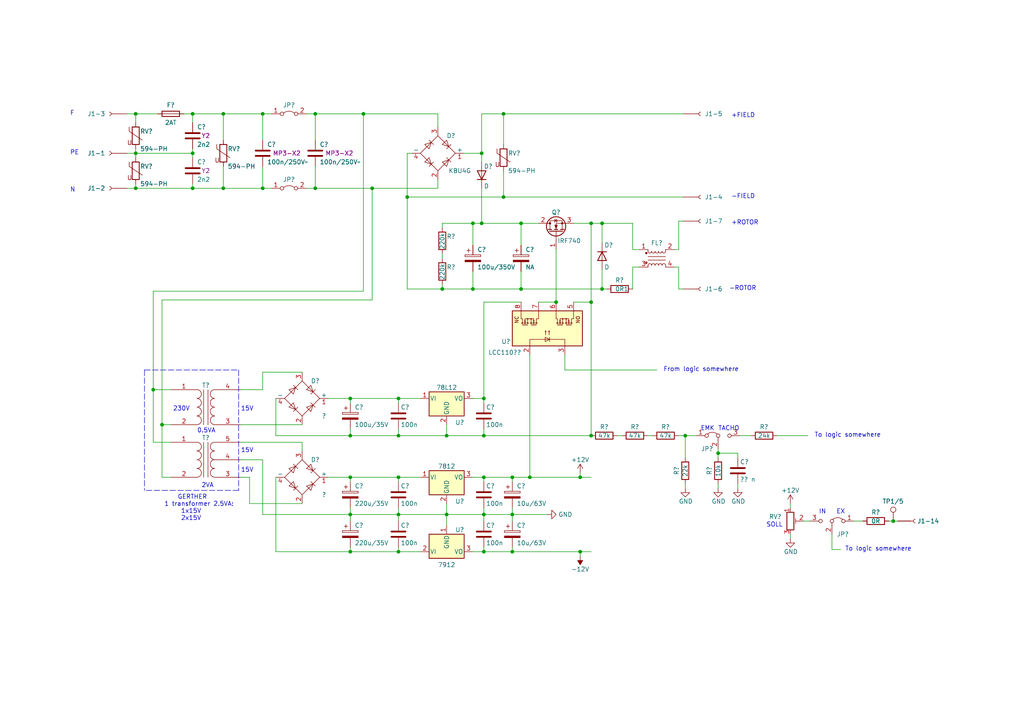
<source format=kicad_sch>
(kicad_sch (version 20211123) (generator eeschema)

  (uuid 951080b8-c3fa-4af1-8938-270485a9010f)

  (paper "A4")

  (title_block
    (title "Power supply, motor power control.")
    (date "2025-04-12")
    (rev "0")
    (company "EPH-Elektronik")
    (comment 1 "EPH-294")
    (comment 4 "Reverse engineering by 'rev-eng'.")
  )

  (lib_symbols
    (symbol "Connector:Conn_01x01_Female" (pin_numbers hide) (pin_names (offset 1.016) hide) (in_bom yes) (on_board yes)
      (property "Reference" "J" (id 0) (at 0 2.54 0)
        (effects (font (size 1.27 1.27)))
      )
      (property "Value" "Conn_01x01_Female" (id 1) (at 0 -2.54 0)
        (effects (font (size 1.27 1.27)))
      )
      (property "Footprint" "" (id 2) (at 0 0 0)
        (effects (font (size 1.27 1.27)) hide)
      )
      (property "Datasheet" "~" (id 3) (at 0 0 0)
        (effects (font (size 1.27 1.27)) hide)
      )
      (property "ki_keywords" "connector" (id 4) (at 0 0 0)
        (effects (font (size 1.27 1.27)) hide)
      )
      (property "ki_description" "Generic connector, single row, 01x01, script generated (kicad-library-utils/schlib/autogen/connector/)" (id 5) (at 0 0 0)
        (effects (font (size 1.27 1.27)) hide)
      )
      (property "ki_fp_filters" "Connector*:*" (id 6) (at 0 0 0)
        (effects (font (size 1.27 1.27)) hide)
      )
      (symbol "Conn_01x01_Female_1_1"
        (polyline
          (pts
            (xy -1.27 0)
            (xy -0.508 0)
          )
          (stroke (width 0.1524) (type default) (color 0 0 0 0))
          (fill (type none))
        )
        (arc (start 0 0.508) (mid -0.508 0) (end 0 -0.508)
          (stroke (width 0.1524) (type default) (color 0 0 0 0))
          (fill (type none))
        )
        (pin passive line (at -5.08 0 0) (length 3.81)
          (name "Pin_1" (effects (font (size 1.27 1.27))))
          (number "1" (effects (font (size 1.27 1.27))))
        )
      )
    )
    (symbol "Connector:TestPoint" (pin_numbers hide) (pin_names (offset 0.762) hide) (in_bom yes) (on_board yes)
      (property "Reference" "TP" (id 0) (at 0 6.858 0)
        (effects (font (size 1.27 1.27)))
      )
      (property "Value" "TestPoint" (id 1) (at 0 5.08 0)
        (effects (font (size 1.27 1.27)))
      )
      (property "Footprint" "" (id 2) (at 5.08 0 0)
        (effects (font (size 1.27 1.27)) hide)
      )
      (property "Datasheet" "~" (id 3) (at 5.08 0 0)
        (effects (font (size 1.27 1.27)) hide)
      )
      (property "ki_keywords" "test point tp" (id 4) (at 0 0 0)
        (effects (font (size 1.27 1.27)) hide)
      )
      (property "ki_description" "test point" (id 5) (at 0 0 0)
        (effects (font (size 1.27 1.27)) hide)
      )
      (property "ki_fp_filters" "Pin* Test*" (id 6) (at 0 0 0)
        (effects (font (size 1.27 1.27)) hide)
      )
      (symbol "TestPoint_0_1"
        (circle (center 0 3.302) (radius 0.762)
          (stroke (width 0) (type default) (color 0 0 0 0))
          (fill (type none))
        )
      )
      (symbol "TestPoint_1_1"
        (pin passive line (at 0 0 90) (length 2.54)
          (name "1" (effects (font (size 1.27 1.27))))
          (number "1" (effects (font (size 1.27 1.27))))
        )
      )
    )
    (symbol "Device:C" (pin_numbers hide) (pin_names (offset 0.254)) (in_bom yes) (on_board yes)
      (property "Reference" "C" (id 0) (at 0.635 2.54 0)
        (effects (font (size 1.27 1.27)) (justify left))
      )
      (property "Value" "C" (id 1) (at 0.635 -2.54 0)
        (effects (font (size 1.27 1.27)) (justify left))
      )
      (property "Footprint" "" (id 2) (at 0.9652 -3.81 0)
        (effects (font (size 1.27 1.27)) hide)
      )
      (property "Datasheet" "~" (id 3) (at 0 0 0)
        (effects (font (size 1.27 1.27)) hide)
      )
      (property "ki_keywords" "cap capacitor" (id 4) (at 0 0 0)
        (effects (font (size 1.27 1.27)) hide)
      )
      (property "ki_description" "Unpolarized capacitor" (id 5) (at 0 0 0)
        (effects (font (size 1.27 1.27)) hide)
      )
      (property "ki_fp_filters" "C_*" (id 6) (at 0 0 0)
        (effects (font (size 1.27 1.27)) hide)
      )
      (symbol "C_0_1"
        (polyline
          (pts
            (xy -2.032 -0.762)
            (xy 2.032 -0.762)
          )
          (stroke (width 0.508) (type default) (color 0 0 0 0))
          (fill (type none))
        )
        (polyline
          (pts
            (xy -2.032 0.762)
            (xy 2.032 0.762)
          )
          (stroke (width 0.508) (type default) (color 0 0 0 0))
          (fill (type none))
        )
      )
      (symbol "C_1_1"
        (pin passive line (at 0 3.81 270) (length 2.794)
          (name "~" (effects (font (size 1.27 1.27))))
          (number "1" (effects (font (size 1.27 1.27))))
        )
        (pin passive line (at 0 -3.81 90) (length 2.794)
          (name "~" (effects (font (size 1.27 1.27))))
          (number "2" (effects (font (size 1.27 1.27))))
        )
      )
    )
    (symbol "Device:C_Polarized" (pin_numbers hide) (pin_names (offset 0.254)) (in_bom yes) (on_board yes)
      (property "Reference" "C" (id 0) (at 0.635 2.54 0)
        (effects (font (size 1.27 1.27)) (justify left))
      )
      (property "Value" "C_Polarized" (id 1) (at 0.635 -2.54 0)
        (effects (font (size 1.27 1.27)) (justify left))
      )
      (property "Footprint" "" (id 2) (at 0.9652 -3.81 0)
        (effects (font (size 1.27 1.27)) hide)
      )
      (property "Datasheet" "~" (id 3) (at 0 0 0)
        (effects (font (size 1.27 1.27)) hide)
      )
      (property "ki_keywords" "cap capacitor" (id 4) (at 0 0 0)
        (effects (font (size 1.27 1.27)) hide)
      )
      (property "ki_description" "Polarized capacitor" (id 5) (at 0 0 0)
        (effects (font (size 1.27 1.27)) hide)
      )
      (property "ki_fp_filters" "CP_*" (id 6) (at 0 0 0)
        (effects (font (size 1.27 1.27)) hide)
      )
      (symbol "C_Polarized_0_1"
        (rectangle (start -2.286 0.508) (end 2.286 1.016)
          (stroke (width 0) (type default) (color 0 0 0 0))
          (fill (type none))
        )
        (polyline
          (pts
            (xy -1.778 2.286)
            (xy -0.762 2.286)
          )
          (stroke (width 0) (type default) (color 0 0 0 0))
          (fill (type none))
        )
        (polyline
          (pts
            (xy -1.27 2.794)
            (xy -1.27 1.778)
          )
          (stroke (width 0) (type default) (color 0 0 0 0))
          (fill (type none))
        )
        (rectangle (start 2.286 -0.508) (end -2.286 -1.016)
          (stroke (width 0) (type default) (color 0 0 0 0))
          (fill (type outline))
        )
      )
      (symbol "C_Polarized_1_1"
        (pin passive line (at 0 3.81 270) (length 2.794)
          (name "~" (effects (font (size 1.27 1.27))))
          (number "1" (effects (font (size 1.27 1.27))))
        )
        (pin passive line (at 0 -3.81 90) (length 2.794)
          (name "~" (effects (font (size 1.27 1.27))))
          (number "2" (effects (font (size 1.27 1.27))))
        )
      )
    )
    (symbol "Device:D" (pin_numbers hide) (pin_names (offset 1.016) hide) (in_bom yes) (on_board yes)
      (property "Reference" "D" (id 0) (at 0 2.54 0)
        (effects (font (size 1.27 1.27)))
      )
      (property "Value" "D" (id 1) (at 0 -2.54 0)
        (effects (font (size 1.27 1.27)))
      )
      (property "Footprint" "" (id 2) (at 0 0 0)
        (effects (font (size 1.27 1.27)) hide)
      )
      (property "Datasheet" "~" (id 3) (at 0 0 0)
        (effects (font (size 1.27 1.27)) hide)
      )
      (property "ki_keywords" "diode" (id 4) (at 0 0 0)
        (effects (font (size 1.27 1.27)) hide)
      )
      (property "ki_description" "Diode" (id 5) (at 0 0 0)
        (effects (font (size 1.27 1.27)) hide)
      )
      (property "ki_fp_filters" "TO-???* *_Diode_* *SingleDiode* D_*" (id 6) (at 0 0 0)
        (effects (font (size 1.27 1.27)) hide)
      )
      (symbol "D_0_1"
        (polyline
          (pts
            (xy -1.27 1.27)
            (xy -1.27 -1.27)
          )
          (stroke (width 0.254) (type default) (color 0 0 0 0))
          (fill (type none))
        )
        (polyline
          (pts
            (xy 1.27 0)
            (xy -1.27 0)
          )
          (stroke (width 0) (type default) (color 0 0 0 0))
          (fill (type none))
        )
        (polyline
          (pts
            (xy 1.27 1.27)
            (xy 1.27 -1.27)
            (xy -1.27 0)
            (xy 1.27 1.27)
          )
          (stroke (width 0.254) (type default) (color 0 0 0 0))
          (fill (type none))
        )
      )
      (symbol "D_1_1"
        (pin passive line (at -3.81 0 0) (length 2.54)
          (name "K" (effects (font (size 1.27 1.27))))
          (number "1" (effects (font (size 1.27 1.27))))
        )
        (pin passive line (at 3.81 0 180) (length 2.54)
          (name "A" (effects (font (size 1.27 1.27))))
          (number "2" (effects (font (size 1.27 1.27))))
        )
      )
    )
    (symbol "Device:Fuse" (pin_numbers hide) (pin_names (offset 0)) (in_bom yes) (on_board yes)
      (property "Reference" "F" (id 0) (at 2.032 0 90)
        (effects (font (size 1.27 1.27)))
      )
      (property "Value" "Fuse" (id 1) (at -1.905 0 90)
        (effects (font (size 1.27 1.27)))
      )
      (property "Footprint" "" (id 2) (at -1.778 0 90)
        (effects (font (size 1.27 1.27)) hide)
      )
      (property "Datasheet" "~" (id 3) (at 0 0 0)
        (effects (font (size 1.27 1.27)) hide)
      )
      (property "ki_keywords" "fuse" (id 4) (at 0 0 0)
        (effects (font (size 1.27 1.27)) hide)
      )
      (property "ki_description" "Fuse" (id 5) (at 0 0 0)
        (effects (font (size 1.27 1.27)) hide)
      )
      (property "ki_fp_filters" "*Fuse*" (id 6) (at 0 0 0)
        (effects (font (size 1.27 1.27)) hide)
      )
      (symbol "Fuse_0_1"
        (rectangle (start -0.762 -2.54) (end 0.762 2.54)
          (stroke (width 0.254) (type default) (color 0 0 0 0))
          (fill (type none))
        )
        (polyline
          (pts
            (xy 0 2.54)
            (xy 0 -2.54)
          )
          (stroke (width 0) (type default) (color 0 0 0 0))
          (fill (type none))
        )
      )
      (symbol "Fuse_1_1"
        (pin passive line (at 0 3.81 270) (length 1.27)
          (name "~" (effects (font (size 1.27 1.27))))
          (number "1" (effects (font (size 1.27 1.27))))
        )
        (pin passive line (at 0 -3.81 90) (length 1.27)
          (name "~" (effects (font (size 1.27 1.27))))
          (number "2" (effects (font (size 1.27 1.27))))
        )
      )
    )
    (symbol "Device:R" (pin_numbers hide) (pin_names (offset 0)) (in_bom yes) (on_board yes)
      (property "Reference" "R" (id 0) (at 2.032 0 90)
        (effects (font (size 1.27 1.27)))
      )
      (property "Value" "R" (id 1) (at 0 0 90)
        (effects (font (size 1.27 1.27)))
      )
      (property "Footprint" "" (id 2) (at -1.778 0 90)
        (effects (font (size 1.27 1.27)) hide)
      )
      (property "Datasheet" "~" (id 3) (at 0 0 0)
        (effects (font (size 1.27 1.27)) hide)
      )
      (property "ki_keywords" "R res resistor" (id 4) (at 0 0 0)
        (effects (font (size 1.27 1.27)) hide)
      )
      (property "ki_description" "Resistor" (id 5) (at 0 0 0)
        (effects (font (size 1.27 1.27)) hide)
      )
      (property "ki_fp_filters" "R_*" (id 6) (at 0 0 0)
        (effects (font (size 1.27 1.27)) hide)
      )
      (symbol "R_0_1"
        (rectangle (start -1.016 -2.54) (end 1.016 2.54)
          (stroke (width 0.254) (type default) (color 0 0 0 0))
          (fill (type none))
        )
      )
      (symbol "R_1_1"
        (pin passive line (at 0 3.81 270) (length 1.27)
          (name "~" (effects (font (size 1.27 1.27))))
          (number "1" (effects (font (size 1.27 1.27))))
        )
        (pin passive line (at 0 -3.81 90) (length 1.27)
          (name "~" (effects (font (size 1.27 1.27))))
          (number "2" (effects (font (size 1.27 1.27))))
        )
      )
    )
    (symbol "Device:R_Potentiometer_Trim" (pin_names (offset 1.016) hide) (in_bom yes) (on_board yes)
      (property "Reference" "RV" (id 0) (at -4.445 0 90)
        (effects (font (size 1.27 1.27)))
      )
      (property "Value" "R_Potentiometer_Trim" (id 1) (at -2.54 0 90)
        (effects (font (size 1.27 1.27)))
      )
      (property "Footprint" "" (id 2) (at 0 0 0)
        (effects (font (size 1.27 1.27)) hide)
      )
      (property "Datasheet" "~" (id 3) (at 0 0 0)
        (effects (font (size 1.27 1.27)) hide)
      )
      (property "ki_keywords" "resistor variable trimpot trimmer" (id 4) (at 0 0 0)
        (effects (font (size 1.27 1.27)) hide)
      )
      (property "ki_description" "Trim-potentiometer" (id 5) (at 0 0 0)
        (effects (font (size 1.27 1.27)) hide)
      )
      (property "ki_fp_filters" "Potentiometer*" (id 6) (at 0 0 0)
        (effects (font (size 1.27 1.27)) hide)
      )
      (symbol "R_Potentiometer_Trim_0_1"
        (polyline
          (pts
            (xy 1.524 0.762)
            (xy 1.524 -0.762)
          )
          (stroke (width 0) (type default) (color 0 0 0 0))
          (fill (type none))
        )
        (polyline
          (pts
            (xy 2.54 0)
            (xy 1.524 0)
          )
          (stroke (width 0) (type default) (color 0 0 0 0))
          (fill (type none))
        )
        (rectangle (start 1.016 2.54) (end -1.016 -2.54)
          (stroke (width 0.254) (type default) (color 0 0 0 0))
          (fill (type none))
        )
      )
      (symbol "R_Potentiometer_Trim_1_1"
        (pin passive line (at 0 3.81 270) (length 1.27)
          (name "1" (effects (font (size 1.27 1.27))))
          (number "1" (effects (font (size 1.27 1.27))))
        )
        (pin passive line (at 3.81 0 180) (length 1.27)
          (name "2" (effects (font (size 1.27 1.27))))
          (number "2" (effects (font (size 1.27 1.27))))
        )
        (pin passive line (at 0 -3.81 90) (length 1.27)
          (name "3" (effects (font (size 1.27 1.27))))
          (number "3" (effects (font (size 1.27 1.27))))
        )
      )
    )
    (symbol "Device:Transformer_1P_1S" (pin_names (offset 1.016) hide) (in_bom yes) (on_board yes)
      (property "Reference" "T" (id 0) (at 0 6.35 0)
        (effects (font (size 1.27 1.27)))
      )
      (property "Value" "Transformer_1P_1S" (id 1) (at 0 -7.62 0)
        (effects (font (size 1.27 1.27)))
      )
      (property "Footprint" "" (id 2) (at 0 0 0)
        (effects (font (size 1.27 1.27)) hide)
      )
      (property "Datasheet" "~" (id 3) (at 0 0 0)
        (effects (font (size 1.27 1.27)) hide)
      )
      (property "ki_keywords" "transformer coil magnet" (id 4) (at 0 0 0)
        (effects (font (size 1.27 1.27)) hide)
      )
      (property "ki_description" "Transformer, single primary, single secondary" (id 5) (at 0 0 0)
        (effects (font (size 1.27 1.27)) hide)
      )
      (symbol "Transformer_1P_1S_0_1"
        (arc (start -2.54 -5.0546) (mid -1.6599 -4.6901) (end -1.27 -3.81)
          (stroke (width 0) (type default) (color 0 0 0 0))
          (fill (type none))
        )
        (arc (start -2.54 -2.5146) (mid -1.6599 -2.1501) (end -1.27 -1.27)
          (stroke (width 0) (type default) (color 0 0 0 0))
          (fill (type none))
        )
        (arc (start -2.54 0.0254) (mid -1.6599 0.3899) (end -1.27 1.27)
          (stroke (width 0) (type default) (color 0 0 0 0))
          (fill (type none))
        )
        (arc (start -2.54 2.5654) (mid -1.6599 2.9299) (end -1.27 3.81)
          (stroke (width 0) (type default) (color 0 0 0 0))
          (fill (type none))
        )
        (arc (start -1.27 -3.81) (mid -1.642 -2.912) (end -2.54 -2.54)
          (stroke (width 0) (type default) (color 0 0 0 0))
          (fill (type none))
        )
        (arc (start -1.27 -1.27) (mid -1.642 -0.372) (end -2.54 0)
          (stroke (width 0) (type default) (color 0 0 0 0))
          (fill (type none))
        )
        (arc (start -1.27 1.27) (mid -1.642 2.168) (end -2.54 2.54)
          (stroke (width 0) (type default) (color 0 0 0 0))
          (fill (type none))
        )
        (arc (start -1.27 3.81) (mid -1.642 4.708) (end -2.54 5.08)
          (stroke (width 0) (type default) (color 0 0 0 0))
          (fill (type none))
        )
        (polyline
          (pts
            (xy -0.635 5.08)
            (xy -0.635 -5.08)
          )
          (stroke (width 0) (type default) (color 0 0 0 0))
          (fill (type none))
        )
        (polyline
          (pts
            (xy 0.635 -5.08)
            (xy 0.635 5.08)
          )
          (stroke (width 0) (type default) (color 0 0 0 0))
          (fill (type none))
        )
        (arc (start 1.2954 -1.27) (mid 1.6599 -2.1501) (end 2.54 -2.5146)
          (stroke (width 0) (type default) (color 0 0 0 0))
          (fill (type none))
        )
        (arc (start 1.2954 1.27) (mid 1.6599 0.3899) (end 2.54 0.0254)
          (stroke (width 0) (type default) (color 0 0 0 0))
          (fill (type none))
        )
        (arc (start 1.2954 3.81) (mid 1.6599 2.9299) (end 2.54 2.5654)
          (stroke (width 0) (type default) (color 0 0 0 0))
          (fill (type none))
        )
        (arc (start 1.3208 -3.81) (mid 1.6853 -4.6901) (end 2.5654 -5.0546)
          (stroke (width 0) (type default) (color 0 0 0 0))
          (fill (type none))
        )
        (arc (start 2.54 0) (mid 1.642 -0.372) (end 1.2954 -1.27)
          (stroke (width 0) (type default) (color 0 0 0 0))
          (fill (type none))
        )
        (arc (start 2.54 2.54) (mid 1.642 2.168) (end 1.2954 1.27)
          (stroke (width 0) (type default) (color 0 0 0 0))
          (fill (type none))
        )
        (arc (start 2.54 5.08) (mid 1.642 4.708) (end 1.2954 3.81)
          (stroke (width 0) (type default) (color 0 0 0 0))
          (fill (type none))
        )
        (arc (start 2.5654 -2.54) (mid 1.6674 -2.912) (end 1.3208 -3.81)
          (stroke (width 0) (type default) (color 0 0 0 0))
          (fill (type none))
        )
      )
      (symbol "Transformer_1P_1S_1_1"
        (pin passive line (at -10.16 5.08 0) (length 7.62)
          (name "AA" (effects (font (size 1.27 1.27))))
          (number "1" (effects (font (size 1.27 1.27))))
        )
        (pin passive line (at -10.16 -5.08 0) (length 7.62)
          (name "AB" (effects (font (size 1.27 1.27))))
          (number "2" (effects (font (size 1.27 1.27))))
        )
        (pin passive line (at 10.16 -5.08 180) (length 7.62)
          (name "SA" (effects (font (size 1.27 1.27))))
          (number "3" (effects (font (size 1.27 1.27))))
        )
        (pin passive line (at 10.16 5.08 180) (length 7.62)
          (name "SB" (effects (font (size 1.27 1.27))))
          (number "4" (effects (font (size 1.27 1.27))))
        )
      )
    )
    (symbol "Device:Transformer_1P_SS" (pin_names (offset 1.016) hide) (in_bom yes) (on_board yes)
      (property "Reference" "T" (id 0) (at 0 6.35 0)
        (effects (font (size 1.27 1.27)))
      )
      (property "Value" "Transformer_1P_SS" (id 1) (at 0 -7.62 0)
        (effects (font (size 1.27 1.27)))
      )
      (property "Footprint" "" (id 2) (at 0 0 0)
        (effects (font (size 1.27 1.27)) hide)
      )
      (property "Datasheet" "~" (id 3) (at 0 0 0)
        (effects (font (size 1.27 1.27)) hide)
      )
      (property "ki_keywords" "transformer coil magnet" (id 4) (at 0 0 0)
        (effects (font (size 1.27 1.27)) hide)
      )
      (property "ki_description" "Transformer, single primary, split secondary" (id 5) (at 0 0 0)
        (effects (font (size 1.27 1.27)) hide)
      )
      (symbol "Transformer_1P_SS_0_1"
        (arc (start -2.54 -5.0546) (mid -1.6599 -4.6901) (end -1.27 -3.81)
          (stroke (width 0) (type default) (color 0 0 0 0))
          (fill (type none))
        )
        (arc (start -2.54 -2.5146) (mid -1.6599 -2.1501) (end -1.27 -1.27)
          (stroke (width 0) (type default) (color 0 0 0 0))
          (fill (type none))
        )
        (arc (start -2.54 0.0254) (mid -1.6599 0.3899) (end -1.27 1.27)
          (stroke (width 0) (type default) (color 0 0 0 0))
          (fill (type none))
        )
        (arc (start -2.54 2.5654) (mid -1.6599 2.9299) (end -1.27 3.81)
          (stroke (width 0) (type default) (color 0 0 0 0))
          (fill (type none))
        )
        (arc (start -1.27 -3.81) (mid -1.642 -2.912) (end -2.54 -2.54)
          (stroke (width 0) (type default) (color 0 0 0 0))
          (fill (type none))
        )
        (arc (start -1.27 -1.27) (mid -1.642 -0.372) (end -2.54 0)
          (stroke (width 0) (type default) (color 0 0 0 0))
          (fill (type none))
        )
        (arc (start -1.27 1.27) (mid -1.642 2.168) (end -2.54 2.54)
          (stroke (width 0) (type default) (color 0 0 0 0))
          (fill (type none))
        )
        (arc (start -1.27 3.81) (mid -1.642 4.708) (end -2.54 5.08)
          (stroke (width 0) (type default) (color 0 0 0 0))
          (fill (type none))
        )
        (polyline
          (pts
            (xy -0.635 5.08)
            (xy -0.635 -5.08)
          )
          (stroke (width 0) (type default) (color 0 0 0 0))
          (fill (type none))
        )
        (polyline
          (pts
            (xy 0.635 -5.08)
            (xy 0.635 5.08)
          )
          (stroke (width 0) (type default) (color 0 0 0 0))
          (fill (type none))
        )
        (arc (start 1.2954 -1.27) (mid 1.6599 -2.1501) (end 2.54 -2.5146)
          (stroke (width 0) (type default) (color 0 0 0 0))
          (fill (type none))
        )
        (arc (start 1.2954 1.27) (mid 1.6599 0.3899) (end 2.54 0.0254)
          (stroke (width 0) (type default) (color 0 0 0 0))
          (fill (type none))
        )
        (arc (start 1.2954 3.81) (mid 1.6599 2.9299) (end 2.54 2.5654)
          (stroke (width 0) (type default) (color 0 0 0 0))
          (fill (type none))
        )
        (arc (start 1.3208 -3.81) (mid 1.6853 -4.6901) (end 2.5654 -5.0546)
          (stroke (width 0) (type default) (color 0 0 0 0))
          (fill (type none))
        )
        (arc (start 2.54 0) (mid 1.642 -0.372) (end 1.2954 -1.27)
          (stroke (width 0) (type default) (color 0 0 0 0))
          (fill (type none))
        )
        (arc (start 2.54 2.54) (mid 1.642 2.168) (end 1.2954 1.27)
          (stroke (width 0) (type default) (color 0 0 0 0))
          (fill (type none))
        )
        (arc (start 2.54 5.08) (mid 1.642 4.708) (end 1.2954 3.81)
          (stroke (width 0) (type default) (color 0 0 0 0))
          (fill (type none))
        )
        (arc (start 2.5654 -2.54) (mid 1.6674 -2.912) (end 1.3208 -3.81)
          (stroke (width 0) (type default) (color 0 0 0 0))
          (fill (type none))
        )
      )
      (symbol "Transformer_1P_SS_1_1"
        (pin passive line (at -10.16 5.08 0) (length 7.62)
          (name "AA" (effects (font (size 1.27 1.27))))
          (number "1" (effects (font (size 1.27 1.27))))
        )
        (pin passive line (at -10.16 -5.08 0) (length 7.62)
          (name "AB" (effects (font (size 1.27 1.27))))
          (number "2" (effects (font (size 1.27 1.27))))
        )
        (pin passive line (at 10.16 -5.08 180) (length 7.62)
          (name "SA" (effects (font (size 1.27 1.27))))
          (number "3" (effects (font (size 1.27 1.27))))
        )
        (pin passive line (at 10.16 0 180) (length 7.62)
          (name "SC" (effects (font (size 1.27 1.27))))
          (number "4" (effects (font (size 1.27 1.27))))
        )
        (pin passive line (at 10.16 5.08 180) (length 7.62)
          (name "SB" (effects (font (size 1.27 1.27))))
          (number "5" (effects (font (size 1.27 1.27))))
        )
      )
    )
    (symbol "Device:Varistor" (pin_numbers hide) (pin_names (offset 0)) (in_bom yes) (on_board yes)
      (property "Reference" "RV" (id 0) (at 3.175 0 90)
        (effects (font (size 1.27 1.27)))
      )
      (property "Value" "Varistor" (id 1) (at -3.175 0 90)
        (effects (font (size 1.27 1.27)))
      )
      (property "Footprint" "" (id 2) (at -1.778 0 90)
        (effects (font (size 1.27 1.27)) hide)
      )
      (property "Datasheet" "~" (id 3) (at 0 0 0)
        (effects (font (size 1.27 1.27)) hide)
      )
      (property "ki_keywords" "VDR resistance" (id 4) (at 0 0 0)
        (effects (font (size 1.27 1.27)) hide)
      )
      (property "ki_description" "Voltage dependent resistor" (id 5) (at 0 0 0)
        (effects (font (size 1.27 1.27)) hide)
      )
      (property "ki_fp_filters" "RV_* Varistor*" (id 6) (at 0 0 0)
        (effects (font (size 1.27 1.27)) hide)
      )
      (symbol "Varistor_0_0"
        (text "U" (at -1.778 -2.032 0)
          (effects (font (size 1.27 1.27)))
        )
      )
      (symbol "Varistor_0_1"
        (rectangle (start -1.016 -2.54) (end 1.016 2.54)
          (stroke (width 0.254) (type default) (color 0 0 0 0))
          (fill (type none))
        )
        (polyline
          (pts
            (xy -1.905 2.54)
            (xy -1.905 1.27)
            (xy 1.905 -1.27)
          )
          (stroke (width 0) (type default) (color 0 0 0 0))
          (fill (type none))
        )
      )
      (symbol "Varistor_1_1"
        (pin passive line (at 0 3.81 270) (length 1.27)
          (name "~" (effects (font (size 1.27 1.27))))
          (number "1" (effects (font (size 1.27 1.27))))
        )
        (pin passive line (at 0 -3.81 90) (length 1.27)
          (name "~" (effects (font (size 1.27 1.27))))
          (number "2" (effects (font (size 1.27 1.27))))
        )
      )
    )
    (symbol "Diode_Bridge:KBU4G" (pin_names (offset 0)) (in_bom yes) (on_board yes)
      (property "Reference" "D" (id 0) (at 2.54 6.985 0)
        (effects (font (size 1.27 1.27)) (justify left))
      )
      (property "Value" "KBU4G" (id 1) (at 2.54 5.08 0)
        (effects (font (size 1.27 1.27)) (justify left))
      )
      (property "Footprint" "Diode_THT:Diode_Bridge_Vishay_KBU" (id 2) (at 3.81 3.175 0)
        (effects (font (size 1.27 1.27)) (justify left) hide)
      )
      (property "Datasheet" "http://www.vishay.com/docs/88656/kbu4.pdf" (id 3) (at 0 0 0)
        (effects (font (size 1.27 1.27)) hide)
      )
      (property "ki_keywords" "rectifier acdc" (id 4) (at 0 0 0)
        (effects (font (size 1.27 1.27)) hide)
      )
      (property "ki_description" "Single-Phase Bridge Rectifier, 280V Vrms, 4.0A If, KBU package" (id 5) (at 0 0 0)
        (effects (font (size 1.27 1.27)) hide)
      )
      (property "ki_fp_filters" "Diode*Bridge*Vishay*KBU*" (id 6) (at 0 0 0)
        (effects (font (size 1.27 1.27)) hide)
      )
      (symbol "KBU4G_0_1"
        (polyline
          (pts
            (xy -2.54 3.81)
            (xy -1.27 2.54)
          )
          (stroke (width 0) (type default) (color 0 0 0 0))
          (fill (type none))
        )
        (polyline
          (pts
            (xy -1.27 -2.54)
            (xy -2.54 -3.81)
          )
          (stroke (width 0) (type default) (color 0 0 0 0))
          (fill (type none))
        )
        (polyline
          (pts
            (xy 2.54 -1.27)
            (xy 3.81 -2.54)
          )
          (stroke (width 0) (type default) (color 0 0 0 0))
          (fill (type none))
        )
        (polyline
          (pts
            (xy 2.54 1.27)
            (xy 3.81 2.54)
          )
          (stroke (width 0) (type default) (color 0 0 0 0))
          (fill (type none))
        )
        (polyline
          (pts
            (xy -3.81 2.54)
            (xy -2.54 1.27)
            (xy -1.905 3.175)
            (xy -3.81 2.54)
          )
          (stroke (width 0) (type default) (color 0 0 0 0))
          (fill (type none))
        )
        (polyline
          (pts
            (xy -2.54 -1.27)
            (xy -3.81 -2.54)
            (xy -1.905 -3.175)
            (xy -2.54 -1.27)
          )
          (stroke (width 0) (type default) (color 0 0 0 0))
          (fill (type none))
        )
        (polyline
          (pts
            (xy 1.27 2.54)
            (xy 2.54 3.81)
            (xy 3.175 1.905)
            (xy 1.27 2.54)
          )
          (stroke (width 0) (type default) (color 0 0 0 0))
          (fill (type none))
        )
        (polyline
          (pts
            (xy 3.175 -1.905)
            (xy 1.27 -2.54)
            (xy 2.54 -3.81)
            (xy 3.175 -1.905)
          )
          (stroke (width 0) (type default) (color 0 0 0 0))
          (fill (type none))
        )
        (polyline
          (pts
            (xy -5.08 0)
            (xy 0 -5.08)
            (xy 5.08 0)
            (xy 0 5.08)
            (xy -5.08 0)
          )
          (stroke (width 0) (type default) (color 0 0 0 0))
          (fill (type none))
        )
      )
      (symbol "KBU4G_1_1"
        (pin passive line (at 7.62 0 180) (length 2.54)
          (name "+" (effects (font (size 1.27 1.27))))
          (number "1" (effects (font (size 1.27 1.27))))
        )
        (pin passive line (at 0 -7.62 90) (length 2.54)
          (name "~" (effects (font (size 1.27 1.27))))
          (number "2" (effects (font (size 1.27 1.27))))
        )
        (pin passive line (at 0 7.62 270) (length 2.54)
          (name "~" (effects (font (size 1.27 1.27))))
          (number "3" (effects (font (size 1.27 1.27))))
        )
        (pin passive line (at -7.62 0 0) (length 2.54)
          (name "-" (effects (font (size 1.27 1.27))))
          (number "4" (effects (font (size 1.27 1.27))))
        )
      )
    )
    (symbol "Filter:Choke_Schaffner_RN102-0.3-02-12M" (pin_names hide) (in_bom yes) (on_board yes)
      (property "Reference" "FL" (id 0) (at 0 5.08 0)
        (effects (font (size 1.27 1.27)))
      )
      (property "Value" "Choke_Schaffner_RN102-0.3-02-12M" (id 1) (at 0 -5.08 0)
        (effects (font (size 1.27 1.27)))
      )
      (property "Footprint" "Inductor_THT:Choke_Schaffner_RN102-04-14.0x14.0mm" (id 2) (at 0 0 0)
        (effects (font (size 1.27 1.27)) hide)
      )
      (property "Datasheet" "https://www.schaffner.com/products/download/product/datasheet/rn-series-common-mode-chokes-new/" (id 3) (at 0 0 0)
        (effects (font (size 1.27 1.27)) hide)
      )
      (property "ki_keywords" "common-mode common mode choke powerline power line filter" (id 4) (at 0 0 0)
        (effects (font (size 1.27 1.27)) hide)
      )
      (property "ki_description" "Common mode choke, 300mA, 300VAC, 12mH, 1.1 ohm, RN-102" (id 5) (at 0 0 0)
        (effects (font (size 1.27 1.27)) hide)
      )
      (property "ki_fp_filters" "Choke*Schaffner*RN102*" (id 6) (at 0 0 0)
        (effects (font (size 1.27 1.27)) hide)
      )
      (symbol "Choke_Schaffner_RN102-0.3-02-12M_1_1"
        (circle (center -3.048 -1.27) (radius 0.254)
          (stroke (width 0) (type default) (color 0 0 0 0))
          (fill (type outline))
        )
        (circle (center -3.048 1.524) (radius 0.254)
          (stroke (width 0) (type default) (color 0 0 0 0))
          (fill (type outline))
        )
        (arc (start -2.54 2.032) (mid -2.032 1.524) (end -1.524 2.032)
          (stroke (width 0) (type default) (color 0 0 0 0))
          (fill (type none))
        )
        (arc (start -1.524 -2.032) (mid -2.032 -1.524) (end -2.54 -2.032)
          (stroke (width 0) (type default) (color 0 0 0 0))
          (fill (type none))
        )
        (arc (start -1.524 2.032) (mid -1.016 1.524) (end -0.508 2.032)
          (stroke (width 0) (type default) (color 0 0 0 0))
          (fill (type none))
        )
        (arc (start -0.508 -2.032) (mid -1.016 -1.524) (end -1.524 -2.032)
          (stroke (width 0) (type default) (color 0 0 0 0))
          (fill (type none))
        )
        (arc (start -0.508 2.032) (mid 0 1.524) (end 0.508 2.032)
          (stroke (width 0) (type default) (color 0 0 0 0))
          (fill (type none))
        )
        (polyline
          (pts
            (xy -2.54 -2.032)
            (xy -2.54 -2.54)
          )
          (stroke (width 0) (type default) (color 0 0 0 0))
          (fill (type none))
        )
        (polyline
          (pts
            (xy -2.54 0.508)
            (xy 2.54 0.508)
          )
          (stroke (width 0) (type default) (color 0 0 0 0))
          (fill (type none))
        )
        (polyline
          (pts
            (xy -2.54 2.032)
            (xy -2.54 2.54)
          )
          (stroke (width 0) (type default) (color 0 0 0 0))
          (fill (type none))
        )
        (polyline
          (pts
            (xy 2.54 -2.032)
            (xy 2.54 -2.54)
          )
          (stroke (width 0) (type default) (color 0 0 0 0))
          (fill (type none))
        )
        (polyline
          (pts
            (xy 2.54 -0.508)
            (xy -2.54 -0.508)
          )
          (stroke (width 0) (type default) (color 0 0 0 0))
          (fill (type none))
        )
        (polyline
          (pts
            (xy 2.54 2.54)
            (xy 2.54 2.032)
          )
          (stroke (width 0) (type default) (color 0 0 0 0))
          (fill (type none))
        )
        (arc (start 0.508 -2.032) (mid 0 -1.524) (end -0.508 -2.032)
          (stroke (width 0) (type default) (color 0 0 0 0))
          (fill (type none))
        )
        (arc (start 0.508 2.032) (mid 1.016 1.524) (end 1.524 2.032)
          (stroke (width 0) (type default) (color 0 0 0 0))
          (fill (type none))
        )
        (arc (start 1.524 -2.032) (mid 1.016 -1.524) (end 0.508 -2.032)
          (stroke (width 0) (type default) (color 0 0 0 0))
          (fill (type none))
        )
        (arc (start 1.524 2.032) (mid 2.032 1.524) (end 2.54 2.032)
          (stroke (width 0) (type default) (color 0 0 0 0))
          (fill (type none))
        )
        (arc (start 2.54 -2.032) (mid 2.032 -1.524) (end 1.524 -2.032)
          (stroke (width 0) (type default) (color 0 0 0 0))
          (fill (type none))
        )
        (pin passive line (at -5.08 2.54 0) (length 2.54)
          (name "1" (effects (font (size 1.27 1.27))))
          (number "1" (effects (font (size 1.27 1.27))))
        )
        (pin passive line (at 5.08 2.54 180) (length 2.54)
          (name "2" (effects (font (size 1.27 1.27))))
          (number "2" (effects (font (size 1.27 1.27))))
        )
        (pin passive line (at -5.08 -2.54 0) (length 2.54)
          (name "3" (effects (font (size 1.27 1.27))))
          (number "3" (effects (font (size 1.27 1.27))))
        )
        (pin passive line (at 5.08 -2.54 180) (length 2.54)
          (name "4" (effects (font (size 1.27 1.27))))
          (number "4" (effects (font (size 1.27 1.27))))
        )
      )
    )
    (symbol "Jumper:Jumper_2_Bridged" (pin_names (offset 0) hide) (in_bom yes) (on_board yes)
      (property "Reference" "JP" (id 0) (at 0 1.905 0)
        (effects (font (size 1.27 1.27)))
      )
      (property "Value" "Jumper_2_Bridged" (id 1) (at 0 -2.54 0)
        (effects (font (size 1.27 1.27)))
      )
      (property "Footprint" "" (id 2) (at 0 0 0)
        (effects (font (size 1.27 1.27)) hide)
      )
      (property "Datasheet" "~" (id 3) (at 0 0 0)
        (effects (font (size 1.27 1.27)) hide)
      )
      (property "ki_keywords" "Jumper SPST" (id 4) (at 0 0 0)
        (effects (font (size 1.27 1.27)) hide)
      )
      (property "ki_description" "Jumper, 2-pole, closed/bridged" (id 5) (at 0 0 0)
        (effects (font (size 1.27 1.27)) hide)
      )
      (property "ki_fp_filters" "Jumper* TestPoint*2Pads* TestPoint*Bridge*" (id 6) (at 0 0 0)
        (effects (font (size 1.27 1.27)) hide)
      )
      (symbol "Jumper_2_Bridged_0_0"
        (circle (center -2.032 0) (radius 0.508)
          (stroke (width 0) (type default) (color 0 0 0 0))
          (fill (type none))
        )
        (circle (center 2.032 0) (radius 0.508)
          (stroke (width 0) (type default) (color 0 0 0 0))
          (fill (type none))
        )
      )
      (symbol "Jumper_2_Bridged_0_1"
        (arc (start 1.524 0.254) (mid 0 0.762) (end -1.524 0.254)
          (stroke (width 0) (type default) (color 0 0 0 0))
          (fill (type none))
        )
      )
      (symbol "Jumper_2_Bridged_1_1"
        (pin passive line (at -5.08 0 0) (length 2.54)
          (name "A" (effects (font (size 1.27 1.27))))
          (number "1" (effects (font (size 1.27 1.27))))
        )
        (pin passive line (at 5.08 0 180) (length 2.54)
          (name "B" (effects (font (size 1.27 1.27))))
          (number "2" (effects (font (size 1.27 1.27))))
        )
      )
    )
    (symbol "Jumper:Jumper_3_Bridged12" (pin_names (offset 0) hide) (in_bom yes) (on_board yes)
      (property "Reference" "JP" (id 0) (at -2.54 -2.54 0)
        (effects (font (size 1.27 1.27)))
      )
      (property "Value" "Jumper_3_Bridged12" (id 1) (at 0 2.794 0)
        (effects (font (size 1.27 1.27)))
      )
      (property "Footprint" "" (id 2) (at 0 0 0)
        (effects (font (size 1.27 1.27)) hide)
      )
      (property "Datasheet" "~" (id 3) (at 0 0 0)
        (effects (font (size 1.27 1.27)) hide)
      )
      (property "ki_keywords" "Jumper SPDT" (id 4) (at 0 0 0)
        (effects (font (size 1.27 1.27)) hide)
      )
      (property "ki_description" "Jumper, 3-pole, pins 1+2 closed/bridged" (id 5) (at 0 0 0)
        (effects (font (size 1.27 1.27)) hide)
      )
      (property "ki_fp_filters" "Jumper* TestPoint*3Pads* TestPoint*Bridge*" (id 6) (at 0 0 0)
        (effects (font (size 1.27 1.27)) hide)
      )
      (symbol "Jumper_3_Bridged12_0_0"
        (circle (center -3.302 0) (radius 0.508)
          (stroke (width 0) (type default) (color 0 0 0 0))
          (fill (type none))
        )
        (circle (center 0 0) (radius 0.508)
          (stroke (width 0) (type default) (color 0 0 0 0))
          (fill (type none))
        )
        (circle (center 3.302 0) (radius 0.508)
          (stroke (width 0) (type default) (color 0 0 0 0))
          (fill (type none))
        )
      )
      (symbol "Jumper_3_Bridged12_0_1"
        (arc (start -0.254 0.508) (mid -1.651 0.9912) (end -3.048 0.508)
          (stroke (width 0) (type default) (color 0 0 0 0))
          (fill (type none))
        )
        (polyline
          (pts
            (xy 0 -1.27)
            (xy 0 -0.508)
          )
          (stroke (width 0) (type default) (color 0 0 0 0))
          (fill (type none))
        )
      )
      (symbol "Jumper_3_Bridged12_1_1"
        (pin passive line (at -6.35 0 0) (length 2.54)
          (name "A" (effects (font (size 1.27 1.27))))
          (number "1" (effects (font (size 1.27 1.27))))
        )
        (pin passive line (at 0 -3.81 90) (length 2.54)
          (name "C" (effects (font (size 1.27 1.27))))
          (number "2" (effects (font (size 1.27 1.27))))
        )
        (pin passive line (at 6.35 0 180) (length 2.54)
          (name "B" (effects (font (size 1.27 1.27))))
          (number "3" (effects (font (size 1.27 1.27))))
        )
      )
    )
    (symbol "Regulator_Linear:L7912" (pin_names (offset 0.254)) (in_bom yes) (on_board yes)
      (property "Reference" "U" (id 0) (at -3.81 -3.175 0)
        (effects (font (size 1.27 1.27)))
      )
      (property "Value" "L7912" (id 1) (at 0 -3.175 0)
        (effects (font (size 1.27 1.27)) (justify left))
      )
      (property "Footprint" "" (id 2) (at 0 -5.08 0)
        (effects (font (size 1.27 1.27) italic) hide)
      )
      (property "Datasheet" "http://www.st.com/content/ccc/resource/technical/document/datasheet/c9/16/86/41/c7/2b/45/f2/CD00000450.pdf/files/CD00000450.pdf/jcr:content/translations/en.CD00000450.pdf" (id 3) (at 0 0 0)
        (effects (font (size 1.27 1.27)) hide)
      )
      (property "ki_keywords" "Voltage Regulator 1.5A Negative" (id 4) (at 0 0 0)
        (effects (font (size 1.27 1.27)) hide)
      )
      (property "ki_description" "Negative 1.5A 35V Linear Regulator, Fixed Output -12V, TO-220/TO-263" (id 5) (at 0 0 0)
        (effects (font (size 1.27 1.27)) hide)
      )
      (property "ki_fp_filters" "TO?220* TO?263*" (id 6) (at 0 0 0)
        (effects (font (size 1.27 1.27)) hide)
      )
      (symbol "L7912_0_1"
        (rectangle (start -5.08 5.08) (end 5.08 -1.905)
          (stroke (width 0.254) (type default) (color 0 0 0 0))
          (fill (type background))
        )
      )
      (symbol "L7912_1_1"
        (pin power_in line (at 0 7.62 270) (length 2.54)
          (name "GND" (effects (font (size 1.27 1.27))))
          (number "1" (effects (font (size 1.27 1.27))))
        )
        (pin power_in line (at -7.62 0 0) (length 2.54)
          (name "VI" (effects (font (size 1.27 1.27))))
          (number "2" (effects (font (size 1.27 1.27))))
        )
        (pin power_out line (at 7.62 0 180) (length 2.54)
          (name "VO" (effects (font (size 1.27 1.27))))
          (number "3" (effects (font (size 1.27 1.27))))
        )
      )
    )
    (symbol "Regulator_Linear:LM7812_TO220" (pin_names (offset 0.254)) (in_bom yes) (on_board yes)
      (property "Reference" "U" (id 0) (at -3.81 3.175 0)
        (effects (font (size 1.27 1.27)))
      )
      (property "Value" "LM7812_TO220" (id 1) (at 0 3.175 0)
        (effects (font (size 1.27 1.27)) (justify left))
      )
      (property "Footprint" "Package_TO_SOT_THT:TO-220-3_Vertical" (id 2) (at 0 5.715 0)
        (effects (font (size 1.27 1.27) italic) hide)
      )
      (property "Datasheet" "https://www.onsemi.cn/PowerSolutions/document/MC7800-D.PDF" (id 3) (at 0 -1.27 0)
        (effects (font (size 1.27 1.27)) hide)
      )
      (property "ki_keywords" "Voltage Regulator 1A Positive" (id 4) (at 0 0 0)
        (effects (font (size 1.27 1.27)) hide)
      )
      (property "ki_description" "Positive 1A 35V Linear Regulator, Fixed Output 12V, TO-220" (id 5) (at 0 0 0)
        (effects (font (size 1.27 1.27)) hide)
      )
      (property "ki_fp_filters" "TO?220*" (id 6) (at 0 0 0)
        (effects (font (size 1.27 1.27)) hide)
      )
      (symbol "LM7812_TO220_0_1"
        (rectangle (start -5.08 1.905) (end 5.08 -5.08)
          (stroke (width 0.254) (type default) (color 0 0 0 0))
          (fill (type background))
        )
      )
      (symbol "LM7812_TO220_1_1"
        (pin power_in line (at -7.62 0 0) (length 2.54)
          (name "VI" (effects (font (size 1.27 1.27))))
          (number "1" (effects (font (size 1.27 1.27))))
        )
        (pin power_in line (at 0 -7.62 90) (length 2.54)
          (name "GND" (effects (font (size 1.27 1.27))))
          (number "2" (effects (font (size 1.27 1.27))))
        )
        (pin power_out line (at 7.62 0 180) (length 2.54)
          (name "VO" (effects (font (size 1.27 1.27))))
          (number "3" (effects (font (size 1.27 1.27))))
        )
      )
    )
    (symbol "Relay_SolidState:LCC110" (in_bom yes) (on_board yes)
      (property "Reference" "U" (id 0) (at -5.08 11.43 0)
        (effects (font (size 1.27 1.27)) (justify left))
      )
      (property "Value" "LCC110" (id 1) (at -0.254 11.43 0)
        (effects (font (size 1.27 1.27)) (justify left))
      )
      (property "Footprint" "Package_DIP:DIP-8_W7.62mm" (id 2) (at 0 -12.7 0)
        (effects (font (size 1.27 1.27) italic) hide)
      )
      (property "Datasheet" "http://www.ixysic.com/home/pdfs.nsf/www/LCC110.pdf/$file/LCC110.pdf" (id 3) (at 0 0 0)
        (effects (font (size 1.27 1.27)) (justify left) hide)
      )
      (property "ki_keywords" "MOSFET Output Photorelay 1-Form-C" (id 4) (at 0 0 0)
        (effects (font (size 1.27 1.27)) hide)
      )
      (property "ki_description" "1-Form-C OptoMOS® Relay, DIP-8" (id 5) (at 0 0 0)
        (effects (font (size 1.27 1.27)) hide)
      )
      (property "ki_fp_filters" "DIP*W7.62mm*" (id 6) (at 0 0 0)
        (effects (font (size 1.27 1.27)) hide)
      )
      (symbol "LCC110_0_0"
        (text "NC" (at 2.54 8.89 0)
          (effects (font (size 1.016 1.016)))
        )
        (text "NO" (at 2.54 -8.89 0)
          (effects (font (size 1.016 1.016)))
        )
      )
      (symbol "LCC110_0_1"
        (polyline
          (pts
            (xy -3.81 -0.635)
            (xy -2.54 -0.635)
          )
          (stroke (width 0) (type default) (color 0 0 0 0))
          (fill (type none))
        )
        (polyline
          (pts
            (xy 1.016 -5.461)
            (xy 1.016 -6.985)
          )
          (stroke (width 0.2032) (type default) (color 0 0 0 0))
          (fill (type none))
        )
        (polyline
          (pts
            (xy 1.016 -2.921)
            (xy 1.016 -4.445)
          )
          (stroke (width 0.2032) (type default) (color 0 0 0 0))
          (fill (type none))
        )
        (polyline
          (pts
            (xy 1.016 4.699)
            (xy 1.016 3.175)
          )
          (stroke (width 0.2032) (type default) (color 0 0 0 0))
          (fill (type none))
        )
        (polyline
          (pts
            (xy 1.016 7.239)
            (xy 1.016 5.715)
          )
          (stroke (width 0.2032) (type default) (color 0 0 0 0))
          (fill (type none))
        )
        (polyline
          (pts
            (xy 1.524 -6.858)
            (xy 1.524 -7.112)
            (xy 1.524 -7.112)
          )
          (stroke (width 0.3556) (type default) (color 0 0 0 0))
          (fill (type none))
        )
        (polyline
          (pts
            (xy 1.524 -6.096)
            (xy 1.524 -6.35)
            (xy 1.524 -6.35)
          )
          (stroke (width 0.3556) (type default) (color 0 0 0 0))
          (fill (type none))
        )
        (polyline
          (pts
            (xy 1.524 -5.334)
            (xy 1.524 -5.588)
            (xy 1.524 -5.588)
          )
          (stroke (width 0.3556) (type default) (color 0 0 0 0))
          (fill (type none))
        )
        (polyline
          (pts
            (xy 1.524 -4.318)
            (xy 1.524 -4.572)
            (xy 1.524 -4.572)
          )
          (stroke (width 0.3556) (type default) (color 0 0 0 0))
          (fill (type none))
        )
        (polyline
          (pts
            (xy 1.524 -3.556)
            (xy 1.524 -3.81)
            (xy 1.524 -3.81)
          )
          (stroke (width 0.3556) (type default) (color 0 0 0 0))
          (fill (type none))
        )
        (polyline
          (pts
            (xy 1.524 -2.794)
            (xy 1.524 -3.048)
            (xy 1.524 -3.048)
          )
          (stroke (width 0.3556) (type default) (color 0 0 0 0))
          (fill (type none))
        )
        (polyline
          (pts
            (xy 1.524 3.302)
            (xy 1.524 3.048)
            (xy 1.524 3.048)
          )
          (stroke (width 0.3556) (type default) (color 0 0 0 0))
          (fill (type none))
        )
        (polyline
          (pts
            (xy 1.524 4.064)
            (xy 1.524 3.81)
            (xy 1.524 3.81)
          )
          (stroke (width 0.3556) (type default) (color 0 0 0 0))
          (fill (type none))
        )
        (polyline
          (pts
            (xy 1.524 4.826)
            (xy 1.524 4.572)
            (xy 1.524 4.572)
          )
          (stroke (width 0.3556) (type default) (color 0 0 0 0))
          (fill (type none))
        )
        (polyline
          (pts
            (xy 1.524 5.842)
            (xy 1.524 5.588)
            (xy 1.524 5.588)
          )
          (stroke (width 0.3556) (type default) (color 0 0 0 0))
          (fill (type none))
        )
        (polyline
          (pts
            (xy 1.524 6.604)
            (xy 1.524 6.35)
            (xy 1.524 6.35)
          )
          (stroke (width 0.3556) (type default) (color 0 0 0 0))
          (fill (type none))
        )
        (polyline
          (pts
            (xy 1.524 7.366)
            (xy 1.524 7.112)
            (xy 1.524 7.112)
          )
          (stroke (width 0.3556) (type default) (color 0 0 0 0))
          (fill (type none))
        )
        (polyline
          (pts
            (xy 1.651 -3.683)
            (xy 2.794 -3.683)
            (xy 2.794 -4.445)
          )
          (stroke (width 0) (type default) (color 0 0 0 0))
          (fill (type none))
        )
        (polyline
          (pts
            (xy 1.651 6.477)
            (xy 2.794 6.477)
            (xy 2.794 5.715)
          )
          (stroke (width 0) (type default) (color 0 0 0 0))
          (fill (type none))
        )
        (polyline
          (pts
            (xy -5.08 5.08)
            (xy -3.175 5.08)
            (xy -3.175 -5.08)
            (xy -5.08 -5.08)
          )
          (stroke (width 0) (type default) (color 0 0 0 0))
          (fill (type none))
        )
        (polyline
          (pts
            (xy -3.175 -0.635)
            (xy -3.81 0.635)
            (xy -2.54 0.635)
            (xy -3.175 -0.635)
          )
          (stroke (width 0) (type default) (color 0 0 0 0))
          (fill (type none))
        )
        (polyline
          (pts
            (xy 1.651 -2.921)
            (xy 2.794 -2.921)
            (xy 2.794 -2.54)
            (xy 5.08 -2.54)
          )
          (stroke (width 0) (type default) (color 0 0 0 0))
          (fill (type none))
        )
        (polyline
          (pts
            (xy 1.651 7.239)
            (xy 2.794 7.239)
            (xy 2.794 7.62)
            (xy 5.08 7.62)
          )
          (stroke (width 0) (type default) (color 0 0 0 0))
          (fill (type none))
        )
        (polyline
          (pts
            (xy 1.778 -6.223)
            (xy 2.286 -6.096)
            (xy 2.286 -6.35)
            (xy 1.778 -6.223)
          )
          (stroke (width 0) (type default) (color 0 0 0 0))
          (fill (type none))
        )
        (polyline
          (pts
            (xy 1.778 -3.683)
            (xy 2.286 -3.556)
            (xy 2.286 -3.81)
            (xy 1.778 -3.683)
          )
          (stroke (width 0) (type default) (color 0 0 0 0))
          (fill (type none))
        )
        (polyline
          (pts
            (xy 1.778 3.937)
            (xy 2.286 4.064)
            (xy 2.286 3.81)
            (xy 1.778 3.937)
          )
          (stroke (width 0) (type default) (color 0 0 0 0))
          (fill (type none))
        )
        (polyline
          (pts
            (xy 1.778 6.477)
            (xy 2.286 6.604)
            (xy 2.286 6.35)
            (xy 1.778 6.477)
          )
          (stroke (width 0) (type default) (color 0 0 0 0))
          (fill (type none))
        )
        (polyline
          (pts
            (xy -1.905 -0.508)
            (xy -0.635 -0.508)
            (xy -1.016 -0.635)
            (xy -1.016 -0.381)
            (xy -0.635 -0.508)
          )
          (stroke (width 0) (type default) (color 0 0 0 0))
          (fill (type none))
        )
        (polyline
          (pts
            (xy -1.905 0.508)
            (xy -0.635 0.508)
            (xy -1.016 0.381)
            (xy -1.016 0.635)
            (xy -0.635 0.508)
          )
          (stroke (width 0) (type default) (color 0 0 0 0))
          (fill (type none))
        )
        (circle (center 2.794 -5.461) (radius 0.127)
          (stroke (width 0) (type default) (color 0 0 0 0))
          (fill (type none))
        )
        (circle (center 2.794 -4.445) (radius 0.127)
          (stroke (width 0) (type default) (color 0 0 0 0))
          (fill (type none))
        )
        (circle (center 2.794 4.699) (radius 0.127)
          (stroke (width 0) (type default) (color 0 0 0 0))
          (fill (type none))
        )
        (circle (center 2.794 5.715) (radius 0.127)
          (stroke (width 0) (type default) (color 0 0 0 0))
          (fill (type none))
        )
        (rectangle (start 5.08 -10.16) (end -5.08 10.16)
          (stroke (width 0.254) (type default) (color 0 0 0 0))
          (fill (type background))
        )
      )
      (symbol "LCC110_1_1"
        (polyline
          (pts
            (xy 1.524 -6.223)
            (xy 2.794 -6.223)
            (xy 2.794 -5.461)
          )
          (stroke (width 0) (type default) (color 0 0 0 0))
          (fill (type none))
        )
        (polyline
          (pts
            (xy 1.524 3.937)
            (xy 2.794 3.937)
            (xy 2.794 4.699)
          )
          (stroke (width 0) (type default) (color 0 0 0 0))
          (fill (type none))
        )
        (polyline
          (pts
            (xy 1.524 -6.985)
            (xy 2.794 -6.985)
            (xy 2.794 -7.62)
            (xy 5.08 -7.62)
          )
          (stroke (width 0) (type default) (color 0 0 0 0))
          (fill (type none))
        )
        (polyline
          (pts
            (xy 1.524 -4.445)
            (xy 2.794 -4.445)
            (xy 2.794 -5.461)
            (xy 1.524 -5.461)
          )
          (stroke (width 0) (type default) (color 0 0 0 0))
          (fill (type none))
        )
        (polyline
          (pts
            (xy 1.524 3.175)
            (xy 2.794 3.175)
            (xy 2.794 2.54)
            (xy 5.08 2.54)
          )
          (stroke (width 0) (type default) (color 0 0 0 0))
          (fill (type none))
        )
        (polyline
          (pts
            (xy 1.524 5.715)
            (xy 2.794 5.715)
            (xy 2.794 4.699)
            (xy 1.524 4.699)
          )
          (stroke (width 0) (type default) (color 0 0 0 0))
          (fill (type none))
        )
        (pin no_connect line (at -5.08 7.62 0) (length 2.54) hide
          (name "nc" (effects (font (size 1.27 1.27))))
          (number "1" (effects (font (size 1.27 1.27))))
        )
        (pin passive line (at -7.62 5.08 0) (length 2.54)
          (name "~" (effects (font (size 1.27 1.27))))
          (number "2" (effects (font (size 1.27 1.27))))
        )
        (pin passive line (at -7.62 -5.08 0) (length 2.54)
          (name "~" (effects (font (size 1.27 1.27))))
          (number "3" (effects (font (size 1.27 1.27))))
        )
        (pin no_connect line (at -5.08 -7.62 0) (length 2.54) hide
          (name "nc" (effects (font (size 1.27 1.27))))
          (number "4" (effects (font (size 1.27 1.27))))
        )
        (pin passive line (at 7.62 -7.62 180) (length 2.54)
          (name "~" (effects (font (size 1.27 1.27))))
          (number "5" (effects (font (size 1.27 1.27))))
        )
        (pin passive line (at 7.62 -2.54 180) (length 2.54)
          (name "~" (effects (font (size 1.27 1.27))))
          (number "6" (effects (font (size 1.27 1.27))))
        )
        (pin passive line (at 7.62 2.54 180) (length 2.54)
          (name "~" (effects (font (size 1.27 1.27))))
          (number "7" (effects (font (size 1.27 1.27))))
        )
        (pin passive line (at 7.62 7.62 180) (length 2.54)
          (name "~" (effects (font (size 1.27 1.27))))
          (number "8" (effects (font (size 1.27 1.27))))
        )
      )
    )
    (symbol "Transistor_FET:IRF740" (pin_names hide) (in_bom yes) (on_board yes)
      (property "Reference" "Q" (id 0) (at 6.35 1.905 0)
        (effects (font (size 1.27 1.27)) (justify left))
      )
      (property "Value" "IRF740" (id 1) (at 6.35 0 0)
        (effects (font (size 1.27 1.27)) (justify left))
      )
      (property "Footprint" "Package_TO_SOT_THT:TO-220-3_Vertical" (id 2) (at 6.35 -1.905 0)
        (effects (font (size 1.27 1.27) italic) (justify left) hide)
      )
      (property "Datasheet" "http://www.vishay.com/docs/91054/91054.pdf" (id 3) (at 0 0 0)
        (effects (font (size 1.27 1.27)) (justify left) hide)
      )
      (property "ki_keywords" "N Channel" (id 4) (at 0 0 0)
        (effects (font (size 1.27 1.27)) hide)
      )
      (property "ki_description" "10A Id, 400V Vds, N-Channel Power MOSFET, 500mOhm Rds, TO-220AB" (id 5) (at 0 0 0)
        (effects (font (size 1.27 1.27)) hide)
      )
      (property "ki_fp_filters" "TO?220*" (id 6) (at 0 0 0)
        (effects (font (size 1.27 1.27)) hide)
      )
      (symbol "IRF740_0_1"
        (polyline
          (pts
            (xy 0.254 0)
            (xy -2.54 0)
          )
          (stroke (width 0) (type default) (color 0 0 0 0))
          (fill (type none))
        )
        (polyline
          (pts
            (xy 0.254 1.905)
            (xy 0.254 -1.905)
          )
          (stroke (width 0.254) (type default) (color 0 0 0 0))
          (fill (type none))
        )
        (polyline
          (pts
            (xy 0.762 -1.27)
            (xy 0.762 -2.286)
          )
          (stroke (width 0.254) (type default) (color 0 0 0 0))
          (fill (type none))
        )
        (polyline
          (pts
            (xy 0.762 0.508)
            (xy 0.762 -0.508)
          )
          (stroke (width 0.254) (type default) (color 0 0 0 0))
          (fill (type none))
        )
        (polyline
          (pts
            (xy 0.762 2.286)
            (xy 0.762 1.27)
          )
          (stroke (width 0.254) (type default) (color 0 0 0 0))
          (fill (type none))
        )
        (polyline
          (pts
            (xy 2.54 2.54)
            (xy 2.54 1.778)
          )
          (stroke (width 0) (type default) (color 0 0 0 0))
          (fill (type none))
        )
        (polyline
          (pts
            (xy 2.54 -2.54)
            (xy 2.54 0)
            (xy 0.762 0)
          )
          (stroke (width 0) (type default) (color 0 0 0 0))
          (fill (type none))
        )
        (polyline
          (pts
            (xy 0.762 -1.778)
            (xy 3.302 -1.778)
            (xy 3.302 1.778)
            (xy 0.762 1.778)
          )
          (stroke (width 0) (type default) (color 0 0 0 0))
          (fill (type none))
        )
        (polyline
          (pts
            (xy 1.016 0)
            (xy 2.032 0.381)
            (xy 2.032 -0.381)
            (xy 1.016 0)
          )
          (stroke (width 0) (type default) (color 0 0 0 0))
          (fill (type outline))
        )
        (polyline
          (pts
            (xy 2.794 0.508)
            (xy 2.921 0.381)
            (xy 3.683 0.381)
            (xy 3.81 0.254)
          )
          (stroke (width 0) (type default) (color 0 0 0 0))
          (fill (type none))
        )
        (polyline
          (pts
            (xy 3.302 0.381)
            (xy 2.921 -0.254)
            (xy 3.683 -0.254)
            (xy 3.302 0.381)
          )
          (stroke (width 0) (type default) (color 0 0 0 0))
          (fill (type none))
        )
        (circle (center 1.651 0) (radius 2.794)
          (stroke (width 0.254) (type default) (color 0 0 0 0))
          (fill (type none))
        )
        (circle (center 2.54 -1.778) (radius 0.254)
          (stroke (width 0) (type default) (color 0 0 0 0))
          (fill (type outline))
        )
        (circle (center 2.54 1.778) (radius 0.254)
          (stroke (width 0) (type default) (color 0 0 0 0))
          (fill (type outline))
        )
      )
      (symbol "IRF740_1_1"
        (pin input line (at -5.08 0 0) (length 2.54)
          (name "G" (effects (font (size 1.27 1.27))))
          (number "1" (effects (font (size 1.27 1.27))))
        )
        (pin passive line (at 2.54 5.08 270) (length 2.54)
          (name "D" (effects (font (size 1.27 1.27))))
          (number "2" (effects (font (size 1.27 1.27))))
        )
        (pin passive line (at 2.54 -5.08 90) (length 2.54)
          (name "S" (effects (font (size 1.27 1.27))))
          (number "3" (effects (font (size 1.27 1.27))))
        )
      )
    )
    (symbol "power:+12V" (power) (pin_names (offset 0)) (in_bom yes) (on_board yes)
      (property "Reference" "#PWR" (id 0) (at 0 -3.81 0)
        (effects (font (size 1.27 1.27)) hide)
      )
      (property "Value" "+12V" (id 1) (at 0 3.556 0)
        (effects (font (size 1.27 1.27)))
      )
      (property "Footprint" "" (id 2) (at 0 0 0)
        (effects (font (size 1.27 1.27)) hide)
      )
      (property "Datasheet" "" (id 3) (at 0 0 0)
        (effects (font (size 1.27 1.27)) hide)
      )
      (property "ki_keywords" "global power" (id 4) (at 0 0 0)
        (effects (font (size 1.27 1.27)) hide)
      )
      (property "ki_description" "Power symbol creates a global label with name \"+12V\"" (id 5) (at 0 0 0)
        (effects (font (size 1.27 1.27)) hide)
      )
      (symbol "+12V_0_1"
        (polyline
          (pts
            (xy -0.762 1.27)
            (xy 0 2.54)
          )
          (stroke (width 0) (type default) (color 0 0 0 0))
          (fill (type none))
        )
        (polyline
          (pts
            (xy 0 0)
            (xy 0 2.54)
          )
          (stroke (width 0) (type default) (color 0 0 0 0))
          (fill (type none))
        )
        (polyline
          (pts
            (xy 0 2.54)
            (xy 0.762 1.27)
          )
          (stroke (width 0) (type default) (color 0 0 0 0))
          (fill (type none))
        )
      )
      (symbol "+12V_1_1"
        (pin power_in line (at 0 0 90) (length 0) hide
          (name "+12V" (effects (font (size 1.27 1.27))))
          (number "1" (effects (font (size 1.27 1.27))))
        )
      )
    )
    (symbol "power:-12V" (power) (pin_names (offset 0)) (in_bom yes) (on_board yes)
      (property "Reference" "#PWR" (id 0) (at 0 2.54 0)
        (effects (font (size 1.27 1.27)) hide)
      )
      (property "Value" "-12V" (id 1) (at 0 3.81 0)
        (effects (font (size 1.27 1.27)))
      )
      (property "Footprint" "" (id 2) (at 0 0 0)
        (effects (font (size 1.27 1.27)) hide)
      )
      (property "Datasheet" "" (id 3) (at 0 0 0)
        (effects (font (size 1.27 1.27)) hide)
      )
      (property "ki_keywords" "global power" (id 4) (at 0 0 0)
        (effects (font (size 1.27 1.27)) hide)
      )
      (property "ki_description" "Power symbol creates a global label with name \"-12V\"" (id 5) (at 0 0 0)
        (effects (font (size 1.27 1.27)) hide)
      )
      (symbol "-12V_0_0"
        (pin power_in line (at 0 0 90) (length 0) hide
          (name "-12V" (effects (font (size 1.27 1.27))))
          (number "1" (effects (font (size 1.27 1.27))))
        )
      )
      (symbol "-12V_0_1"
        (polyline
          (pts
            (xy 0 0)
            (xy 0 1.27)
            (xy 0.762 1.27)
            (xy 0 2.54)
            (xy -0.762 1.27)
            (xy 0 1.27)
          )
          (stroke (width 0) (type default) (color 0 0 0 0))
          (fill (type outline))
        )
      )
    )
    (symbol "power:GND" (power) (pin_names (offset 0)) (in_bom yes) (on_board yes)
      (property "Reference" "#PWR" (id 0) (at 0 -6.35 0)
        (effects (font (size 1.27 1.27)) hide)
      )
      (property "Value" "GND" (id 1) (at 0 -3.81 0)
        (effects (font (size 1.27 1.27)))
      )
      (property "Footprint" "" (id 2) (at 0 0 0)
        (effects (font (size 1.27 1.27)) hide)
      )
      (property "Datasheet" "" (id 3) (at 0 0 0)
        (effects (font (size 1.27 1.27)) hide)
      )
      (property "ki_keywords" "global power" (id 4) (at 0 0 0)
        (effects (font (size 1.27 1.27)) hide)
      )
      (property "ki_description" "Power symbol creates a global label with name \"GND\" , ground" (id 5) (at 0 0 0)
        (effects (font (size 1.27 1.27)) hide)
      )
      (symbol "GND_0_1"
        (polyline
          (pts
            (xy 0 0)
            (xy 0 -1.27)
            (xy 1.27 -1.27)
            (xy 0 -2.54)
            (xy -1.27 -1.27)
            (xy 0 -1.27)
          )
          (stroke (width 0) (type default) (color 0 0 0 0))
          (fill (type none))
        )
      )
      (symbol "GND_1_1"
        (pin power_in line (at 0 0 270) (length 0) hide
          (name "GND" (effects (font (size 1.27 1.27))))
          (number "1" (effects (font (size 1.27 1.27))))
        )
      )
    )
  )

  (junction (at 91.44 33.02) (diameter 0) (color 0 0 0 0)
    (uuid 094f7832-6a73-470f-885f-5c676de0abdf)
  )
  (junction (at 139.7 44.45) (diameter 0) (color 0 0 0 0)
    (uuid 0a0f3e55-2e64-45e2-a41b-195bd1005ade)
  )
  (junction (at 115.57 126.365) (diameter 0) (color 0 0 0 0)
    (uuid 0af0e09d-826d-47b6-a707-21b1c264fbe1)
  )
  (junction (at 129.54 126.365) (diameter 0) (color 0 0 0 0)
    (uuid 0bd902bf-9668-4e49-b8c4-f65bf533267d)
  )
  (junction (at 101.6 115.57) (diameter 0) (color 0 0 0 0)
    (uuid 0d62a472-86f3-4340-8015-cba7fa60ccab)
  )
  (junction (at 146.05 33.02) (diameter 0) (color 0 0 0 0)
    (uuid 19d57f6f-75c5-4557-94d5-85397b356754)
  )
  (junction (at 107.95 54.61) (diameter 0) (color 0 0 0 0)
    (uuid 2a0ee76c-c3c8-4203-8ada-58578c306050)
  )
  (junction (at 76.2 33.02) (diameter 0) (color 0 0 0 0)
    (uuid 31eacc87-263d-450d-8337-df787c29ea14)
  )
  (junction (at 198.755 126.365) (diameter 0) (color 0 0 0 0)
    (uuid 333386b7-413e-4bf2-b6b8-2e7f6d56db37)
  )
  (junction (at 101.6 149.225) (diameter 0) (color 0 0 0 0)
    (uuid 3b302086-3cf9-4bfb-ba7d-3cbcc4eb3600)
  )
  (junction (at 115.57 149.225) (diameter 0) (color 0 0 0 0)
    (uuid 4dd2da24-fdcb-4504-97fc-c582cd080de8)
  )
  (junction (at 76.2 54.61) (diameter 0) (color 0 0 0 0)
    (uuid 55845df3-456e-43c7-950d-9a0ab9dd8ca2)
  )
  (junction (at 101.6 138.43) (diameter 0) (color 0 0 0 0)
    (uuid 56a227f0-579d-48fd-a07a-2f72860e4862)
  )
  (junction (at 39.37 54.61) (diameter 0) (color 0 0 0 0)
    (uuid 5b116b2b-aeba-444f-bda1-e9995b5dda8e)
  )
  (junction (at 115.57 115.57) (diameter 0) (color 0 0 0 0)
    (uuid 5c05d1bf-a7ba-4296-b9df-240dfe25ac4c)
  )
  (junction (at 140.335 160.02) (diameter 0) (color 0 0 0 0)
    (uuid 61dc9827-3e0d-4bf8-818d-230b79798bfb)
  )
  (junction (at 148.59 160.02) (diameter 0) (color 0 0 0 0)
    (uuid 6b7d4b5f-0b75-45d3-ad61-d68a51fb5914)
  )
  (junction (at 64.77 33.02) (diameter 0) (color 0 0 0 0)
    (uuid 6c4d326b-4106-4185-818c-8f6f2cc0006f)
  )
  (junction (at 146.05 57.15) (diameter 0) (color 0 0 0 0)
    (uuid 6e5c115c-1e4c-4e63-8422-cd8cca5fb9f8)
  )
  (junction (at 171.45 87.63) (diameter 0) (color 0 0 0 0)
    (uuid 6eebeb31-c396-4aff-a309-3424e9e1ff7c)
  )
  (junction (at 105.41 33.02) (diameter 0) (color 0 0 0 0)
    (uuid 734c5d07-4ade-4b86-a838-019f58fb5e89)
  )
  (junction (at 148.59 149.225) (diameter 0) (color 0 0 0 0)
    (uuid 88d8e431-d5e9-4524-a8f5-30f9b99969f9)
  )
  (junction (at 174.625 83.82) (diameter 0) (color 0 0 0 0)
    (uuid 8b7f7433-e9fc-4271-861f-41a48c924336)
  )
  (junction (at 46.99 123.19) (diameter 0) (color 0 0 0 0)
    (uuid 90c1fce3-6d9f-4925-ba2b-80f911656fd0)
  )
  (junction (at 151.13 64.77) (diameter 0) (color 0 0 0 0)
    (uuid 93853d28-9157-4016-a1a2-8d81e4d14685)
  )
  (junction (at 101.6 126.365) (diameter 0) (color 0 0 0 0)
    (uuid 946188d5-1dfe-4cbc-baf1-c95ed29d0847)
  )
  (junction (at 137.16 64.77) (diameter 0) (color 0 0 0 0)
    (uuid 977f3b43-33ca-4825-94a4-f732769dc5bd)
  )
  (junction (at 139.7 64.77) (diameter 0) (color 0 0 0 0)
    (uuid 9a3c351b-dcc8-4e83-b63d-c27205f7869e)
  )
  (junction (at 64.77 54.61) (diameter 0) (color 0 0 0 0)
    (uuid 9b994f2c-8b2c-4d7f-9bb0-690e07316e8a)
  )
  (junction (at 171.45 64.77) (diameter 0) (color 0 0 0 0)
    (uuid 9fecfb3e-747d-4931-aeb2-760072d8f003)
  )
  (junction (at 140.335 149.225) (diameter 0) (color 0 0 0 0)
    (uuid a27672d1-35d0-4dbd-a17d-06b769b97b5f)
  )
  (junction (at 55.88 54.61) (diameter 0) (color 0 0 0 0)
    (uuid a41df3b0-4261-4b7f-a0b0-d10b263e4a68)
  )
  (junction (at 140.335 115.57) (diameter 0) (color 0 0 0 0)
    (uuid a72c079f-b726-42ce-b6fe-5e5b1715ec53)
  )
  (junction (at 118.11 57.15) (diameter 0) (color 0 0 0 0)
    (uuid af7e407f-214f-4e27-910e-96bb82472be3)
  )
  (junction (at 140.335 138.43) (diameter 0) (color 0 0 0 0)
    (uuid b1a393a0-297d-4cae-8883-287731e4cf0c)
  )
  (junction (at 55.88 33.02) (diameter 0) (color 0 0 0 0)
    (uuid b2bc437b-abce-4194-8e62-9da79264e809)
  )
  (junction (at 55.88 44.45) (diameter 0) (color 0 0 0 0)
    (uuid b6ebed7d-e71a-4674-87a6-efe07597bc4c)
  )
  (junction (at 44.45 113.03) (diameter 0) (color 0 0 0 0)
    (uuid b9356aca-081f-473a-b58e-4134ed3144ee)
  )
  (junction (at 148.59 138.43) (diameter 0) (color 0 0 0 0)
    (uuid b9c9cda9-7d71-42fc-9588-11d86775d676)
  )
  (junction (at 153.67 138.43) (diameter 0) (color 0 0 0 0)
    (uuid ba436bf2-4d11-4c37-91bb-140e8d170473)
  )
  (junction (at 259.08 151.13) (diameter 0) (color 0 0 0 0)
    (uuid c213aff9-0ffe-4f1f-ac73-7ca33b781d4d)
  )
  (junction (at 101.6 160.02) (diameter 0) (color 0 0 0 0)
    (uuid c451a8a9-64f2-465b-91e7-1af8cdd2dd7d)
  )
  (junction (at 174.625 64.77) (diameter 0) (color 0 0 0 0)
    (uuid c47ba75a-d5de-4e83-af7f-fb920c6a8d82)
  )
  (junction (at 91.44 54.61) (diameter 0) (color 0 0 0 0)
    (uuid c85a8e15-abbd-4ca0-b428-d8044627326d)
  )
  (junction (at 208.28 131.445) (diameter 0) (color 0 0 0 0)
    (uuid d00d2efa-600f-4966-a8f7-704719a56d94)
  )
  (junction (at 140.335 126.365) (diameter 0) (color 0 0 0 0)
    (uuid d675f2aa-b8ec-49ef-b773-32c8eb6efd44)
  )
  (junction (at 128.27 83.82) (diameter 0) (color 0 0 0 0)
    (uuid e3474666-4756-446a-9b88-d7cb3a630e6d)
  )
  (junction (at 39.37 44.45) (diameter 0) (color 0 0 0 0)
    (uuid e50f9909-bf27-419a-90d8-6ad2734563c0)
  )
  (junction (at 161.29 87.63) (diameter 0) (color 0 0 0 0)
    (uuid e56e1a9c-f15d-4207-82b8-1b4d2ee7755f)
  )
  (junction (at 168.275 160.02) (diameter 0) (color 0 0 0 0)
    (uuid e5e0ebf4-28be-4479-935d-387a14b057d7)
  )
  (junction (at 171.45 126.365) (diameter 0) (color 0 0 0 0)
    (uuid e6ab7aa2-761a-4405-b1d7-a44552d9b042)
  )
  (junction (at 151.13 83.82) (diameter 0) (color 0 0 0 0)
    (uuid ea68e693-bc58-49a9-ba76-cd1c75387562)
  )
  (junction (at 115.57 138.43) (diameter 0) (color 0 0 0 0)
    (uuid eccccbea-f08b-484d-b341-1ea6991e225d)
  )
  (junction (at 129.54 149.225) (diameter 0) (color 0 0 0 0)
    (uuid edd14b25-5baa-458b-9800-12191e8254a3)
  )
  (junction (at 115.57 160.02) (diameter 0) (color 0 0 0 0)
    (uuid f2889be2-fe24-4a80-820e-848722b65f41)
  )
  (junction (at 168.275 138.43) (diameter 0) (color 0 0 0 0)
    (uuid f3ed66eb-df0b-4dad-825d-7fb4bedb56dd)
  )
  (junction (at 137.16 83.82) (diameter 0) (color 0 0 0 0)
    (uuid f8cb0f1b-7b04-4e0d-bfc2-ad85912d81d0)
  )
  (junction (at 39.37 33.02) (diameter 0) (color 0 0 0 0)
    (uuid fa95634d-31f1-44da-9395-55e08e2d4ffc)
  )

  (wire (pts (xy 257.81 151.13) (xy 259.08 151.13))
    (stroke (width 0) (type default) (color 0 0 0 0))
    (uuid 00315460-a3de-421b-af09-48b7b5f4781e)
  )
  (wire (pts (xy 39.37 54.61) (xy 39.37 53.34))
    (stroke (width 0) (type default) (color 0 0 0 0))
    (uuid 010d8f70-14ce-4644-a45b-519ecc32d546)
  )
  (wire (pts (xy 198.755 140.335) (xy 198.755 141.605))
    (stroke (width 0) (type default) (color 0 0 0 0))
    (uuid 02125179-6477-4563-83d1-14b97a606994)
  )
  (wire (pts (xy 72.39 138.43) (xy 69.85 138.43))
    (stroke (width 0) (type default) (color 0 0 0 0))
    (uuid 03090e63-28d8-4cde-8eeb-afdde0ac1638)
  )
  (wire (pts (xy 166.37 87.63) (xy 171.45 87.63))
    (stroke (width 0) (type default) (color 0 0 0 0))
    (uuid 037c87a9-7dd3-4b82-9719-0cf2e07dd129)
  )
  (wire (pts (xy 101.6 149.225) (xy 115.57 149.225))
    (stroke (width 0) (type default) (color 0 0 0 0))
    (uuid 03fb5ad9-5911-4df0-8e4d-9b23631b298a)
  )
  (wire (pts (xy 196.85 77.47) (xy 196.85 83.82))
    (stroke (width 0) (type default) (color 0 0 0 0))
    (uuid 078778a6-d70a-4f41-84ff-7536c6ed8518)
  )
  (wire (pts (xy 241.3 154.94) (xy 241.3 159.385))
    (stroke (width 0) (type default) (color 0 0 0 0))
    (uuid 0a644a1b-9579-4cf8-96ea-88fb45f731ef)
  )
  (wire (pts (xy 233.045 151.13) (xy 234.95 151.13))
    (stroke (width 0) (type default) (color 0 0 0 0))
    (uuid 0df23783-54fd-4c46-a20d-1bab84e2be73)
  )
  (wire (pts (xy 36.83 44.45) (xy 39.37 44.45))
    (stroke (width 0) (type default) (color 0 0 0 0))
    (uuid 100ff244-0d73-49c8-b7e6-c62dccce44be)
  )
  (wire (pts (xy 168.275 160.02) (xy 168.275 161.29))
    (stroke (width 0) (type default) (color 0 0 0 0))
    (uuid 12d7c88c-06c3-4e62-8118-87404f100efd)
  )
  (wire (pts (xy 80.01 138.43) (xy 80.01 160.02))
    (stroke (width 0) (type default) (color 0 0 0 0))
    (uuid 12f50006-1c40-4584-ada4-dc43854a7573)
  )
  (wire (pts (xy 87.63 146.05) (xy 72.39 146.05))
    (stroke (width 0) (type default) (color 0 0 0 0))
    (uuid 14724ac8-adc2-487c-8795-254187d71eb6)
  )
  (wire (pts (xy 39.37 44.45) (xy 55.88 44.45))
    (stroke (width 0) (type default) (color 0 0 0 0))
    (uuid 14a1bef9-e955-45fb-a0b3-807afe5d4004)
  )
  (wire (pts (xy 127 33.02) (xy 127 36.83))
    (stroke (width 0) (type default) (color 0 0 0 0))
    (uuid 15d6dba1-d6cc-4b1f-b29e-76e1852d11be)
  )
  (wire (pts (xy 64.77 33.02) (xy 64.77 40.64))
    (stroke (width 0) (type default) (color 0 0 0 0))
    (uuid 1623881d-fff5-484a-b7f0-057fada2e7ed)
  )
  (wire (pts (xy 179.07 126.365) (xy 180.34 126.365))
    (stroke (width 0) (type default) (color 0 0 0 0))
    (uuid 1632ed24-d6af-4e2a-bafc-ddf92e26b9c9)
  )
  (wire (pts (xy 140.335 124.46) (xy 140.335 126.365))
    (stroke (width 0) (type default) (color 0 0 0 0))
    (uuid 1657f548-2a2c-4d01-9529-69b539b7e435)
  )
  (wire (pts (xy 208.28 131.445) (xy 213.995 131.445))
    (stroke (width 0) (type default) (color 0 0 0 0))
    (uuid 16fd4ef7-7cff-40c9-8e2e-2aec7c467618)
  )
  (wire (pts (xy 198.755 126.365) (xy 201.93 126.365))
    (stroke (width 0) (type default) (color 0 0 0 0))
    (uuid 17b063f0-b57c-4d20-a286-30347cc3673f)
  )
  (wire (pts (xy 101.6 124.46) (xy 101.6 126.365))
    (stroke (width 0) (type default) (color 0 0 0 0))
    (uuid 1cfc9f9c-8798-4001-9c67-b760a3758638)
  )
  (wire (pts (xy 208.28 130.175) (xy 208.28 131.445))
    (stroke (width 0) (type default) (color 0 0 0 0))
    (uuid 1d5fdfaa-e281-4d88-a2da-a6b4f7028e24)
  )
  (wire (pts (xy 196.85 83.82) (xy 198.12 83.82))
    (stroke (width 0) (type default) (color 0 0 0 0))
    (uuid 1dd78de4-b063-4c6e-b6bb-9f4f232c710d)
  )
  (wire (pts (xy 148.59 138.43) (xy 153.67 138.43))
    (stroke (width 0) (type default) (color 0 0 0 0))
    (uuid 1df31c80-527b-4d37-9ea2-c236d5a1c291)
  )
  (wire (pts (xy 168.275 160.02) (xy 171.45 160.02))
    (stroke (width 0) (type default) (color 0 0 0 0))
    (uuid 1f387365-2ab6-48f6-905d-acac7ea0a0b4)
  )
  (wire (pts (xy 163.83 107.315) (xy 190.5 107.315))
    (stroke (width 0) (type default) (color 0 0 0 0))
    (uuid 1fb45fb7-8976-4e58-9cba-43dc0445b21a)
  )
  (wire (pts (xy 39.37 44.45) (xy 39.37 45.72))
    (stroke (width 0) (type default) (color 0 0 0 0))
    (uuid 22ac546c-88dc-465d-98b6-7dca3f3e322e)
  )
  (wire (pts (xy 129.54 146.05) (xy 129.54 149.225))
    (stroke (width 0) (type default) (color 0 0 0 0))
    (uuid 23d51ee9-1603-4cf5-9314-70cce47ce478)
  )
  (wire (pts (xy 49.53 128.27) (xy 44.45 128.27))
    (stroke (width 0) (type default) (color 0 0 0 0))
    (uuid 23d83bec-fca0-4a2e-9b05-bd4f95f3f2b7)
  )
  (wire (pts (xy 225.425 126.365) (xy 234.315 126.365))
    (stroke (width 0) (type default) (color 0 0 0 0))
    (uuid 25340ec4-cf4a-443f-93a0-317c22503569)
  )
  (wire (pts (xy 64.77 33.02) (xy 76.2 33.02))
    (stroke (width 0) (type default) (color 0 0 0 0))
    (uuid 25539967-654c-4894-a0ce-18e970aa092f)
  )
  (wire (pts (xy 101.6 115.57) (xy 115.57 115.57))
    (stroke (width 0) (type default) (color 0 0 0 0))
    (uuid 277468b7-9c3b-4c13-88f1-4af23aaf22f5)
  )
  (wire (pts (xy 208.28 131.445) (xy 208.28 132.715))
    (stroke (width 0) (type default) (color 0 0 0 0))
    (uuid 279fa162-2865-4e3c-918b-82f4a0cf2b5e)
  )
  (wire (pts (xy 137.16 64.77) (xy 137.16 71.12))
    (stroke (width 0) (type default) (color 0 0 0 0))
    (uuid 27c6d21d-d3a0-4add-bfb8-66b0833da506)
  )
  (wire (pts (xy 140.335 138.43) (xy 140.335 139.7))
    (stroke (width 0) (type default) (color 0 0 0 0))
    (uuid 2945bba0-7d7f-4377-8dbc-f3a2ee6a3088)
  )
  (wire (pts (xy 118.11 83.82) (xy 128.27 83.82))
    (stroke (width 0) (type default) (color 0 0 0 0))
    (uuid 2a354b72-b665-444d-a492-79c215dbb427)
  )
  (wire (pts (xy 151.13 83.82) (xy 174.625 83.82))
    (stroke (width 0) (type default) (color 0 0 0 0))
    (uuid 2a8decfd-a6c3-40a9-b262-c7bd6dd78b75)
  )
  (wire (pts (xy 39.37 43.18) (xy 39.37 44.45))
    (stroke (width 0) (type default) (color 0 0 0 0))
    (uuid 2ad291d4-e33e-454c-a10e-4a7ea38c4ec9)
  )
  (wire (pts (xy 139.7 54.61) (xy 139.7 64.77))
    (stroke (width 0) (type default) (color 0 0 0 0))
    (uuid 2ec7730a-76bc-4f1f-a61f-f24048b80d7b)
  )
  (wire (pts (xy 76.2 113.03) (xy 69.85 113.03))
    (stroke (width 0) (type default) (color 0 0 0 0))
    (uuid 2f032268-2b68-4446-8def-30b025a8ea4f)
  )
  (wire (pts (xy 105.41 84.455) (xy 44.45 84.455))
    (stroke (width 0) (type default) (color 0 0 0 0))
    (uuid 2f3c5966-d885-45c1-9e4b-336ed87e7c79)
  )
  (wire (pts (xy 247.65 151.13) (xy 250.19 151.13))
    (stroke (width 0) (type default) (color 0 0 0 0))
    (uuid 344afda2-058b-43fe-9960-e05bc7a1282a)
  )
  (wire (pts (xy 139.7 64.77) (xy 137.16 64.77))
    (stroke (width 0) (type default) (color 0 0 0 0))
    (uuid 346a1f2a-f4e7-4769-9e8b-69b6809323ac)
  )
  (wire (pts (xy 64.77 48.26) (xy 64.77 54.61))
    (stroke (width 0) (type default) (color 0 0 0 0))
    (uuid 34b31336-a69b-4d53-94e4-c0512f6451ea)
  )
  (wire (pts (xy 198.755 126.365) (xy 198.755 132.715))
    (stroke (width 0) (type default) (color 0 0 0 0))
    (uuid 360a1e43-8928-492f-9636-91094cf2b198)
  )
  (wire (pts (xy 139.7 44.45) (xy 139.7 46.99))
    (stroke (width 0) (type default) (color 0 0 0 0))
    (uuid 3a698032-ce1a-4b4b-bb24-098658922177)
  )
  (wire (pts (xy 76.2 33.02) (xy 76.2 40.64))
    (stroke (width 0) (type default) (color 0 0 0 0))
    (uuid 3b5ba681-6be2-47e4-82f8-c69e34b43649)
  )
  (wire (pts (xy 101.6 149.225) (xy 76.2 149.225))
    (stroke (width 0) (type default) (color 0 0 0 0))
    (uuid 3c24707a-761c-4c5a-b896-2a90846841ef)
  )
  (wire (pts (xy 80.01 126.365) (xy 101.6 126.365))
    (stroke (width 0) (type default) (color 0 0 0 0))
    (uuid 3ed410f6-6ed0-4606-a749-aca0b152d3b6)
  )
  (wire (pts (xy 140.335 87.63) (xy 140.335 115.57))
    (stroke (width 0) (type default) (color 0 0 0 0))
    (uuid 3fba0607-6bad-4c16-bff2-e9fc31e14ba7)
  )
  (wire (pts (xy 137.16 83.82) (xy 151.13 83.82))
    (stroke (width 0) (type default) (color 0 0 0 0))
    (uuid 3ffbb173-0984-4bd5-b585-cf5e50fa5c54)
  )
  (wire (pts (xy 137.16 115.57) (xy 140.335 115.57))
    (stroke (width 0) (type default) (color 0 0 0 0))
    (uuid 400979c5-29fd-496c-8fbb-964d7cbbc2bf)
  )
  (wire (pts (xy 88.9 54.61) (xy 91.44 54.61))
    (stroke (width 0) (type default) (color 0 0 0 0))
    (uuid 407e1af3-df6c-4485-b8a6-fdc2046b5b04)
  )
  (wire (pts (xy 39.37 54.61) (xy 55.88 54.61))
    (stroke (width 0) (type default) (color 0 0 0 0))
    (uuid 43766488-16e3-4416-99fe-b356e80f6ef3)
  )
  (wire (pts (xy 115.57 124.46) (xy 115.57 126.365))
    (stroke (width 0) (type default) (color 0 0 0 0))
    (uuid 46118895-6436-4eb6-9a7a-cdc568f3e86a)
  )
  (wire (pts (xy 183.515 72.39) (xy 185.42 72.39))
    (stroke (width 0) (type default) (color 0 0 0 0))
    (uuid 463c8e16-ee4f-4c44-a2fe-2ac90cceda24)
  )
  (wire (pts (xy 69.85 123.19) (xy 87.63 123.19))
    (stroke (width 0) (type default) (color 0 0 0 0))
    (uuid 476749a8-5f75-4076-92e2-c26ffd2b7e55)
  )
  (wire (pts (xy 107.95 54.61) (xy 107.95 86.995))
    (stroke (width 0) (type default) (color 0 0 0 0))
    (uuid 4788161e-b741-4436-8b63-114184bc597c)
  )
  (wire (pts (xy 129.54 149.225) (xy 129.54 152.4))
    (stroke (width 0) (type default) (color 0 0 0 0))
    (uuid 490349de-0cb5-4842-a30e-a30ef2814c69)
  )
  (wire (pts (xy 44.45 128.27) (xy 44.45 113.03))
    (stroke (width 0) (type default) (color 0 0 0 0))
    (uuid 4951fa72-36bf-4929-964d-f1e5e1cfc47f)
  )
  (wire (pts (xy 229.235 154.94) (xy 229.235 156.21))
    (stroke (width 0) (type default) (color 0 0 0 0))
    (uuid 4ac3daff-0acb-4ce0-9723-bc70b970ec1e)
  )
  (wire (pts (xy 151.13 64.77) (xy 151.13 71.12))
    (stroke (width 0) (type default) (color 0 0 0 0))
    (uuid 4cfa1038-2f19-40ad-9e39-22ef7fbc8d39)
  )
  (wire (pts (xy 80.01 160.02) (xy 101.6 160.02))
    (stroke (width 0) (type default) (color 0 0 0 0))
    (uuid 4d8445c3-a90e-4a02-a176-2431e7c17458)
  )
  (wire (pts (xy 101.6 138.43) (xy 115.57 138.43))
    (stroke (width 0) (type default) (color 0 0 0 0))
    (uuid 5088355a-3f5a-4269-8889-14749b099087)
  )
  (wire (pts (xy 44.45 113.03) (xy 49.53 113.03))
    (stroke (width 0) (type default) (color 0 0 0 0))
    (uuid 51fc8f66-cc1b-4085-b91f-04f26e97adf2)
  )
  (wire (pts (xy 168.275 137.16) (xy 168.275 138.43))
    (stroke (width 0) (type default) (color 0 0 0 0))
    (uuid 52925bda-629e-4442-b1da-d35af3a4161d)
  )
  (wire (pts (xy 174.625 78.105) (xy 174.625 83.82))
    (stroke (width 0) (type default) (color 0 0 0 0))
    (uuid 5339cebd-6262-4669-93a8-13bc71a92182)
  )
  (wire (pts (xy 80.01 115.57) (xy 80.01 126.365))
    (stroke (width 0) (type default) (color 0 0 0 0))
    (uuid 53f6a4ae-5215-4bc3-8c6a-e2db1bd097e5)
  )
  (wire (pts (xy 196.85 64.135) (xy 198.12 64.135))
    (stroke (width 0) (type default) (color 0 0 0 0))
    (uuid 550c1bd7-e69d-4f36-ba05-c25d79602c73)
  )
  (wire (pts (xy 118.11 57.15) (xy 146.05 57.15))
    (stroke (width 0) (type default) (color 0 0 0 0))
    (uuid 57a10b22-57df-46e2-a7d2-557e07bcd3b7)
  )
  (wire (pts (xy 128.27 73.66) (xy 128.27 74.93))
    (stroke (width 0) (type default) (color 0 0 0 0))
    (uuid 57f80c9d-1ef7-4422-9563-070af4a0ddab)
  )
  (wire (pts (xy 87.63 128.27) (xy 69.85 128.27))
    (stroke (width 0) (type default) (color 0 0 0 0))
    (uuid 5998d04b-0ad6-4d3d-a04b-ad09fde918f8)
  )
  (wire (pts (xy 46.99 138.43) (xy 49.53 138.43))
    (stroke (width 0) (type default) (color 0 0 0 0))
    (uuid 5c812aa2-e6eb-42c0-83ab-2e41cb603ebe)
  )
  (wire (pts (xy 171.45 64.77) (xy 174.625 64.77))
    (stroke (width 0) (type default) (color 0 0 0 0))
    (uuid 5d0e313a-951b-44b6-8ff4-7a1332b57b8c)
  )
  (wire (pts (xy 146.05 57.15) (xy 198.12 57.15))
    (stroke (width 0) (type default) (color 0 0 0 0))
    (uuid 5e449ffe-8441-4468-9dae-5d3df4fa1380)
  )
  (wire (pts (xy 95.25 115.57) (xy 101.6 115.57))
    (stroke (width 0) (type default) (color 0 0 0 0))
    (uuid 60c244b2-d1f5-476f-9a2e-88b9d80171df)
  )
  (wire (pts (xy 78.74 54.61) (xy 76.2 54.61))
    (stroke (width 0) (type default) (color 0 0 0 0))
    (uuid 634dcf1a-26be-41b5-9d08-53095e9b307e)
  )
  (wire (pts (xy 101.6 126.365) (xy 115.57 126.365))
    (stroke (width 0) (type default) (color 0 0 0 0))
    (uuid 6376c8ba-9fd4-4630-8056-2a10493df7df)
  )
  (wire (pts (xy 153.67 138.43) (xy 168.275 138.43))
    (stroke (width 0) (type default) (color 0 0 0 0))
    (uuid 65015c64-cefd-4a28-926a-48735789720a)
  )
  (wire (pts (xy 151.13 87.63) (xy 140.335 87.63))
    (stroke (width 0) (type default) (color 0 0 0 0))
    (uuid 66b9cfb2-ec27-4f61-8987-1a0b59c2f66d)
  )
  (wire (pts (xy 185.42 77.47) (xy 183.515 77.47))
    (stroke (width 0) (type default) (color 0 0 0 0))
    (uuid 67369e05-4378-4be1-9f03-f7f8f875dfba)
  )
  (wire (pts (xy 39.37 33.02) (xy 39.37 35.56))
    (stroke (width 0) (type default) (color 0 0 0 0))
    (uuid 68f67b00-7714-406b-a24d-384956535e92)
  )
  (wire (pts (xy 76.2 107.95) (xy 87.63 107.95))
    (stroke (width 0) (type default) (color 0 0 0 0))
    (uuid 6942977c-0cde-41ef-b613-848aa4393996)
  )
  (wire (pts (xy 115.57 126.365) (xy 129.54 126.365))
    (stroke (width 0) (type default) (color 0 0 0 0))
    (uuid 697dc11d-86c4-45d9-946a-7b5c81dcebe7)
  )
  (wire (pts (xy 196.85 72.39) (xy 196.85 64.135))
    (stroke (width 0) (type default) (color 0 0 0 0))
    (uuid 6a2a2ec6-d37e-440d-8bdd-f18ab71023fb)
  )
  (wire (pts (xy 174.625 83.82) (xy 175.895 83.82))
    (stroke (width 0) (type default) (color 0 0 0 0))
    (uuid 6abba83c-b32e-44f9-b9c2-e483f7b56f23)
  )
  (wire (pts (xy 153.67 102.87) (xy 153.67 138.43))
    (stroke (width 0) (type default) (color 0 0 0 0))
    (uuid 6ac71a17-1bb8-46b1-8634-00f1b65427bd)
  )
  (wire (pts (xy 87.63 130.81) (xy 87.63 128.27))
    (stroke (width 0) (type default) (color 0 0 0 0))
    (uuid 6b7fa03c-8add-436b-a0ff-797328ca32f0)
  )
  (wire (pts (xy 101.6 115.57) (xy 101.6 116.84))
    (stroke (width 0) (type default) (color 0 0 0 0))
    (uuid 6eac5608-6590-4e03-a701-b343f1c6596f)
  )
  (wire (pts (xy 187.96 126.365) (xy 189.23 126.365))
    (stroke (width 0) (type default) (color 0 0 0 0))
    (uuid 703bf31d-b5fc-443d-9679-028a98b65f3a)
  )
  (wire (pts (xy 229.235 146.05) (xy 229.235 147.32))
    (stroke (width 0) (type default) (color 0 0 0 0))
    (uuid 70be1231-fa2c-4fe9-9b10-c5f93a52adaf)
  )
  (wire (pts (xy 148.59 158.75) (xy 148.59 160.02))
    (stroke (width 0) (type default) (color 0 0 0 0))
    (uuid 72723aef-5e1f-4be1-8a83-40312ecbdcfb)
  )
  (wire (pts (xy 118.11 44.45) (xy 118.11 57.15))
    (stroke (width 0) (type default) (color 0 0 0 0))
    (uuid 73436510-f753-439e-ac28-d7373775111d)
  )
  (wire (pts (xy 148.59 147.32) (xy 148.59 149.225))
    (stroke (width 0) (type default) (color 0 0 0 0))
    (uuid 75f29bca-bc9f-4db3-8d83-80d4d96fc41b)
  )
  (wire (pts (xy 158.75 149.225) (xy 148.59 149.225))
    (stroke (width 0) (type default) (color 0 0 0 0))
    (uuid 798bd154-d877-498b-b953-e606ae8a8a33)
  )
  (wire (pts (xy 213.995 131.445) (xy 213.995 132.715))
    (stroke (width 0) (type default) (color 0 0 0 0))
    (uuid 7a3a1ea9-9f12-4946-b7d6-bab241644c99)
  )
  (wire (pts (xy 39.37 33.02) (xy 45.72 33.02))
    (stroke (width 0) (type default) (color 0 0 0 0))
    (uuid 7afbf129-10fc-4635-8a9e-efe5e61df14a)
  )
  (wire (pts (xy 64.77 54.61) (xy 55.88 54.61))
    (stroke (width 0) (type default) (color 0 0 0 0))
    (uuid 7c481166-483e-4e8e-9fa5-e31dbd59a263)
  )
  (wire (pts (xy 148.59 149.225) (xy 148.59 151.13))
    (stroke (width 0) (type default) (color 0 0 0 0))
    (uuid 7d83d72a-b1e9-412e-b3dd-b7fb54a85361)
  )
  (wire (pts (xy 64.77 54.61) (xy 76.2 54.61))
    (stroke (width 0) (type default) (color 0 0 0 0))
    (uuid 7e01e903-e48c-4c70-be10-de57fb1edb86)
  )
  (wire (pts (xy 78.74 33.02) (xy 76.2 33.02))
    (stroke (width 0) (type default) (color 0 0 0 0))
    (uuid 7e516e07-85a9-4fe4-abcb-fe6080732034)
  )
  (wire (pts (xy 146.05 49.53) (xy 146.05 57.15))
    (stroke (width 0) (type default) (color 0 0 0 0))
    (uuid 7e57943e-4f0b-450b-9ea8-7bf28a68fad8)
  )
  (wire (pts (xy 171.45 87.63) (xy 171.45 126.365))
    (stroke (width 0) (type default) (color 0 0 0 0))
    (uuid 824a13c8-50f5-4ca7-9a20-0dffc7c6eab2)
  )
  (wire (pts (xy 76.2 54.61) (xy 76.2 48.26))
    (stroke (width 0) (type default) (color 0 0 0 0))
    (uuid 82907cbb-efc9-4b87-892c-8a63252af151)
  )
  (wire (pts (xy 195.58 77.47) (xy 196.85 77.47))
    (stroke (width 0) (type default) (color 0 0 0 0))
    (uuid 85752a25-2668-4487-a6dc-2ae904ad74b1)
  )
  (wire (pts (xy 118.11 57.15) (xy 118.11 83.82))
    (stroke (width 0) (type default) (color 0 0 0 0))
    (uuid 8683bca7-4483-4fd1-8104-cd8dda8f0b5e)
  )
  (wire (pts (xy 140.335 115.57) (xy 140.335 116.84))
    (stroke (width 0) (type default) (color 0 0 0 0))
    (uuid 89476cdd-dcdd-4b65-b70f-0ac488f4d5cd)
  )
  (wire (pts (xy 140.335 149.225) (xy 140.335 151.13))
    (stroke (width 0) (type default) (color 0 0 0 0))
    (uuid 8abb3f19-5158-444c-8979-aa394124cbc7)
  )
  (wire (pts (xy 115.57 149.225) (xy 129.54 149.225))
    (stroke (width 0) (type default) (color 0 0 0 0))
    (uuid 8bca12b5-4b97-484d-88b2-73c76d626ce2)
  )
  (wire (pts (xy 183.515 64.77) (xy 183.515 72.39))
    (stroke (width 0) (type default) (color 0 0 0 0))
    (uuid 8bedd428-6795-47f1-a9c1-6e937328b71d)
  )
  (polyline (pts (xy 41.91 107.315) (xy 41.91 142.24))
    (stroke (width 0) (type default) (color 0 0 0 0))
    (uuid 8c6b51e9-cd2a-4982-85ad-c36edd40d2d1)
  )

  (wire (pts (xy 91.44 33.02) (xy 105.41 33.02))
    (stroke (width 0) (type default) (color 0 0 0 0))
    (uuid 8d08b107-fb78-474f-ab75-cd5e03ebbb80)
  )
  (wire (pts (xy 140.335 147.32) (xy 140.335 149.225))
    (stroke (width 0) (type default) (color 0 0 0 0))
    (uuid 8d256b0e-1c16-4fcd-9d80-3381d10db8b5)
  )
  (wire (pts (xy 128.27 83.82) (xy 137.16 83.82))
    (stroke (width 0) (type default) (color 0 0 0 0))
    (uuid 8d2a8818-000f-45ea-a4ba-08d8f1ed9829)
  )
  (wire (pts (xy 55.88 43.18) (xy 55.88 44.45))
    (stroke (width 0) (type default) (color 0 0 0 0))
    (uuid 90c94df3-805a-457b-a54f-2a41b5cfecea)
  )
  (wire (pts (xy 115.57 158.75) (xy 115.57 160.02))
    (stroke (width 0) (type default) (color 0 0 0 0))
    (uuid 914e823c-bb3b-4558-9842-23a0815a2607)
  )
  (wire (pts (xy 128.27 64.77) (xy 128.27 66.04))
    (stroke (width 0) (type default) (color 0 0 0 0))
    (uuid 918d97b5-0811-4e23-a6b9-173afbbda478)
  )
  (wire (pts (xy 129.54 149.225) (xy 140.335 149.225))
    (stroke (width 0) (type default) (color 0 0 0 0))
    (uuid 94955903-c59b-4eb5-aacf-44f81d8c36fb)
  )
  (wire (pts (xy 128.27 82.55) (xy 128.27 83.82))
    (stroke (width 0) (type default) (color 0 0 0 0))
    (uuid 95a1db96-c8aa-47fb-9ed1-da40ee46ba88)
  )
  (wire (pts (xy 208.28 140.335) (xy 208.28 141.605))
    (stroke (width 0) (type default) (color 0 0 0 0))
    (uuid 9614c705-363d-401a-b94a-87a4c47d5616)
  )
  (wire (pts (xy 76.2 133.35) (xy 69.85 133.35))
    (stroke (width 0) (type default) (color 0 0 0 0))
    (uuid 961cd2e4-3153-44f6-b180-dc0e47388be8)
  )
  (wire (pts (xy 36.83 54.61) (xy 39.37 54.61))
    (stroke (width 0) (type default) (color 0 0 0 0))
    (uuid 9743f34f-b341-4a86-9856-ddf3adbf2b7b)
  )
  (wire (pts (xy 76.2 113.03) (xy 76.2 107.95))
    (stroke (width 0) (type default) (color 0 0 0 0))
    (uuid 9981a75f-7108-47f3-a44a-010ea7e75dfe)
  )
  (wire (pts (xy 214.63 126.365) (xy 217.805 126.365))
    (stroke (width 0) (type default) (color 0 0 0 0))
    (uuid 99c4ff18-e879-468d-aff9-089e075b876f)
  )
  (wire (pts (xy 213.995 140.335) (xy 213.995 141.605))
    (stroke (width 0) (type default) (color 0 0 0 0))
    (uuid 9a93cc9b-04a2-49d9-a92d-fc2303f59d5c)
  )
  (wire (pts (xy 196.85 126.365) (xy 198.755 126.365))
    (stroke (width 0) (type default) (color 0 0 0 0))
    (uuid 9d5fceb7-7a14-43d8-b65d-d58d3a4037b8)
  )
  (wire (pts (xy 137.16 138.43) (xy 140.335 138.43))
    (stroke (width 0) (type default) (color 0 0 0 0))
    (uuid 9e0c6ebc-0e83-48e6-87c3-70f423ad2ad4)
  )
  (wire (pts (xy 115.57 147.32) (xy 115.57 149.225))
    (stroke (width 0) (type default) (color 0 0 0 0))
    (uuid a013480e-a975-41dd-885e-9c4a3fc846cd)
  )
  (wire (pts (xy 46.99 86.995) (xy 46.99 123.19))
    (stroke (width 0) (type default) (color 0 0 0 0))
    (uuid a1a940ce-7c68-413c-ae81-459ca5965ad8)
  )
  (wire (pts (xy 241.3 159.385) (xy 243.84 159.385))
    (stroke (width 0) (type default) (color 0 0 0 0))
    (uuid a230f531-7ebf-4fb1-b15a-d392332a3c6d)
  )
  (polyline (pts (xy 41.91 107.315) (xy 69.215 107.315))
    (stroke (width 0) (type default) (color 0 0 0 0))
    (uuid a484dcbc-71a9-45ad-a307-780df60a6869)
  )

  (wire (pts (xy 127 52.07) (xy 127 54.61))
    (stroke (width 0) (type default) (color 0 0 0 0))
    (uuid a621fd4f-3800-422a-936d-b988dbb205ec)
  )
  (wire (pts (xy 161.29 72.39) (xy 161.29 87.63))
    (stroke (width 0) (type default) (color 0 0 0 0))
    (uuid a7d1a184-c9f1-4a3b-b30a-1ede14660001)
  )
  (wire (pts (xy 137.16 78.74) (xy 137.16 83.82))
    (stroke (width 0) (type default) (color 0 0 0 0))
    (uuid a81b8f35-67a3-475e-9667-7e7d46b1d274)
  )
  (wire (pts (xy 129.54 123.19) (xy 129.54 126.365))
    (stroke (width 0) (type default) (color 0 0 0 0))
    (uuid a83f9299-7198-413a-8bc8-0faff277e03d)
  )
  (wire (pts (xy 95.25 138.43) (xy 101.6 138.43))
    (stroke (width 0) (type default) (color 0 0 0 0))
    (uuid a85b18d1-04ec-4e84-9284-77e32d03ad4c)
  )
  (wire (pts (xy 91.44 33.02) (xy 91.44 40.64))
    (stroke (width 0) (type default) (color 0 0 0 0))
    (uuid a8a8b35e-7014-4640-aa4c-d483dea0d853)
  )
  (wire (pts (xy 140.335 158.75) (xy 140.335 160.02))
    (stroke (width 0) (type default) (color 0 0 0 0))
    (uuid aad41e29-d9de-4c7d-b9b0-ca79922a9973)
  )
  (wire (pts (xy 168.275 138.43) (xy 171.45 138.43))
    (stroke (width 0) (type default) (color 0 0 0 0))
    (uuid ad58b482-6c84-479f-a1b3-2689d5648aa7)
  )
  (wire (pts (xy 91.44 48.26) (xy 91.44 54.61))
    (stroke (width 0) (type default) (color 0 0 0 0))
    (uuid ad7ada9f-9192-4f90-a233-317f413bdcdc)
  )
  (wire (pts (xy 139.7 64.77) (xy 151.13 64.77))
    (stroke (width 0) (type default) (color 0 0 0 0))
    (uuid ae50494c-b4e5-4b78-a695-678f7ad317b5)
  )
  (wire (pts (xy 146.05 33.02) (xy 146.05 41.91))
    (stroke (width 0) (type default) (color 0 0 0 0))
    (uuid aed3f46d-f8c3-424a-8226-b59cbc611ad6)
  )
  (wire (pts (xy 259.08 151.13) (xy 260.35 151.13))
    (stroke (width 0) (type default) (color 0 0 0 0))
    (uuid b2a20d16-d2d8-4327-bad1-dd347eb0525f)
  )
  (wire (pts (xy 88.9 33.02) (xy 91.44 33.02))
    (stroke (width 0) (type default) (color 0 0 0 0))
    (uuid b5e4b96e-19f0-4536-baef-b93e5ac1975d)
  )
  (wire (pts (xy 119.38 44.45) (xy 118.11 44.45))
    (stroke (width 0) (type default) (color 0 0 0 0))
    (uuid b67c3060-08f5-4cd8-9298-8aa6c5ec99a7)
  )
  (wire (pts (xy 76.2 149.225) (xy 76.2 133.35))
    (stroke (width 0) (type default) (color 0 0 0 0))
    (uuid b93267bc-7ec8-4036-9ce2-d683ca8a9fc2)
  )
  (wire (pts (xy 137.16 64.77) (xy 128.27 64.77))
    (stroke (width 0) (type default) (color 0 0 0 0))
    (uuid bab0477a-c5e8-48ce-b002-b7816dc95956)
  )
  (wire (pts (xy 55.88 54.61) (xy 55.88 53.34))
    (stroke (width 0) (type default) (color 0 0 0 0))
    (uuid bae9a488-572f-4c69-b1be-c08853e4bf77)
  )
  (polyline (pts (xy 69.215 107.315) (xy 69.215 142.24))
    (stroke (width 0) (type default) (color 0 0 0 0))
    (uuid bcfb0a4c-559f-4c09-a322-0176716bee67)
  )

  (wire (pts (xy 91.44 54.61) (xy 107.95 54.61))
    (stroke (width 0) (type default) (color 0 0 0 0))
    (uuid bcfc80b6-bd31-4cb4-80e9-45d9e5b67987)
  )
  (wire (pts (xy 101.6 160.02) (xy 115.57 160.02))
    (stroke (width 0) (type default) (color 0 0 0 0))
    (uuid bfce6338-3dd7-4cad-a161-f9bda580ca0e)
  )
  (wire (pts (xy 115.57 115.57) (xy 115.57 116.84))
    (stroke (width 0) (type default) (color 0 0 0 0))
    (uuid c21d621f-e1e8-4d3c-a3d6-b371b684489e)
  )
  (wire (pts (xy 55.88 33.02) (xy 55.88 35.56))
    (stroke (width 0) (type default) (color 0 0 0 0))
    (uuid c3e60f39-237d-4924-85e1-da51334cdf76)
  )
  (wire (pts (xy 148.59 160.02) (xy 168.275 160.02))
    (stroke (width 0) (type default) (color 0 0 0 0))
    (uuid c55dfb42-dc7a-47c6-af33-500c63326d96)
  )
  (polyline (pts (xy 69.215 142.24) (xy 41.91 142.24))
    (stroke (width 0) (type default) (color 0 0 0 0))
    (uuid c5fb6b55-603f-4ee2-b840-2c3fbb62dbf1)
  )

  (wire (pts (xy 140.335 149.225) (xy 148.59 149.225))
    (stroke (width 0) (type default) (color 0 0 0 0))
    (uuid c806e607-2545-40f8-acd8-443c5957ea7c)
  )
  (wire (pts (xy 140.335 126.365) (xy 171.45 126.365))
    (stroke (width 0) (type default) (color 0 0 0 0))
    (uuid c8ad8bc2-9ac6-4678-897e-19b01f4a60a8)
  )
  (wire (pts (xy 72.39 146.05) (xy 72.39 138.43))
    (stroke (width 0) (type default) (color 0 0 0 0))
    (uuid c92fbd88-7863-450e-8cbd-4a7bf374ddf7)
  )
  (wire (pts (xy 115.57 115.57) (xy 121.92 115.57))
    (stroke (width 0) (type default) (color 0 0 0 0))
    (uuid caf082af-78f3-4dae-9533-6eaac22fe4f6)
  )
  (wire (pts (xy 46.99 123.19) (xy 49.53 123.19))
    (stroke (width 0) (type default) (color 0 0 0 0))
    (uuid cb63bd0e-691a-4f6e-ae21-5b480a529fc5)
  )
  (wire (pts (xy 101.6 158.75) (xy 101.6 160.02))
    (stroke (width 0) (type default) (color 0 0 0 0))
    (uuid ccd131e8-4ef5-4386-8e6a-682dccd71a90)
  )
  (wire (pts (xy 101.6 149.225) (xy 101.6 151.13))
    (stroke (width 0) (type default) (color 0 0 0 0))
    (uuid cd158d33-c7c5-4d17-a782-7d7b93354ff6)
  )
  (wire (pts (xy 134.62 44.45) (xy 139.7 44.45))
    (stroke (width 0) (type default) (color 0 0 0 0))
    (uuid cd9ee20e-1a1f-4080-8561-5e0a2fcad801)
  )
  (wire (pts (xy 139.7 33.02) (xy 146.05 33.02))
    (stroke (width 0) (type default) (color 0 0 0 0))
    (uuid ce2c643a-b127-47f8-a711-beaceb8b4d2f)
  )
  (wire (pts (xy 53.34 33.02) (xy 55.88 33.02))
    (stroke (width 0) (type default) (color 0 0 0 0))
    (uuid ce7e239b-ef34-4dea-a833-e021f545361d)
  )
  (wire (pts (xy 105.41 33.02) (xy 105.41 84.455))
    (stroke (width 0) (type default) (color 0 0 0 0))
    (uuid cf19802e-92e3-44a5-a99f-5095ab8bd354)
  )
  (wire (pts (xy 101.6 147.32) (xy 101.6 149.225))
    (stroke (width 0) (type default) (color 0 0 0 0))
    (uuid d42f01e1-f9e1-43e0-9f36-6df81e16d722)
  )
  (wire (pts (xy 44.45 84.455) (xy 44.45 113.03))
    (stroke (width 0) (type default) (color 0 0 0 0))
    (uuid d7a434af-becc-45b4-98dd-84848546217f)
  )
  (wire (pts (xy 115.57 160.02) (xy 121.92 160.02))
    (stroke (width 0) (type default) (color 0 0 0 0))
    (uuid d80cfebc-5b5e-4704-b51c-046e5f22fd20)
  )
  (wire (pts (xy 115.57 138.43) (xy 115.57 139.7))
    (stroke (width 0) (type default) (color 0 0 0 0))
    (uuid d8edf2a2-40be-4c75-bc68-02582dd2272f)
  )
  (wire (pts (xy 105.41 33.02) (xy 127 33.02))
    (stroke (width 0) (type default) (color 0 0 0 0))
    (uuid da1cf839-9099-47a3-bd24-3eae54b5b673)
  )
  (wire (pts (xy 183.515 77.47) (xy 183.515 83.82))
    (stroke (width 0) (type default) (color 0 0 0 0))
    (uuid da4815a2-b706-4712-aca0-9820e682691a)
  )
  (wire (pts (xy 140.335 138.43) (xy 148.59 138.43))
    (stroke (width 0) (type default) (color 0 0 0 0))
    (uuid db4d300a-38d4-47e0-b7ac-58d577fffa5a)
  )
  (wire (pts (xy 107.95 86.995) (xy 46.99 86.995))
    (stroke (width 0) (type default) (color 0 0 0 0))
    (uuid dcbc07b8-765a-49bb-b8d4-8c554285b5c5)
  )
  (wire (pts (xy 129.54 126.365) (xy 140.335 126.365))
    (stroke (width 0) (type default) (color 0 0 0 0))
    (uuid dd595298-6395-42b4-a349-8bcaa467d0a9)
  )
  (wire (pts (xy 161.29 87.63) (xy 156.21 87.63))
    (stroke (width 0) (type default) (color 0 0 0 0))
    (uuid dea9030e-5f66-4688-8bb7-501dfbc366c3)
  )
  (wire (pts (xy 115.57 149.225) (xy 115.57 151.13))
    (stroke (width 0) (type default) (color 0 0 0 0))
    (uuid deefe2e0-3dd7-45b8-bc5c-e72a9648fa44)
  )
  (wire (pts (xy 151.13 78.74) (xy 151.13 83.82))
    (stroke (width 0) (type default) (color 0 0 0 0))
    (uuid e35d27ee-1d38-4423-b6a2-428c6c5a7e54)
  )
  (wire (pts (xy 101.6 138.43) (xy 101.6 139.7))
    (stroke (width 0) (type default) (color 0 0 0 0))
    (uuid e4b0d7f6-5f8a-451b-ba49-e850ab9c7e12)
  )
  (wire (pts (xy 137.16 160.02) (xy 140.335 160.02))
    (stroke (width 0) (type default) (color 0 0 0 0))
    (uuid e6ba3a54-8ec1-4a26-8dfb-88f7a0bff482)
  )
  (wire (pts (xy 174.625 64.77) (xy 174.625 70.485))
    (stroke (width 0) (type default) (color 0 0 0 0))
    (uuid e80e6db0-e3c4-4dc7-8ac9-a6635883e8ce)
  )
  (wire (pts (xy 166.37 64.77) (xy 171.45 64.77))
    (stroke (width 0) (type default) (color 0 0 0 0))
    (uuid eb8a0e83-7886-467b-a910-7adfd6f7e74c)
  )
  (wire (pts (xy 107.95 54.61) (xy 127 54.61))
    (stroke (width 0) (type default) (color 0 0 0 0))
    (uuid eba30bf5-a5dd-46b8-bae4-b679115c511b)
  )
  (wire (pts (xy 148.59 138.43) (xy 148.59 139.7))
    (stroke (width 0) (type default) (color 0 0 0 0))
    (uuid ec41c24a-fbf4-4cd3-97d6-8891ee81a6ac)
  )
  (wire (pts (xy 55.88 33.02) (xy 64.77 33.02))
    (stroke (width 0) (type default) (color 0 0 0 0))
    (uuid ed111ccb-dfcb-4c94-98df-54c490be881d)
  )
  (wire (pts (xy 163.83 102.87) (xy 163.83 107.315))
    (stroke (width 0) (type default) (color 0 0 0 0))
    (uuid ed922bc6-5609-406d-ac19-2fb8690f4bd5)
  )
  (wire (pts (xy 195.58 72.39) (xy 196.85 72.39))
    (stroke (width 0) (type default) (color 0 0 0 0))
    (uuid edca7272-169e-4779-b30c-7a045e480f3b)
  )
  (wire (pts (xy 139.7 44.45) (xy 139.7 33.02))
    (stroke (width 0) (type default) (color 0 0 0 0))
    (uuid ef84d2ab-631b-456e-9a2f-9666074d2f39)
  )
  (wire (pts (xy 171.45 64.77) (xy 171.45 87.63))
    (stroke (width 0) (type default) (color 0 0 0 0))
    (uuid efd895e1-869a-46bb-87e9-080316ba1bab)
  )
  (wire (pts (xy 174.625 64.77) (xy 183.515 64.77))
    (stroke (width 0) (type default) (color 0 0 0 0))
    (uuid f01d8608-8f48-4ff4-a154-91677eb1dfe9)
  )
  (wire (pts (xy 146.05 33.02) (xy 198.12 33.02))
    (stroke (width 0) (type default) (color 0 0 0 0))
    (uuid f06c7d02-9748-4542-827e-cf512339049e)
  )
  (wire (pts (xy 46.99 123.19) (xy 46.99 138.43))
    (stroke (width 0) (type default) (color 0 0 0 0))
    (uuid f1bf45ca-1978-41d5-9d6e-d51adf692c11)
  )
  (wire (pts (xy 140.335 160.02) (xy 148.59 160.02))
    (stroke (width 0) (type default) (color 0 0 0 0))
    (uuid f41e8672-5515-4698-810d-400dd4c841c8)
  )
  (wire (pts (xy 151.13 64.77) (xy 156.21 64.77))
    (stroke (width 0) (type default) (color 0 0 0 0))
    (uuid fa6a3102-0f8c-451c-8346-df2c5593fa68)
  )
  (wire (pts (xy 36.83 33.02) (xy 39.37 33.02))
    (stroke (width 0) (type default) (color 0 0 0 0))
    (uuid fa7f999e-0deb-46f4-bc86-60df8f9c4827)
  )
  (wire (pts (xy 55.88 44.45) (xy 55.88 45.72))
    (stroke (width 0) (type default) (color 0 0 0 0))
    (uuid fb5fed74-ddb3-4f24-a557-9f04e0e467a0)
  )
  (wire (pts (xy 115.57 138.43) (xy 121.92 138.43))
    (stroke (width 0) (type default) (color 0 0 0 0))
    (uuid ff3f8d80-886b-4b32-a1cb-9ec91b3f3872)
  )

  (text "To logic somewhere" (at 245.11 160.02 0)
    (effects (font (size 1.27 1.27)) (justify left bottom))
    (uuid 02c58401-5d91-43a5-9c14-dcff1e1ca5c0)
  )
  (text "PE" (at 20.32 45.085 0)
    (effects (font (size 1.27 1.27)) (justify left bottom))
    (uuid 075db850-6e0f-4639-a03c-fd38dd69c8b9)
  )
  (text "-ROTOR" (at 211.455 84.455 0)
    (effects (font (size 1.27 1.27)) (justify left bottom))
    (uuid 1436111c-d604-413b-8438-b9e30f60faf1)
  )
  (text "TACHO" (at 208.28 125.095 0)
    (effects (font (size 1.27 1.27)) (justify left bottom))
    (uuid 30e80a63-06c5-4a5b-ae5e-3a376177042a)
  )
  (text "0.5VA" (at 57.15 125.73 0)
    (effects (font (size 1.27 1.27)) (justify left bottom))
    (uuid 312d50be-eb2a-4ce5-bfbf-7ae0f0fd4427)
  )
  (text "-FIELD" (at 212.09 57.785 0)
    (effects (font (size 1.27 1.27)) (justify left bottom))
    (uuid 328c60cf-5a92-44bb-a8a4-39f8b2e82da1)
  )
  (text "+ROTOR" (at 212.09 65.405 0)
    (effects (font (size 1.27 1.27)) (justify left bottom))
    (uuid 3f4c1e0b-dfe0-4ed7-941d-24e298f9ae6f)
  )
  (text "15V" (at 69.85 119.38 0)
    (effects (font (size 1.27 1.27)) (justify left bottom))
    (uuid 4378518f-9ab5-47fd-9424-f45820072bde)
  )
  (text "    GERTHER\n1 transformer 2.5VA:\n     1x15V\n     2x15V"
    (at 47.625 151.13 0)
    (effects (font (size 1.27 1.27)) (justify left bottom))
    (uuid 50521107-400e-4516-b998-d5b8024289a5)
  )
  (text "15V" (at 69.85 137.16 0)
    (effects (font (size 1.27 1.27)) (justify left bottom))
    (uuid 59cd92dd-e9d8-4a35-9c86-d2538e16687b)
  )
  (text "230V" (at 50.165 119.38 0)
    (effects (font (size 1.27 1.27)) (justify left bottom))
    (uuid 62a79df0-392f-43ac-b53c-e8ced9228b3f)
  )
  (text "2VA" (at 58.42 141.605 0)
    (effects (font (size 1.27 1.27)) (justify left bottom))
    (uuid 81e7df70-0375-453d-b3a1-c7105f0c779e)
  )
  (text "N" (at 20.32 55.88 0)
    (effects (font (size 1.27 1.27)) (justify left bottom))
    (uuid 9186913e-810a-4e1f-8860-baa1cd5bf2e8)
  )
  (text "+FIELD" (at 212.09 34.29 0)
    (effects (font (size 1.27 1.27)) (justify left bottom))
    (uuid 94b7b013-0870-483b-804a-4761235e1012)
  )
  (text "To logic somewhere" (at 236.22 127 0)
    (effects (font (size 1.27 1.27)) (justify left bottom))
    (uuid 976ac013-02c4-4da4-a7ef-5a74cf48aa5f)
  )
  (text "SOLL" (at 222.25 153.035 0)
    (effects (font (size 1.27 1.27)) (justify left bottom))
    (uuid b31d4ded-0d83-4f05-9cc7-971fe418911a)
  )
  (text "EMK" (at 203.2 125.095 0)
    (effects (font (size 1.27 1.27)) (justify left bottom))
    (uuid beae2c77-60f2-48eb-985d-0b7bca1cc688)
  )
  (text "F" (at 20.32 33.655 0)
    (effects (font (size 1.27 1.27)) (justify left bottom))
    (uuid cd6add83-30b9-4ba7-a810-35dfde3bacf2)
  )
  (text "15V" (at 69.85 131.445 0)
    (effects (font (size 1.27 1.27)) (justify left bottom))
    (uuid d028acb0-e389-4d6a-bb31-389fb908b9de)
  )
  (text "From logic somewhere" (at 192.405 107.95 0)
    (effects (font (size 1.27 1.27)) (justify left bottom))
    (uuid d71a799c-6d9a-4906-87d9-8eb32ef6f6fe)
  )
  (text "EX" (at 242.57 149.225 0)
    (effects (font (size 1.27 1.27)) (justify left bottom))
    (uuid f29463df-f1d4-449d-9956-f8a96078551d)
  )
  (text "IN" (at 237.49 149.225 0)
    (effects (font (size 1.27 1.27)) (justify left bottom))
    (uuid fd6b2dea-9240-46ef-8003-10b8be9d2624)
  )

  (symbol (lib_id "Connector:Conn_01x01_Female") (at 31.75 44.45 0) (mirror y) (unit 1)
    (in_bom yes) (on_board yes)
    (uuid 00b2fccd-8e68-4f08-8fa7-1336e8164f9d)
    (property "Reference" "J1-1" (id 0) (at 27.94 44.45 0))
    (property "Value" "Conn_01x01_Female" (id 1) (at 32.385 41.91 0)
      (effects (font (size 1.27 1.27)) hide)
    )
    (property "Footprint" "" (id 2) (at 31.75 44.45 0)
      (effects (font (size 1.27 1.27)) hide)
    )
    (property "Datasheet" "~" (id 3) (at 31.75 44.45 0)
      (effects (font (size 1.27 1.27)) hide)
    )
    (pin "1" (uuid e66c7b3c-457e-4eff-8280-dbdeeafe3a1a))
  )

  (symbol (lib_id "Transistor_FET:IRF740") (at 161.29 67.31 90) (unit 1)
    (in_bom yes) (on_board yes)
    (uuid 02a9afc7-c205-4411-be5c-5953428f9e62)
    (property "Reference" "Q?" (id 0) (at 161.29 61.595 90))
    (property "Value" "IRF740" (id 1) (at 165.1 69.85 90))
    (property "Footprint" "Package_TO_SOT_THT:TO-220-3_Vertical" (id 2) (at 163.195 60.96 0)
      (effects (font (size 1.27 1.27) italic) (justify left) hide)
    )
    (property "Datasheet" "http://www.vishay.com/docs/91054/91054.pdf" (id 3) (at 161.29 67.31 0)
      (effects (font (size 1.27 1.27)) (justify left) hide)
    )
    (pin "1" (uuid 38f5a9f4-7558-4c8b-9109-c3fac6332151))
    (pin "2" (uuid 78d497c7-95d5-4f15-96ae-b43abb2c8fc3))
    (pin "3" (uuid f436ab29-b664-4fda-8743-1dbd6e08cd56))
  )

  (symbol (lib_id "Jumper:Jumper_3_Bridged12") (at 241.3 151.13 0) (mirror y) (unit 1)
    (in_bom yes) (on_board yes)
    (uuid 04a736c5-43ca-4dcf-bc43-7c9a5f6e4cdb)
    (property "Reference" "JP?" (id 0) (at 244.475 154.94 0))
    (property "Value" "Jumper_3_Bridged12" (id 1) (at 241.3 147.955 0)
      (effects (font (size 1.27 1.27)) hide)
    )
    (property "Footprint" "" (id 2) (at 241.3 151.13 0)
      (effects (font (size 1.27 1.27)) hide)
    )
    (property "Datasheet" "~" (id 3) (at 241.3 151.13 0)
      (effects (font (size 1.27 1.27)) hide)
    )
    (pin "1" (uuid 9d660d6f-bde8-4b5b-9b52-4ff9b24ed446))
    (pin "2" (uuid 81303d35-9490-4a81-8115-e859b223f3e6))
    (pin "3" (uuid 5dae4f8a-8e25-4df7-b1e1-ae625ac40cec))
  )

  (symbol (lib_id "power:GND") (at 158.75 149.225 90) (unit 1)
    (in_bom yes) (on_board yes) (fields_autoplaced)
    (uuid 0882b76a-eaa1-4bc7-be7e-0655210d284e)
    (property "Reference" "#PWR?" (id 0) (at 165.1 149.225 0)
      (effects (font (size 1.27 1.27)) hide)
    )
    (property "Value" "GND" (id 1) (at 161.925 149.2249 90)
      (effects (font (size 1.27 1.27)) (justify right))
    )
    (property "Footprint" "" (id 2) (at 158.75 149.225 0)
      (effects (font (size 1.27 1.27)) hide)
    )
    (property "Datasheet" "" (id 3) (at 158.75 149.225 0)
      (effects (font (size 1.27 1.27)) hide)
    )
    (pin "1" (uuid f48557ef-5fd3-418b-bc1b-04c5c3975b7b))
  )

  (symbol (lib_id "power:+12V") (at 229.235 146.05 0) (unit 1)
    (in_bom yes) (on_board yes)
    (uuid 0a31d4bc-dfe9-4cfa-ac79-cfdd24b8bc61)
    (property "Reference" "#PWR?" (id 0) (at 229.235 149.86 0)
      (effects (font (size 1.27 1.27)) hide)
    )
    (property "Value" "+12V" (id 1) (at 229.235 142.24 0))
    (property "Footprint" "" (id 2) (at 229.235 146.05 0)
      (effects (font (size 1.27 1.27)) hide)
    )
    (property "Datasheet" "" (id 3) (at 229.235 146.05 0)
      (effects (font (size 1.27 1.27)) hide)
    )
    (pin "1" (uuid 6bee23ff-1714-4955-84fa-0d16a9bbabfa))
  )

  (symbol (lib_id "Device:C_Polarized") (at 137.16 74.93 0) (unit 1)
    (in_bom yes) (on_board yes)
    (uuid 0e57c71d-b3b3-4432-94a0-faf2e50cbcde)
    (property "Reference" "C?" (id 0) (at 138.43 72.39 0)
      (effects (font (size 1.27 1.27)) (justify left))
    )
    (property "Value" "100u/350V" (id 1) (at 138.43 77.47 0)
      (effects (font (size 1.27 1.27)) (justify left))
    )
    (property "Footprint" "" (id 2) (at 138.1252 78.74 0)
      (effects (font (size 1.27 1.27)) hide)
    )
    (property "Datasheet" "~" (id 3) (at 137.16 74.93 0)
      (effects (font (size 1.27 1.27)) hide)
    )
    (pin "1" (uuid 086154b7-c0c7-4cb8-81ae-7ecca02e0bb8))
    (pin "2" (uuid b5a9f3e7-e92e-4d2f-bbda-29233cf8228f))
  )

  (symbol (lib_id "Regulator_Linear:LM7812_TO220") (at 129.54 115.57 0) (unit 1)
    (in_bom yes) (on_board yes)
    (uuid 11daf0db-1187-4475-808e-ed341cf56c60)
    (property "Reference" "U?" (id 0) (at 133.35 122.555 0))
    (property "Value" "78L12" (id 1) (at 129.54 112.395 0))
    (property "Footprint" "Package_TO_SOT_THT:TO-220-3_Vertical" (id 2) (at 129.54 109.855 0)
      (effects (font (size 1.27 1.27) italic) hide)
    )
    (property "Datasheet" "https://www.onsemi.cn/PowerSolutions/document/MC7800-D.PDF" (id 3) (at 129.54 116.84 0)
      (effects (font (size 1.27 1.27)) hide)
    )
    (pin "1" (uuid 0f074f2d-6014-4729-89e7-2404cb994fdf))
    (pin "2" (uuid d3bd42c4-aecf-418a-8fad-bdd94c62b2fe))
    (pin "3" (uuid 5abe4a9b-df24-4b20-ae0a-3690b4669672))
  )

  (symbol (lib_id "power:-12V") (at 168.275 161.29 0) (mirror x) (unit 1)
    (in_bom yes) (on_board yes)
    (uuid 22c3b4bd-4619-47d6-902e-21c48ed57845)
    (property "Reference" "#PWR?" (id 0) (at 168.275 163.83 0)
      (effects (font (size 1.27 1.27)) hide)
    )
    (property "Value" "-12V" (id 1) (at 168.275 165.1 0))
    (property "Footprint" "" (id 2) (at 168.275 161.29 0)
      (effects (font (size 1.27 1.27)) hide)
    )
    (property "Datasheet" "" (id 3) (at 168.275 161.29 0)
      (effects (font (size 1.27 1.27)) hide)
    )
    (pin "1" (uuid f809b573-e852-4002-94a4-c8df560ce3ca))
  )

  (symbol (lib_id "Diode_Bridge:KBU4G") (at 127 44.45 0) (unit 1)
    (in_bom yes) (on_board yes)
    (uuid 243c3805-50a1-452b-bb04-8bc4b58c4e23)
    (property "Reference" "D?" (id 0) (at 130.81 39.37 0))
    (property "Value" "KBU4G" (id 1) (at 133.35 49.53 0))
    (property "Footprint" "Diode_THT:Diode_Bridge_Vishay_KBU" (id 2) (at 130.81 41.275 0)
      (effects (font (size 1.27 1.27)) (justify left) hide)
    )
    (property "Datasheet" "http://www.vishay.com/docs/88656/kbu4.pdf" (id 3) (at 127 44.45 0)
      (effects (font (size 1.27 1.27)) hide)
    )
    (pin "1" (uuid c1b86af4-4f53-4618-92e8-7b96c5d9a6d0))
    (pin "2" (uuid 4926e202-435a-471e-b375-335acbc6852d))
    (pin "3" (uuid 013769d8-807d-4dec-b4f4-af10c50a819a))
    (pin "4" (uuid 4eb1de1e-65c0-4071-8e80-06d4cede1b22))
  )

  (symbol (lib_id "Device:R") (at 221.615 126.365 90) (unit 1)
    (in_bom yes) (on_board yes)
    (uuid 27113d2d-97cb-4467-bf3d-e5f1dc122d82)
    (property "Reference" "R?" (id 0) (at 221.615 123.825 90))
    (property "Value" "24k" (id 1) (at 221.615 126.365 90))
    (property "Footprint" "" (id 2) (at 221.615 128.143 90)
      (effects (font (size 1.27 1.27)) hide)
    )
    (property "Datasheet" "~" (id 3) (at 221.615 126.365 0)
      (effects (font (size 1.27 1.27)) hide)
    )
    (pin "1" (uuid 41fe7f5b-4751-4453-b287-5676c1746027))
    (pin "2" (uuid 92969e2d-bcf4-4cea-8412-e66b6da8a4a6))
  )

  (symbol (lib_id "Device:C_Polarized") (at 101.6 154.94 0) (unit 1)
    (in_bom yes) (on_board yes)
    (uuid 364c5a40-152d-4468-beb4-cb1686826be8)
    (property "Reference" "C?" (id 0) (at 102.87 152.4 0)
      (effects (font (size 1.27 1.27)) (justify left))
    )
    (property "Value" "220u/35V" (id 1) (at 102.87 157.48 0)
      (effects (font (size 1.27 1.27)) (justify left))
    )
    (property "Footprint" "" (id 2) (at 102.5652 158.75 0)
      (effects (font (size 1.27 1.27)) hide)
    )
    (property "Datasheet" "~" (id 3) (at 101.6 154.94 0)
      (effects (font (size 1.27 1.27)) hide)
    )
    (pin "1" (uuid 281c1261-846b-4218-b665-ca57d1307ab7))
    (pin "2" (uuid afcc0d16-9f78-4a9b-8d18-f05810ddc5a8))
  )

  (symbol (lib_id "Filter:Choke_Schaffner_RN102-0.3-02-12M") (at 190.5 74.93 0) (unit 1)
    (in_bom yes) (on_board yes)
    (uuid 396fe006-49a4-4b36-865a-7d61ef7ace19)
    (property "Reference" "FL?" (id 0) (at 190.5 70.485 0))
    (property "Value" "~" (id 1) (at 190.119 69.85 0)
      (effects (font (size 0 0)) hide)
    )
    (property "Footprint" "" (id 2) (at 190.5 74.93 0)
      (effects (font (size 1.27 1.27)) hide)
    )
    (property "Datasheet" "" (id 3) (at 190.5 74.93 0)
      (effects (font (size 1.27 1.27)) hide)
    )
    (pin "1" (uuid 77308d9b-fe90-410c-9c68-8749f13aace6))
    (pin "2" (uuid 2c26a88e-af3c-408b-8174-bb4f9ef61c8a))
    (pin "3" (uuid 75ace0f6-0a06-434a-8f1b-c05a6a6ef7e6))
    (pin "4" (uuid b38e3947-b437-49c6-8e70-857a0723d2e1))
  )

  (symbol (lib_id "Device:C") (at 115.57 120.65 0) (unit 1)
    (in_bom yes) (on_board yes)
    (uuid 3b34de7c-978b-48f6-bed3-6320d895d2d5)
    (property "Reference" "C?" (id 0) (at 116.205 118.11 0)
      (effects (font (size 1.27 1.27)) (justify left))
    )
    (property "Value" "100n" (id 1) (at 116.205 123.19 0)
      (effects (font (size 1.27 1.27)) (justify left))
    )
    (property "Footprint" "" (id 2) (at 116.5352 124.46 0)
      (effects (font (size 1.27 1.27)) hide)
    )
    (property "Datasheet" "~" (id 3) (at 115.57 120.65 0)
      (effects (font (size 1.27 1.27)) hide)
    )
    (pin "1" (uuid bb746988-3a48-4379-8c2d-6d3f73eacadc))
    (pin "2" (uuid 0d44056f-4aa1-48da-b099-341e467c13f6))
  )

  (symbol (lib_id "Device:R_Potentiometer_Trim") (at 229.235 151.13 0) (unit 1)
    (in_bom yes) (on_board yes) (fields_autoplaced)
    (uuid 3ca2f0ef-587f-4a40-8650-f507a017193d)
    (property "Reference" "RV?" (id 0) (at 226.695 149.8599 0)
      (effects (font (size 1.27 1.27)) (justify right))
    )
    (property "Value" "R_Potentiometer_Trim" (id 1) (at 226.695 152.3999 0)
      (effects (font (size 1.27 1.27)) (justify right) hide)
    )
    (property "Footprint" "" (id 2) (at 229.235 151.13 0)
      (effects (font (size 1.27 1.27)) hide)
    )
    (property "Datasheet" "~" (id 3) (at 229.235 151.13 0)
      (effects (font (size 1.27 1.27)) hide)
    )
    (pin "1" (uuid 92189dad-db42-469a-9065-a31559738fd9))
    (pin "2" (uuid 072384d8-fd25-4d52-8cbe-d690d3c5303c))
    (pin "3" (uuid 51592288-9620-4b32-b885-f15385e0acd2))
  )

  (symbol (lib_id "Device:C") (at 115.57 154.94 0) (unit 1)
    (in_bom yes) (on_board yes)
    (uuid 3e42e0de-2d2b-4568-a909-75e4169c650b)
    (property "Reference" "C?" (id 0) (at 116.205 152.4 0)
      (effects (font (size 1.27 1.27)) (justify left))
    )
    (property "Value" "100n" (id 1) (at 116.205 157.48 0)
      (effects (font (size 1.27 1.27)) (justify left))
    )
    (property "Footprint" "" (id 2) (at 116.5352 158.75 0)
      (effects (font (size 1.27 1.27)) hide)
    )
    (property "Datasheet" "~" (id 3) (at 115.57 154.94 0)
      (effects (font (size 1.27 1.27)) hide)
    )
    (pin "1" (uuid c78b6aa4-8ead-4296-b845-ac3145086e41))
    (pin "2" (uuid 2f094592-4af6-4988-8d84-9406c5cb3849))
  )

  (symbol (lib_id "Device:C") (at 55.88 39.37 0) (unit 1)
    (in_bom yes) (on_board yes)
    (uuid 41d10dcb-5830-40cf-b56a-3d553ee65cb5)
    (property "Reference" "C?" (id 0) (at 57.15 36.83 0)
      (effects (font (size 1.27 1.27)) (justify left))
    )
    (property "Value" "2n2" (id 1) (at 57.15 41.91 0)
      (effects (font (size 1.27 1.27)) (justify left))
    )
    (property "Footprint" "" (id 2) (at 56.8452 43.18 0)
      (effects (font (size 1.27 1.27)) hide)
    )
    (property "Datasheet" "~" (id 3) (at 55.88 39.37 0)
      (effects (font (size 1.27 1.27)) hide)
    )
    (property "Type" "Y2" (id 4) (at 59.69 39.37 0))
    (pin "1" (uuid ed7204d9-7f4d-4d78-a733-d98c1647d08b))
    (pin "2" (uuid d8872fb0-0d84-4b0e-959f-9bab0e245045))
  )

  (symbol (lib_id "Regulator_Linear:L7912") (at 129.54 160.02 0) (unit 1)
    (in_bom yes) (on_board yes)
    (uuid 41dfc600-ea48-431e-a06d-6df10a6e161d)
    (property "Reference" "U?" (id 0) (at 133.35 153.67 0))
    (property "Value" "7912" (id 1) (at 129.54 163.83 0))
    (property "Footprint" "" (id 2) (at 129.54 165.1 0)
      (effects (font (size 1.27 1.27) italic) hide)
    )
    (property "Datasheet" "http://www.st.com/content/ccc/resource/technical/document/datasheet/c9/16/86/41/c7/2b/45/f2/CD00000450.pdf/files/CD00000450.pdf/jcr:content/translations/en.CD00000450.pdf" (id 3) (at 129.54 160.02 0)
      (effects (font (size 1.27 1.27)) hide)
    )
    (pin "1" (uuid 738886b6-b895-41c9-a8cf-f6b6405da6c3))
    (pin "2" (uuid 18874445-5bad-4c63-9726-a969d57748f6))
    (pin "3" (uuid 14c367fb-a3be-4350-a74e-6b9da0d5ee0e))
  )

  (symbol (lib_id "Device:C_Polarized") (at 148.59 154.94 0) (unit 1)
    (in_bom yes) (on_board yes)
    (uuid 46ba6c41-d7b9-406a-abcb-492c1d6eb03b)
    (property "Reference" "C?" (id 0) (at 149.86 152.4 0)
      (effects (font (size 1.27 1.27)) (justify left))
    )
    (property "Value" "10u/63V" (id 1) (at 149.86 157.48 0)
      (effects (font (size 1.27 1.27)) (justify left))
    )
    (property "Footprint" "" (id 2) (at 149.5552 158.75 0)
      (effects (font (size 1.27 1.27)) hide)
    )
    (property "Datasheet" "~" (id 3) (at 148.59 154.94 0)
      (effects (font (size 1.27 1.27)) hide)
    )
    (pin "1" (uuid aeeb0c0b-bce1-400e-a1b9-e6940de4e4f9))
    (pin "2" (uuid 5cc67d60-b6a7-4217-b7b0-6edd0a74a3e3))
  )

  (symbol (lib_id "Connector:Conn_01x01_Female") (at 265.43 151.13 0) (unit 1)
    (in_bom yes) (on_board yes)
    (uuid 46e7d5d7-a865-4ba0-af50-6c57d2ecbfa8)
    (property "Reference" "J1-14" (id 0) (at 269.24 151.13 0))
    (property "Value" "Conn_01x01_Female" (id 1) (at 264.795 148.59 0)
      (effects (font (size 1.27 1.27)) hide)
    )
    (property "Footprint" "" (id 2) (at 265.43 151.13 0)
      (effects (font (size 1.27 1.27)) hide)
    )
    (property "Datasheet" "~" (id 3) (at 265.43 151.13 0)
      (effects (font (size 1.27 1.27)) hide)
    )
    (pin "1" (uuid 6df60bc8-e2f7-4847-826c-7817ebe7c1db))
  )

  (symbol (lib_id "Device:Transformer_1P_SS") (at 59.69 133.35 0) (unit 1)
    (in_bom yes) (on_board yes)
    (uuid 496d9954-09ed-4041-a80a-1df2fcb03e56)
    (property "Reference" "T?" (id 0) (at 59.69 127 0))
    (property "Value" "Transformer_1P_SS" (id 1) (at 59.7027 125.73 0)
      (effects (font (size 1.27 1.27)) hide)
    )
    (property "Footprint" "" (id 2) (at 59.69 133.35 0)
      (effects (font (size 1.27 1.27)) hide)
    )
    (property "Datasheet" "~" (id 3) (at 59.69 133.35 0)
      (effects (font (size 1.27 1.27)) hide)
    )
    (pin "1" (uuid 04b88bc4-7d41-45ee-93d1-802fd79ab431))
    (pin "2" (uuid 41aa4079-7ca0-4f80-9f77-5193a63aaa98))
    (pin "3" (uuid 01a63421-2eda-4aef-9f1f-d0507458125e))
    (pin "4" (uuid e1a13f7b-5461-4d41-b2e6-d02229b413bf))
    (pin "5" (uuid 30aea80c-f5d8-441c-8971-c4edc88713d5))
  )

  (symbol (lib_id "Device:R") (at 198.755 136.525 180) (unit 1)
    (in_bom yes) (on_board yes)
    (uuid 5b1ee0a3-98be-4117-b0a9-3759eadbdb17)
    (property "Reference" "R?" (id 0) (at 196.215 136.525 90))
    (property "Value" "22k" (id 1) (at 198.755 136.525 90))
    (property "Footprint" "" (id 2) (at 200.533 136.525 90)
      (effects (font (size 1.27 1.27)) hide)
    )
    (property "Datasheet" "~" (id 3) (at 198.755 136.525 0)
      (effects (font (size 1.27 1.27)) hide)
    )
    (pin "1" (uuid e5ea14b9-bd0d-4309-adfc-98dceb79a226))
    (pin "2" (uuid 26709d98-bff8-427c-90ca-7b207f25d240))
  )

  (symbol (lib_id "Jumper:Jumper_2_Bridged") (at 83.82 33.02 0) (unit 1)
    (in_bom yes) (on_board yes)
    (uuid 63233b59-9fc6-48ce-b3bb-556a92855edd)
    (property "Reference" "JP?" (id 0) (at 83.82 30.48 0))
    (property "Value" "Jumper_2_Bridged" (id 1) (at 83.82 29.21 0)
      (effects (font (size 1.27 1.27)) hide)
    )
    (property "Footprint" "" (id 2) (at 83.82 33.02 0)
      (effects (font (size 1.27 1.27)) hide)
    )
    (property "Datasheet" "~" (id 3) (at 83.82 33.02 0)
      (effects (font (size 1.27 1.27)) hide)
    )
    (pin "1" (uuid e7fe828d-c571-416b-8fa5-c3a4da8c2a9e))
    (pin "2" (uuid 0b4b65b2-6405-4d4d-94eb-1ceb739ac0a2))
  )

  (symbol (lib_id "Device:R") (at 179.705 83.82 90) (unit 1)
    (in_bom yes) (on_board yes)
    (uuid 7243c20c-636b-44be-9748-90800b61b666)
    (property "Reference" "R?" (id 0) (at 179.705 81.28 90))
    (property "Value" "0R1" (id 1) (at 180.34 83.82 90))
    (property "Footprint" "" (id 2) (at 179.705 85.598 90)
      (effects (font (size 1.27 1.27)) hide)
    )
    (property "Datasheet" "~" (id 3) (at 179.705 83.82 0)
      (effects (font (size 1.27 1.27)) hide)
    )
    (pin "1" (uuid f2cfed5c-ff90-4763-a983-b0f2158d83f8))
    (pin "2" (uuid fbbb1c2f-9f59-4d56-828e-b140fba5b68b))
  )

  (symbol (lib_id "Device:C") (at 55.88 49.53 0) (unit 1)
    (in_bom yes) (on_board yes)
    (uuid 73069fd3-4ebe-43c7-9c1f-1429039e263f)
    (property "Reference" "C?" (id 0) (at 57.15 46.99 0)
      (effects (font (size 1.27 1.27)) (justify left))
    )
    (property "Value" "2n2" (id 1) (at 57.15 52.07 0)
      (effects (font (size 1.27 1.27)) (justify left))
    )
    (property "Footprint" "" (id 2) (at 56.8452 53.34 0)
      (effects (font (size 1.27 1.27)) hide)
    )
    (property "Datasheet" "~" (id 3) (at 55.88 49.53 0)
      (effects (font (size 1.27 1.27)) hide)
    )
    (property "Type" "Y2" (id 4) (at 59.69 49.53 0))
    (pin "1" (uuid 6c2b9161-c666-47d0-9d89-8490de1ef49b))
    (pin "2" (uuid fe693368-45eb-4d69-a4b5-9366497d91ef))
  )

  (symbol (lib_id "Connector:Conn_01x01_Female") (at 203.2 57.15 0) (unit 1)
    (in_bom yes) (on_board yes)
    (uuid 73bb27b8-2530-44d1-bbe6-29c725bcc469)
    (property "Reference" "J1-4" (id 0) (at 207.01 57.15 0))
    (property "Value" "Conn_01x01_Female" (id 1) (at 202.565 54.61 0)
      (effects (font (size 1.27 1.27)) hide)
    )
    (property "Footprint" "" (id 2) (at 203.2 57.15 0)
      (effects (font (size 1.27 1.27)) hide)
    )
    (property "Datasheet" "~" (id 3) (at 203.2 57.15 0)
      (effects (font (size 1.27 1.27)) hide)
    )
    (pin "1" (uuid 196d4c17-d8cb-4c65-8300-bddd3eaf462f))
  )

  (symbol (lib_id "Diode_Bridge:KBU4G") (at 87.63 115.57 0) (unit 1)
    (in_bom yes) (on_board yes)
    (uuid 743e6540-fae5-4fb4-9b6a-8dd4e291fbb1)
    (property "Reference" "D?" (id 0) (at 91.44 110.49 0))
    (property "Value" "?" (id 1) (at 93.98 120.65 0))
    (property "Footprint" "Diode_THT:Diode_Bridge_Vishay_KBU" (id 2) (at 91.44 112.395 0)
      (effects (font (size 1.27 1.27)) (justify left) hide)
    )
    (property "Datasheet" "http://www.vishay.com/docs/88656/kbu4.pdf" (id 3) (at 87.63 115.57 0)
      (effects (font (size 1.27 1.27)) hide)
    )
    (pin "1" (uuid 3d7ca195-c2c0-4681-ad8b-d01305ea574d))
    (pin "2" (uuid 010ce5f3-b20b-4163-869d-751379dadd3f))
    (pin "3" (uuid d6cb9861-4a1b-4345-9922-bae19b13004f))
    (pin "4" (uuid 30655036-8a95-443a-9431-3c842e832af9))
  )

  (symbol (lib_id "Device:C_Polarized") (at 148.59 143.51 0) (unit 1)
    (in_bom yes) (on_board yes)
    (uuid 7aad3472-d462-4fb7-9906-685d82aacec4)
    (property "Reference" "C?" (id 0) (at 149.86 140.97 0)
      (effects (font (size 1.27 1.27)) (justify left))
    )
    (property "Value" "10u/63V" (id 1) (at 149.86 146.05 0)
      (effects (font (size 1.27 1.27)) (justify left))
    )
    (property "Footprint" "" (id 2) (at 149.5552 147.32 0)
      (effects (font (size 1.27 1.27)) hide)
    )
    (property "Datasheet" "~" (id 3) (at 148.59 143.51 0)
      (effects (font (size 1.27 1.27)) hide)
    )
    (pin "1" (uuid 2dd9427c-ed0e-4692-9406-f27d486b5ed6))
    (pin "2" (uuid c8aad6e8-3e55-4481-b064-497129cd1178))
  )

  (symbol (lib_id "Device:D") (at 139.7 50.8 90) (unit 1)
    (in_bom yes) (on_board yes)
    (uuid 7c778ba0-b2e7-4fc1-87a1-ab5e6cef8648)
    (property "Reference" "D?" (id 0) (at 140.335 48.26 90)
      (effects (font (size 1.27 1.27)) (justify right))
    )
    (property "Value" "D" (id 1) (at 140.335 53.975 90)
      (effects (font (size 1.27 1.27)) (justify right))
    )
    (property "Footprint" "" (id 2) (at 139.7 50.8 0)
      (effects (font (size 1.27 1.27)) hide)
    )
    (property "Datasheet" "~" (id 3) (at 139.7 50.8 0)
      (effects (font (size 1.27 1.27)) hide)
    )
    (pin "1" (uuid 411fe18a-c39a-4a50-b7a8-c946b4a9ed58))
    (pin "2" (uuid 80f15e52-9485-4e2e-8439-df2118d3b0fe))
  )

  (symbol (lib_id "Connector:Conn_01x01_Female") (at 31.75 54.61 0) (mirror y) (unit 1)
    (in_bom yes) (on_board yes)
    (uuid 7d21a581-df61-4a78-87e4-d37f885034cc)
    (property "Reference" "J1-2" (id 0) (at 27.94 54.61 0))
    (property "Value" "Conn_01x01_Female" (id 1) (at 32.385 52.07 0)
      (effects (font (size 1.27 1.27)) hide)
    )
    (property "Footprint" "" (id 2) (at 31.75 54.61 0)
      (effects (font (size 1.27 1.27)) hide)
    )
    (property "Datasheet" "~" (id 3) (at 31.75 54.61 0)
      (effects (font (size 1.27 1.27)) hide)
    )
    (pin "1" (uuid f5ebf454-a4b5-4272-aee7-8be4bc56fd04))
  )

  (symbol (lib_id "Device:D") (at 174.625 74.295 90) (mirror x) (unit 1)
    (in_bom yes) (on_board yes)
    (uuid 7d85931d-4d53-44bc-bc12-0b4c0fdb3091)
    (property "Reference" "D?" (id 0) (at 175.26 71.12 90)
      (effects (font (size 1.27 1.27)) (justify right))
    )
    (property "Value" "D" (id 1) (at 175.26 77.47 90)
      (effects (font (size 1.27 1.27)) (justify right))
    )
    (property "Footprint" "" (id 2) (at 174.625 74.295 0)
      (effects (font (size 1.27 1.27)) hide)
    )
    (property "Datasheet" "~" (id 3) (at 174.625 74.295 0)
      (effects (font (size 1.27 1.27)) hide)
    )
    (pin "1" (uuid f27b90fa-5524-47e5-acce-4e5ad59b0b63))
    (pin "2" (uuid ed2ba40a-7507-42a8-a53d-b192e5335e37))
  )

  (symbol (lib_id "Device:C_Polarized") (at 101.6 120.65 0) (unit 1)
    (in_bom yes) (on_board yes)
    (uuid 7eb2c274-6575-445c-a34e-171d61c68aa0)
    (property "Reference" "C?" (id 0) (at 102.87 118.11 0)
      (effects (font (size 1.27 1.27)) (justify left))
    )
    (property "Value" "100u/35V" (id 1) (at 102.87 123.19 0)
      (effects (font (size 1.27 1.27)) (justify left))
    )
    (property "Footprint" "" (id 2) (at 102.5652 124.46 0)
      (effects (font (size 1.27 1.27)) hide)
    )
    (property "Datasheet" "~" (id 3) (at 101.6 120.65 0)
      (effects (font (size 1.27 1.27)) hide)
    )
    (pin "1" (uuid baa51eee-4b3d-49ff-a64c-1489f27dd2e2))
    (pin "2" (uuid 0a6d1154-b079-45c0-b0ab-0e97bbc19380))
  )

  (symbol (lib_id "Regulator_Linear:LM7812_TO220") (at 129.54 138.43 0) (unit 1)
    (in_bom yes) (on_board yes)
    (uuid 897b8c71-09f6-4503-af31-d4043f585e54)
    (property "Reference" "U?" (id 0) (at 133.35 145.415 0))
    (property "Value" "7812" (id 1) (at 129.54 135.255 0))
    (property "Footprint" "Package_TO_SOT_THT:TO-220-3_Vertical" (id 2) (at 129.54 132.715 0)
      (effects (font (size 1.27 1.27) italic) hide)
    )
    (property "Datasheet" "https://www.onsemi.cn/PowerSolutions/document/MC7800-D.PDF" (id 3) (at 129.54 139.7 0)
      (effects (font (size 1.27 1.27)) hide)
    )
    (pin "1" (uuid 5f6d1fde-e499-4349-844d-5b8f3bfc5e0a))
    (pin "2" (uuid 961a9356-a06b-4668-93b4-eecf925f3c3a))
    (pin "3" (uuid 75040f75-5b45-494b-ac74-8503b3984dc6))
  )

  (symbol (lib_id "power:GND") (at 229.235 156.21 0) (unit 1)
    (in_bom yes) (on_board yes)
    (uuid 8aec5d1a-0236-485c-8d58-3ed80aaefa6f)
    (property "Reference" "#PWR?" (id 0) (at 229.235 162.56 0)
      (effects (font (size 1.27 1.27)) hide)
    )
    (property "Value" "GND" (id 1) (at 227.33 160.02 0)
      (effects (font (size 1.27 1.27)) (justify left))
    )
    (property "Footprint" "" (id 2) (at 229.235 156.21 0)
      (effects (font (size 1.27 1.27)) hide)
    )
    (property "Datasheet" "" (id 3) (at 229.235 156.21 0)
      (effects (font (size 1.27 1.27)) hide)
    )
    (pin "1" (uuid 3b94eba1-cb08-4388-ac1d-77314b4896d3))
  )

  (symbol (lib_id "Connector:Conn_01x01_Female") (at 203.2 64.135 0) (unit 1)
    (in_bom yes) (on_board yes)
    (uuid 8c374fd0-7f36-46e1-a436-aa27fd5a2828)
    (property "Reference" "J1-7" (id 0) (at 207.01 64.135 0))
    (property "Value" "Conn_01x01_Female" (id 1) (at 202.565 61.595 0)
      (effects (font (size 1.27 1.27)) hide)
    )
    (property "Footprint" "" (id 2) (at 203.2 64.135 0)
      (effects (font (size 1.27 1.27)) hide)
    )
    (property "Datasheet" "~" (id 3) (at 203.2 64.135 0)
      (effects (font (size 1.27 1.27)) hide)
    )
    (pin "1" (uuid 14117eb3-9045-4c49-9056-55ab8b9e7291))
  )

  (symbol (lib_id "Jumper:Jumper_2_Bridged") (at 83.82 54.61 0) (unit 1)
    (in_bom yes) (on_board yes)
    (uuid 8e2ffc87-2699-4b26-b318-8d69d43fa051)
    (property "Reference" "JP?" (id 0) (at 83.82 52.07 0))
    (property "Value" "Jumper_2_Bridged" (id 1) (at 83.82 50.8 0)
      (effects (font (size 1.27 1.27)) hide)
    )
    (property "Footprint" "" (id 2) (at 83.82 54.61 0)
      (effects (font (size 1.27 1.27)) hide)
    )
    (property "Datasheet" "~" (id 3) (at 83.82 54.61 0)
      (effects (font (size 1.27 1.27)) hide)
    )
    (pin "1" (uuid b25baca4-dbe0-483d-ab22-48a654674fb8))
    (pin "2" (uuid 070ad42e-758a-4ccd-bbf1-6c68848c4cf4))
  )

  (symbol (lib_id "Device:Varistor") (at 39.37 39.37 0) (unit 1)
    (in_bom yes) (on_board yes)
    (uuid 9c87fc5c-7b06-4686-9e63-0325025949fe)
    (property "Reference" "RV?" (id 0) (at 40.64 38.1 0)
      (effects (font (size 1.27 1.27)) (justify left))
    )
    (property "Value" "594-PH" (id 1) (at 40.64 43.18 0)
      (effects (font (size 1.27 1.27)) (justify left))
    )
    (property "Footprint" "" (id 2) (at 37.592 39.37 90)
      (effects (font (size 1.27 1.27)) hide)
    )
    (property "Datasheet" "~" (id 3) (at 39.37 39.37 0)
      (effects (font (size 1.27 1.27)) hide)
    )
    (pin "1" (uuid 5453caff-87a8-45e4-83a5-cb38ba0e243d))
    (pin "2" (uuid 8249602a-043b-4f35-94ad-11d6b8437f36))
  )

  (symbol (lib_id "Device:C") (at 76.2 44.45 0) (unit 1)
    (in_bom yes) (on_board yes)
    (uuid 9cf3c1d8-09b5-491c-9185-1425df21334b)
    (property "Reference" "C?" (id 0) (at 77.47 41.91 0)
      (effects (font (size 1.27 1.27)) (justify left))
    )
    (property "Value" "100n/250V~" (id 1) (at 77.47 46.99 0)
      (effects (font (size 1.27 1.27)) (justify left))
    )
    (property "Footprint" "" (id 2) (at 77.1652 48.26 0)
      (effects (font (size 1.27 1.27)) hide)
    )
    (property "Datasheet" "~" (id 3) (at 76.2 44.45 0)
      (effects (font (size 1.27 1.27)) hide)
    )
    (property "Type" "MP3-X2" (id 4) (at 83.185 44.45 0))
    (pin "1" (uuid b9a002e0-8939-4e76-a2f3-962c55b5434f))
    (pin "2" (uuid 805ecc69-9183-490e-b964-5bd6a4b625be))
  )

  (symbol (lib_id "Device:C_Polarized") (at 151.13 74.93 0) (unit 1)
    (in_bom yes) (on_board yes)
    (uuid a4bff86b-d392-40f2-889c-6f9490d0c17b)
    (property "Reference" "C?" (id 0) (at 152.4 72.39 0)
      (effects (font (size 1.27 1.27)) (justify left))
    )
    (property "Value" "NA" (id 1) (at 152.4 77.47 0)
      (effects (font (size 1.27 1.27)) (justify left))
    )
    (property "Footprint" "" (id 2) (at 152.0952 78.74 0)
      (effects (font (size 1.27 1.27)) hide)
    )
    (property "Datasheet" "~" (id 3) (at 151.13 74.93 0)
      (effects (font (size 1.27 1.27)) hide)
    )
    (pin "1" (uuid 99f47f5c-b83a-4e95-bf50-718d75e10f1a))
    (pin "2" (uuid 5471bc1e-fc6e-46fa-b6ce-afa91a6655cf))
  )

  (symbol (lib_id "Device:R") (at 175.26 126.365 90) (unit 1)
    (in_bom yes) (on_board yes)
    (uuid ad6762ec-dab5-4d29-8bff-26f1b75b7ef6)
    (property "Reference" "R?" (id 0) (at 175.26 123.825 90))
    (property "Value" "47k" (id 1) (at 175.26 126.365 90))
    (property "Footprint" "" (id 2) (at 175.26 128.143 90)
      (effects (font (size 1.27 1.27)) hide)
    )
    (property "Datasheet" "~" (id 3) (at 175.26 126.365 0)
      (effects (font (size 1.27 1.27)) hide)
    )
    (pin "1" (uuid e494a53e-ebb1-4823-9f62-cd1ffed031ee))
    (pin "2" (uuid 5800245d-d3a1-4005-8388-eec2108a6244))
  )

  (symbol (lib_id "power:GND") (at 198.755 141.605 0) (unit 1)
    (in_bom yes) (on_board yes)
    (uuid b72e0701-c371-4a2e-ae0b-5a573ead8a2b)
    (property "Reference" "#PWR?" (id 0) (at 198.755 147.955 0)
      (effects (font (size 1.27 1.27)) hide)
    )
    (property "Value" "GND" (id 1) (at 196.85 145.415 0)
      (effects (font (size 1.27 1.27)) (justify left))
    )
    (property "Footprint" "" (id 2) (at 198.755 141.605 0)
      (effects (font (size 1.27 1.27)) hide)
    )
    (property "Datasheet" "" (id 3) (at 198.755 141.605 0)
      (effects (font (size 1.27 1.27)) hide)
    )
    (pin "1" (uuid 8b0ff8a7-aea4-486b-b1b2-228c6431cdae))
  )

  (symbol (lib_id "Device:Transformer_1P_1S") (at 59.69 118.11 0) (unit 1)
    (in_bom yes) (on_board yes)
    (uuid b892e079-a4c4-46b3-b014-b227197b7670)
    (property "Reference" "T?" (id 0) (at 59.69 111.76 0))
    (property "Value" "Transformer_1P_1S" (id 1) (at 59.7027 110.49 0)
      (effects (font (size 1.27 1.27)) hide)
    )
    (property "Footprint" "" (id 2) (at 59.69 118.11 0)
      (effects (font (size 1.27 1.27)) hide)
    )
    (property "Datasheet" "~" (id 3) (at 59.69 118.11 0)
      (effects (font (size 1.27 1.27)) hide)
    )
    (pin "1" (uuid a392e8be-5d36-410f-8d03-2c2c75f59b50))
    (pin "2" (uuid 129f78b7-2788-477e-be1e-9358fe68b94f))
    (pin "3" (uuid 84b47818-e091-45a0-8c4e-6904d8ecfa61))
    (pin "4" (uuid c9daee70-df2a-47dc-92b7-3c64e2c107dd))
  )

  (symbol (lib_id "Device:Varistor") (at 39.37 49.53 0) (unit 1)
    (in_bom yes) (on_board yes)
    (uuid b982cfc0-3948-4244-bbfc-e6cae2859731)
    (property "Reference" "RV?" (id 0) (at 40.64 48.26 0)
      (effects (font (size 1.27 1.27)) (justify left))
    )
    (property "Value" "594-PH" (id 1) (at 40.64 53.34 0)
      (effects (font (size 1.27 1.27)) (justify left))
    )
    (property "Footprint" "" (id 2) (at 37.592 49.53 90)
      (effects (font (size 1.27 1.27)) hide)
    )
    (property "Datasheet" "~" (id 3) (at 39.37 49.53 0)
      (effects (font (size 1.27 1.27)) hide)
    )
    (pin "1" (uuid 24bf375f-b2e8-4c5a-816f-fca0d1e3c5df))
    (pin "2" (uuid 9f220c4b-1abe-4e11-9462-5edaadc54f6f))
  )

  (symbol (lib_id "Device:C") (at 213.995 136.525 0) (unit 1)
    (in_bom yes) (on_board yes)
    (uuid ba202fce-5152-44cd-8b8f-4336e36bc6b0)
    (property "Reference" "C?" (id 0) (at 214.63 133.985 0)
      (effects (font (size 1.27 1.27)) (justify left))
    )
    (property "Value" "?? n" (id 1) (at 214.63 139.065 0)
      (effects (font (size 1.27 1.27)) (justify left))
    )
    (property "Footprint" "" (id 2) (at 214.9602 140.335 0)
      (effects (font (size 1.27 1.27)) hide)
    )
    (property "Datasheet" "~" (id 3) (at 213.995 136.525 0)
      (effects (font (size 1.27 1.27)) hide)
    )
    (pin "1" (uuid ee5bdad3-037d-4dd9-8d17-e3258b1e6089))
    (pin "2" (uuid aff66353-03ed-40eb-8b47-dd71c4dcd5cd))
  )

  (symbol (lib_id "Device:C") (at 91.44 44.45 0) (unit 1)
    (in_bom yes) (on_board yes)
    (uuid bcb21624-be94-4f9e-b4db-4d77ab107223)
    (property "Reference" "C?" (id 0) (at 92.71 41.91 0)
      (effects (font (size 1.27 1.27)) (justify left))
    )
    (property "Value" "100n/250V~" (id 1) (at 92.71 46.99 0)
      (effects (font (size 1.27 1.27)) (justify left))
    )
    (property "Footprint" "" (id 2) (at 92.4052 48.26 0)
      (effects (font (size 1.27 1.27)) hide)
    )
    (property "Datasheet" "~" (id 3) (at 91.44 44.45 0)
      (effects (font (size 1.27 1.27)) hide)
    )
    (property "Type" "MP3-X2" (id 4) (at 98.425 44.45 0))
    (pin "1" (uuid 01a49be2-2b97-4c9f-82c5-2eed5105a918))
    (pin "2" (uuid 07860081-1924-48aa-a427-c73352c620c6))
  )

  (symbol (lib_id "Jumper:Jumper_3_Bridged12") (at 208.28 126.365 0) (unit 1)
    (in_bom yes) (on_board yes)
    (uuid c4ce32dc-dccc-45b5-b9cd-9ba0bd46145a)
    (property "Reference" "JP?" (id 0) (at 205.105 130.175 0))
    (property "Value" "Jumper_3_Bridged12" (id 1) (at 208.28 123.19 0)
      (effects (font (size 1.27 1.27)) hide)
    )
    (property "Footprint" "" (id 2) (at 208.28 126.365 0)
      (effects (font (size 1.27 1.27)) hide)
    )
    (property "Datasheet" "~" (id 3) (at 208.28 126.365 0)
      (effects (font (size 1.27 1.27)) hide)
    )
    (pin "1" (uuid 03859759-d434-4b21-b62d-e02b7a7bf2f6))
    (pin "2" (uuid 88685b70-85ea-45a1-b623-25e33212474f))
    (pin "3" (uuid 524bcd4d-fc66-4a32-a16a-9bfca5c09020))
  )

  (symbol (lib_id "Device:Varistor") (at 146.05 45.72 0) (unit 1)
    (in_bom yes) (on_board yes)
    (uuid c608a323-e404-428a-a3c8-5d93d61bf68c)
    (property "Reference" "RV?" (id 0) (at 147.32 44.45 0)
      (effects (font (size 1.27 1.27)) (justify left))
    )
    (property "Value" "594-PH" (id 1) (at 147.32 49.53 0)
      (effects (font (size 1.27 1.27)) (justify left))
    )
    (property "Footprint" "" (id 2) (at 144.272 45.72 90)
      (effects (font (size 1.27 1.27)) hide)
    )
    (property "Datasheet" "~" (id 3) (at 146.05 45.72 0)
      (effects (font (size 1.27 1.27)) hide)
    )
    (pin "1" (uuid 01de47cb-6615-496e-83d3-e08ffdeb0d45))
    (pin "2" (uuid 4c43c365-4207-4579-85ad-f500255d7234))
  )

  (symbol (lib_id "Connector:Conn_01x01_Female") (at 31.75 33.02 0) (mirror y) (unit 1)
    (in_bom yes) (on_board yes)
    (uuid c7821b0e-e6c9-47fe-a9e1-226bd262b75b)
    (property "Reference" "J1-3" (id 0) (at 27.94 33.02 0))
    (property "Value" "Conn_01x01_Female" (id 1) (at 32.385 30.48 0)
      (effects (font (size 1.27 1.27)) hide)
    )
    (property "Footprint" "" (id 2) (at 31.75 33.02 0)
      (effects (font (size 1.27 1.27)) hide)
    )
    (property "Datasheet" "~" (id 3) (at 31.75 33.02 0)
      (effects (font (size 1.27 1.27)) hide)
    )
    (pin "1" (uuid a80b670e-af41-45de-868e-60906f6828e7))
  )

  (symbol (lib_id "Device:C_Polarized") (at 101.6 143.51 0) (unit 1)
    (in_bom yes) (on_board yes)
    (uuid c88223be-535c-40d7-8a88-2c8967dd1552)
    (property "Reference" "C?" (id 0) (at 102.87 140.97 0)
      (effects (font (size 1.27 1.27)) (justify left))
    )
    (property "Value" "220u/35V" (id 1) (at 102.87 146.05 0)
      (effects (font (size 1.27 1.27)) (justify left))
    )
    (property "Footprint" "" (id 2) (at 102.5652 147.32 0)
      (effects (font (size 1.27 1.27)) hide)
    )
    (property "Datasheet" "~" (id 3) (at 101.6 143.51 0)
      (effects (font (size 1.27 1.27)) hide)
    )
    (pin "1" (uuid e2eefedf-1b96-4abb-a9b7-793f263d8f67))
    (pin "2" (uuid f0406574-aad9-4a92-a500-c7f5c014fbf2))
  )

  (symbol (lib_id "Device:C") (at 140.335 120.65 0) (unit 1)
    (in_bom yes) (on_board yes)
    (uuid cb303339-0397-4cf9-827a-24416792371c)
    (property "Reference" "C?" (id 0) (at 140.97 118.11 0)
      (effects (font (size 1.27 1.27)) (justify left))
    )
    (property "Value" "100n" (id 1) (at 140.97 123.19 0)
      (effects (font (size 1.27 1.27)) (justify left))
    )
    (property "Footprint" "" (id 2) (at 141.3002 124.46 0)
      (effects (font (size 1.27 1.27)) hide)
    )
    (property "Datasheet" "~" (id 3) (at 140.335 120.65 0)
      (effects (font (size 1.27 1.27)) hide)
    )
    (pin "1" (uuid bebaa958-aa05-466c-9d04-9fb4202c6dfd))
    (pin "2" (uuid 56e53913-28e4-479b-82ae-24535234f4cd))
  )

  (symbol (lib_id "power:GND") (at 213.995 141.605 0) (unit 1)
    (in_bom yes) (on_board yes)
    (uuid cbbfa306-a374-4eba-b19f-e5769f9a58d5)
    (property "Reference" "#PWR?" (id 0) (at 213.995 147.955 0)
      (effects (font (size 1.27 1.27)) hide)
    )
    (property "Value" "GND" (id 1) (at 212.09 145.415 0)
      (effects (font (size 1.27 1.27)) (justify left))
    )
    (property "Footprint" "" (id 2) (at 213.995 141.605 0)
      (effects (font (size 1.27 1.27)) hide)
    )
    (property "Datasheet" "" (id 3) (at 213.995 141.605 0)
      (effects (font (size 1.27 1.27)) hide)
    )
    (pin "1" (uuid b77eed45-294e-4caa-8319-c6b977e9b22d))
  )

  (symbol (lib_id "power:GND") (at 208.28 141.605 0) (unit 1)
    (in_bom yes) (on_board yes)
    (uuid cd3fd8f9-4378-4a27-90de-0c10a5ffe5fd)
    (property "Reference" "#PWR?" (id 0) (at 208.28 147.955 0)
      (effects (font (size 1.27 1.27)) hide)
    )
    (property "Value" "GND" (id 1) (at 206.375 145.415 0)
      (effects (font (size 1.27 1.27)) (justify left))
    )
    (property "Footprint" "" (id 2) (at 208.28 141.605 0)
      (effects (font (size 1.27 1.27)) hide)
    )
    (property "Datasheet" "" (id 3) (at 208.28 141.605 0)
      (effects (font (size 1.27 1.27)) hide)
    )
    (pin "1" (uuid 7d3b2a2f-7267-477e-846a-e1931f9b5e55))
  )

  (symbol (lib_id "Connector:TestPoint") (at 259.08 151.13 0) (unit 1)
    (in_bom yes) (on_board yes)
    (uuid d11f5b1d-0572-44fb-9201-be73cc88f311)
    (property "Reference" "TP1/5" (id 0) (at 255.905 145.415 0)
      (effects (font (size 1.27 1.27)) (justify left))
    )
    (property "Value" "TestPoint" (id 1) (at 261.62 149.0979 0)
      (effects (font (size 1.27 1.27)) (justify left) hide)
    )
    (property "Footprint" "" (id 2) (at 264.16 151.13 0)
      (effects (font (size 1.27 1.27)) hide)
    )
    (property "Datasheet" "~" (id 3) (at 264.16 151.13 0)
      (effects (font (size 1.27 1.27)) hide)
    )
    (pin "1" (uuid c8d7e63c-147b-4823-8c69-28fd10f8eb14))
  )

  (symbol (lib_id "Relay_SolidState:LCC110") (at 158.75 95.25 90) (unit 1)
    (in_bom yes) (on_board yes)
    (uuid d3f39ed3-e6e8-4683-91d5-e495832ba1b4)
    (property "Reference" "U?" (id 0) (at 145.415 99.06 90)
      (effects (font (size 1.27 1.27)) (justify right))
    )
    (property "Value" "LCC110??" (id 1) (at 141.605 102.235 90)
      (effects (font (size 1.27 1.27)) (justify right))
    )
    (property "Footprint" "Package_DIP:DIP-8_W7.62mm" (id 2) (at 171.45 95.25 0)
      (effects (font (size 1.27 1.27) italic) hide)
    )
    (property "Datasheet" "http://www.ixysic.com/home/pdfs.nsf/www/LCC110.pdf/$file/LCC110.pdf" (id 3) (at 158.75 95.25 0)
      (effects (font (size 1.27 1.27)) (justify left) hide)
    )
    (pin "1" (uuid a8e80b9c-8bd6-482f-99d9-959e611061f5))
    (pin "2" (uuid 2561da2f-3aee-46f7-b751-b81ab49a94eb))
    (pin "3" (uuid edbba454-8547-4de6-b86d-32910c00fffa))
    (pin "4" (uuid 2f48747f-4d77-4498-ac52-0ada8238c0c1))
    (pin "5" (uuid 70cca6c2-7290-4a0a-b1ff-86f944fb3669))
    (pin "6" (uuid c70765b0-3db9-4354-807e-85c16860b257))
    (pin "7" (uuid 6150e2a9-acbb-488f-86a8-f54c6d71d84e))
    (pin "8" (uuid 2c19ed6e-9d8c-4224-a253-c3700419d438))
  )

  (symbol (lib_id "Device:R") (at 128.27 78.74 0) (unit 1)
    (in_bom yes) (on_board yes)
    (uuid d94c7060-1da5-4ed7-9c98-2a315e6b474a)
    (property "Reference" "R?" (id 0) (at 129.54 77.47 0)
      (effects (font (size 1.27 1.27)) (justify left))
    )
    (property "Value" "220k" (id 1) (at 128.27 81.28 90)
      (effects (font (size 1.27 1.27)) (justify left))
    )
    (property "Footprint" "" (id 2) (at 126.492 78.74 90)
      (effects (font (size 1.27 1.27)) hide)
    )
    (property "Datasheet" "~" (id 3) (at 128.27 78.74 0)
      (effects (font (size 1.27 1.27)) hide)
    )
    (pin "1" (uuid 51cc37fa-93ec-470f-aefd-d10e1fbe5b57))
    (pin "2" (uuid 92232075-7264-4397-bcd1-8d0aa8237ee9))
  )

  (symbol (lib_id "power:+12V") (at 168.275 137.16 0) (unit 1)
    (in_bom yes) (on_board yes)
    (uuid dcec9f81-3936-445d-aafd-ee52c8bbf109)
    (property "Reference" "#PWR?" (id 0) (at 168.275 140.97 0)
      (effects (font (size 1.27 1.27)) hide)
    )
    (property "Value" "+12V" (id 1) (at 168.275 133.35 0))
    (property "Footprint" "" (id 2) (at 168.275 137.16 0)
      (effects (font (size 1.27 1.27)) hide)
    )
    (property "Datasheet" "" (id 3) (at 168.275 137.16 0)
      (effects (font (size 1.27 1.27)) hide)
    )
    (pin "1" (uuid 36365cd0-b93a-484e-a73b-dfff9c1927dc))
  )

  (symbol (lib_id "Device:R") (at 254 151.13 90) (unit 1)
    (in_bom yes) (on_board yes)
    (uuid de71975e-31a5-4df2-a13d-722b8be4a89f)
    (property "Reference" "R?" (id 0) (at 254 148.59 90))
    (property "Value" "0R" (id 1) (at 254 151.13 90))
    (property "Footprint" "" (id 2) (at 254 152.908 90)
      (effects (font (size 1.27 1.27)) hide)
    )
    (property "Datasheet" "~" (id 3) (at 254 151.13 0)
      (effects (font (size 1.27 1.27)) hide)
    )
    (pin "1" (uuid c4e9365a-0d45-48c3-8f34-669d69b34d81))
    (pin "2" (uuid 8e2412c2-b956-4fc6-9d22-41c656fc1777))
  )

  (symbol (lib_id "Device:C") (at 140.335 154.94 0) (unit 1)
    (in_bom yes) (on_board yes)
    (uuid e1f199ee-f5f8-4a3c-b9e9-6cc03d08156f)
    (property "Reference" "C?" (id 0) (at 140.97 152.4 0)
      (effects (font (size 1.27 1.27)) (justify left))
    )
    (property "Value" "100n" (id 1) (at 140.97 157.48 0)
      (effects (font (size 1.27 1.27)) (justify left))
    )
    (property "Footprint" "" (id 2) (at 141.3002 158.75 0)
      (effects (font (size 1.27 1.27)) hide)
    )
    (property "Datasheet" "~" (id 3) (at 140.335 154.94 0)
      (effects (font (size 1.27 1.27)) hide)
    )
    (pin "1" (uuid 7a3be26b-001b-4fdf-9c93-bf4c9b1c089b))
    (pin "2" (uuid c31d5a76-ec9a-463f-a14e-2ab68ad2f38f))
  )

  (symbol (lib_id "Device:R") (at 184.15 126.365 90) (unit 1)
    (in_bom yes) (on_board yes)
    (uuid e2043c3e-af29-4359-aab5-9abe3f6cf9ba)
    (property "Reference" "R?" (id 0) (at 184.15 123.825 90))
    (property "Value" "47k" (id 1) (at 184.15 126.365 90))
    (property "Footprint" "" (id 2) (at 184.15 128.143 90)
      (effects (font (size 1.27 1.27)) hide)
    )
    (property "Datasheet" "~" (id 3) (at 184.15 126.365 0)
      (effects (font (size 1.27 1.27)) hide)
    )
    (pin "1" (uuid ea29fa1c-2eaa-4b17-8b6d-7238667ee515))
    (pin "2" (uuid 1d3257f0-7d45-4fe9-aaeb-45b7b890c6e3))
  )

  (symbol (lib_id "Device:C") (at 140.335 143.51 0) (unit 1)
    (in_bom yes) (on_board yes)
    (uuid e42ee324-8a53-4c99-aae7-24ac677a4442)
    (property "Reference" "C?" (id 0) (at 140.97 140.97 0)
      (effects (font (size 1.27 1.27)) (justify left))
    )
    (property "Value" "100n" (id 1) (at 140.97 146.05 0)
      (effects (font (size 1.27 1.27)) (justify left))
    )
    (property "Footprint" "" (id 2) (at 141.3002 147.32 0)
      (effects (font (size 1.27 1.27)) hide)
    )
    (property "Datasheet" "~" (id 3) (at 140.335 143.51 0)
      (effects (font (size 1.27 1.27)) hide)
    )
    (pin "1" (uuid b67a1beb-980c-4621-ae9f-1f0b5ce34451))
    (pin "2" (uuid 5e236cb9-27c7-44d2-a0b5-5d872b3cee3b))
  )

  (symbol (lib_id "Device:R") (at 128.27 69.85 0) (unit 1)
    (in_bom yes) (on_board yes)
    (uuid e4f162a2-10de-4738-9b86-fc84c91a7c80)
    (property "Reference" "R?" (id 0) (at 129.54 68.58 0)
      (effects (font (size 1.27 1.27)) (justify left))
    )
    (property "Value" "220k" (id 1) (at 128.27 72.39 90)
      (effects (font (size 1.27 1.27)) (justify left))
    )
    (property "Footprint" "" (id 2) (at 126.492 69.85 90)
      (effects (font (size 1.27 1.27)) hide)
    )
    (property "Datasheet" "~" (id 3) (at 128.27 69.85 0)
      (effects (font (size 1.27 1.27)) hide)
    )
    (pin "1" (uuid 44047cbd-ead2-4a7b-98ed-4d47edd4342d))
    (pin "2" (uuid f92ce637-93d4-4367-927b-acb15b74f8db))
  )

  (symbol (lib_id "Device:Varistor") (at 64.77 44.45 0) (unit 1)
    (in_bom yes) (on_board yes)
    (uuid e5af78fe-65e8-48a7-a842-e3ceac73284e)
    (property "Reference" "RV?" (id 0) (at 66.04 43.18 0)
      (effects (font (size 1.27 1.27)) (justify left))
    )
    (property "Value" "594-PH" (id 1) (at 66.04 48.26 0)
      (effects (font (size 1.27 1.27)) (justify left))
    )
    (property "Footprint" "" (id 2) (at 62.992 44.45 90)
      (effects (font (size 1.27 1.27)) hide)
    )
    (property "Datasheet" "~" (id 3) (at 64.77 44.45 0)
      (effects (font (size 1.27 1.27)) hide)
    )
    (pin "1" (uuid 7ee634bd-2a61-49a0-a327-19977226b64b))
    (pin "2" (uuid ce6f277e-2e74-4b30-b62d-387f554f7c08))
  )

  (symbol (lib_id "Diode_Bridge:KBU4G") (at 87.63 138.43 0) (unit 1)
    (in_bom yes) (on_board yes)
    (uuid e73a0d0a-fbdd-42da-b7c6-51eb7b288b10)
    (property "Reference" "D?" (id 0) (at 91.44 133.35 0))
    (property "Value" "?" (id 1) (at 93.98 143.51 0))
    (property "Footprint" "Diode_THT:Diode_Bridge_Vishay_KBU" (id 2) (at 91.44 135.255 0)
      (effects (font (size 1.27 1.27)) (justify left) hide)
    )
    (property "Datasheet" "http://www.vishay.com/docs/88656/kbu4.pdf" (id 3) (at 87.63 138.43 0)
      (effects (font (size 1.27 1.27)) hide)
    )
    (pin "1" (uuid c130b031-c94a-4e5d-8eed-169a61896e3d))
    (pin "2" (uuid 9400e7e5-ed4c-4863-9797-c1c5527a2b66))
    (pin "3" (uuid 8bbde6f9-10ae-4a3b-bb2a-e1b794deaaeb))
    (pin "4" (uuid 6ab7a466-b6f6-4992-b1da-a7f106c007b3))
  )

  (symbol (lib_id "Device:R") (at 193.04 126.365 90) (unit 1)
    (in_bom yes) (on_board yes)
    (uuid ea353b44-1d1e-46c4-ba3f-f0df40b8591e)
    (property "Reference" "R?" (id 0) (at 193.04 123.825 90))
    (property "Value" "47k" (id 1) (at 193.04 126.365 90))
    (property "Footprint" "" (id 2) (at 193.04 128.143 90)
      (effects (font (size 1.27 1.27)) hide)
    )
    (property "Datasheet" "~" (id 3) (at 193.04 126.365 0)
      (effects (font (size 1.27 1.27)) hide)
    )
    (pin "1" (uuid 16c881f7-7a3a-448e-b8fd-be4678914299))
    (pin "2" (uuid 71772df4-bbe7-4e22-94fb-14e77a02e274))
  )

  (symbol (lib_id "Device:Fuse") (at 49.53 33.02 90) (unit 1)
    (in_bom yes) (on_board yes)
    (uuid f0a37a71-7b8a-4eaf-8078-5a7d16b20bb6)
    (property "Reference" "F?" (id 0) (at 49.53 30.48 90))
    (property "Value" "2AT" (id 1) (at 49.53 35.56 90))
    (property "Footprint" "" (id 2) (at 49.53 34.798 90)
      (effects (font (size 1.27 1.27)) hide)
    )
    (property "Datasheet" "~" (id 3) (at 49.53 33.02 0)
      (effects (font (size 1.27 1.27)) hide)
    )
    (pin "1" (uuid ddafd498-a1b2-43f7-9a28-fa7a3caa9e3b))
    (pin "2" (uuid fe6c5659-ee1d-4de1-9304-2ad61fda5f7c))
  )

  (symbol (lib_id "Connector:Conn_01x01_Female") (at 203.2 83.82 0) (unit 1)
    (in_bom yes) (on_board yes)
    (uuid f306445b-eeff-4d9a-82a8-dd4cf23bfa57)
    (property "Reference" "J1-6" (id 0) (at 207.01 83.82 0))
    (property "Value" "Conn_01x01_Female" (id 1) (at 202.565 81.28 0)
      (effects (font (size 1.27 1.27)) hide)
    )
    (property "Footprint" "" (id 2) (at 203.2 83.82 0)
      (effects (font (size 1.27 1.27)) hide)
    )
    (property "Datasheet" "~" (id 3) (at 203.2 83.82 0)
      (effects (font (size 1.27 1.27)) hide)
    )
    (pin "1" (uuid 50f0b959-0738-4e2f-a6e4-4e0a201005a9))
  )

  (symbol (lib_id "Device:R") (at 208.28 136.525 180) (unit 1)
    (in_bom yes) (on_board yes)
    (uuid f5222dbe-a9fd-410b-b2b0-18c4447b7e08)
    (property "Reference" "R?" (id 0) (at 205.74 136.525 90))
    (property "Value" "10k" (id 1) (at 208.28 136.525 90))
    (property "Footprint" "" (id 2) (at 210.058 136.525 90)
      (effects (font (size 1.27 1.27)) hide)
    )
    (property "Datasheet" "~" (id 3) (at 208.28 136.525 0)
      (effects (font (size 1.27 1.27)) hide)
    )
    (pin "1" (uuid 7f83f22c-81b5-43b2-b955-aff873474465))
    (pin "2" (uuid b24c3156-d4fa-48b6-9af1-9c5802ac7cc2))
  )

  (symbol (lib_id "Device:C") (at 115.57 143.51 0) (unit 1)
    (in_bom yes) (on_board yes)
    (uuid f5571e11-e668-44a7-a3b5-ad36b581cf3a)
    (property "Reference" "C?" (id 0) (at 116.205 140.97 0)
      (effects (font (size 1.27 1.27)) (justify left))
    )
    (property "Value" "100n" (id 1) (at 116.205 146.05 0)
      (effects (font (size 1.27 1.27)) (justify left))
    )
    (property "Footprint" "" (id 2) (at 116.5352 147.32 0)
      (effects (font (size 1.27 1.27)) hide)
    )
    (property "Datasheet" "~" (id 3) (at 115.57 143.51 0)
      (effects (font (size 1.27 1.27)) hide)
    )
    (pin "1" (uuid e0380766-3310-4cc8-bee2-3e6df10d60bb))
    (pin "2" (uuid feab6730-1c28-4459-b632-15c542f4d3de))
  )

  (symbol (lib_id "Connector:Conn_01x01_Female") (at 203.2 33.02 0) (unit 1)
    (in_bom yes) (on_board yes)
    (uuid f5c99798-ec6f-4261-89ff-600e63434815)
    (property "Reference" "J1-5" (id 0) (at 207.01 33.02 0))
    (property "Value" "Conn_01x01_Female" (id 1) (at 202.565 30.48 0)
      (effects (font (size 1.27 1.27)) hide)
    )
    (property "Footprint" "" (id 2) (at 203.2 33.02 0)
      (effects (font (size 1.27 1.27)) hide)
    )
    (property "Datasheet" "~" (id 3) (at 203.2 33.02 0)
      (effects (font (size 1.27 1.27)) hide)
    )
    (pin "1" (uuid 700d50d0-e5dc-4d6a-a522-da01901c8b4b))
  )

  (sheet_instances
    (path "/" (page "1"))
  )

  (symbol_instances
    (path "/0882b76a-eaa1-4bc7-be7e-0655210d284e"
      (reference "#PWR?") (unit 1) (value "GND") (footprint "")
    )
    (path "/0a31d4bc-dfe9-4cfa-ac79-cfdd24b8bc61"
      (reference "#PWR?") (unit 1) (value "+12V") (footprint "")
    )
    (path "/22c3b4bd-4619-47d6-902e-21c48ed57845"
      (reference "#PWR?") (unit 1) (value "-12V") (footprint "")
    )
    (path "/8aec5d1a-0236-485c-8d58-3ed80aaefa6f"
      (reference "#PWR?") (unit 1) (value "GND") (footprint "")
    )
    (path "/b72e0701-c371-4a2e-ae0b-5a573ead8a2b"
      (reference "#PWR?") (unit 1) (value "GND") (footprint "")
    )
    (path "/cbbfa306-a374-4eba-b19f-e5769f9a58d5"
      (reference "#PWR?") (unit 1) (value "GND") (footprint "")
    )
    (path "/cd3fd8f9-4378-4a27-90de-0c10a5ffe5fd"
      (reference "#PWR?") (unit 1) (value "GND") (footprint "")
    )
    (path "/dcec9f81-3936-445d-aafd-ee52c8bbf109"
      (reference "#PWR?") (unit 1) (value "+12V") (footprint "")
    )
    (path "/0e57c71d-b3b3-4432-94a0-faf2e50cbcde"
      (reference "C?") (unit 1) (value "100u/350V") (footprint "")
    )
    (path "/364c5a40-152d-4468-beb4-cb1686826be8"
      (reference "C?") (unit 1) (value "220u/35V") (footprint "")
    )
    (path "/3b34de7c-978b-48f6-bed3-6320d895d2d5"
      (reference "C?") (unit 1) (value "100n") (footprint "")
    )
    (path "/3e42e0de-2d2b-4568-a909-75e4169c650b"
      (reference "C?") (unit 1) (value "100n") (footprint "")
    )
    (path "/41d10dcb-5830-40cf-b56a-3d553ee65cb5"
      (reference "C?") (unit 1) (value "2n2") (footprint "")
    )
    (path "/46ba6c41-d7b9-406a-abcb-492c1d6eb03b"
      (reference "C?") (unit 1) (value "10u/63V") (footprint "")
    )
    (path "/73069fd3-4ebe-43c7-9c1f-1429039e263f"
      (reference "C?") (unit 1) (value "2n2") (footprint "")
    )
    (path "/7aad3472-d462-4fb7-9906-685d82aacec4"
      (reference "C?") (unit 1) (value "10u/63V") (footprint "")
    )
    (path "/7eb2c274-6575-445c-a34e-171d61c68aa0"
      (reference "C?") (unit 1) (value "100u/35V") (footprint "")
    )
    (path "/9cf3c1d8-09b5-491c-9185-1425df21334b"
      (reference "C?") (unit 1) (value "100n/250V~") (footprint "")
    )
    (path "/a4bff86b-d392-40f2-889c-6f9490d0c17b"
      (reference "C?") (unit 1) (value "NA") (footprint "")
    )
    (path "/ba202fce-5152-44cd-8b8f-4336e36bc6b0"
      (reference "C?") (unit 1) (value "?? n") (footprint "")
    )
    (path "/bcb21624-be94-4f9e-b4db-4d77ab107223"
      (reference "C?") (unit 1) (value "100n/250V~") (footprint "")
    )
    (path "/c88223be-535c-40d7-8a88-2c8967dd1552"
      (reference "C?") (unit 1) (value "220u/35V") (footprint "")
    )
    (path "/cb303339-0397-4cf9-827a-24416792371c"
      (reference "C?") (unit 1) (value "100n") (footprint "")
    )
    (path "/e1f199ee-f5f8-4a3c-b9e9-6cc03d08156f"
      (reference "C?") (unit 1) (value "100n") (footprint "")
    )
    (path "/e42ee324-8a53-4c99-aae7-24ac677a4442"
      (reference "C?") (unit 1) (value "100n") (footprint "")
    )
    (path "/f5571e11-e668-44a7-a3b5-ad36b581cf3a"
      (reference "C?") (unit 1) (value "100n") (footprint "")
    )
    (path "/243c3805-50a1-452b-bb04-8bc4b58c4e23"
      (reference "D?") (unit 1) (value "KBU4G") (footprint "Diode_THT:Diode_Bridge_Vishay_KBU")
    )
    (path "/743e6540-fae5-4fb4-9b6a-8dd4e291fbb1"
      (reference "D?") (unit 1) (value "?") (footprint "Diode_THT:Diode_Bridge_Vishay_KBU")
    )
    (path "/7c778ba0-b2e7-4fc1-87a1-ab5e6cef8648"
      (reference "D?") (unit 1) (value "D") (footprint "")
    )
    (path "/7d85931d-4d53-44bc-bc12-0b4c0fdb3091"
      (reference "D?") (unit 1) (value "D") (footprint "")
    )
    (path "/e73a0d0a-fbdd-42da-b7c6-51eb7b288b10"
      (reference "D?") (unit 1) (value "?") (footprint "Diode_THT:Diode_Bridge_Vishay_KBU")
    )
    (path "/f0a37a71-7b8a-4eaf-8078-5a7d16b20bb6"
      (reference "F?") (unit 1) (value "2AT") (footprint "")
    )
    (path "/396fe006-49a4-4b36-865a-7d61ef7ace19"
      (reference "FL?") (unit 1) (value "~") (footprint "")
    )
    (path "/00b2fccd-8e68-4f08-8fa7-1336e8164f9d"
      (reference "J1-1") (unit 1) (value "Conn_01x01_Female") (footprint "")
    )
    (path "/7d21a581-df61-4a78-87e4-d37f885034cc"
      (reference "J1-2") (unit 1) (value "Conn_01x01_Female") (footprint "")
    )
    (path "/c7821b0e-e6c9-47fe-a9e1-226bd262b75b"
      (reference "J1-3") (unit 1) (value "Conn_01x01_Female") (footprint "")
    )
    (path "/73bb27b8-2530-44d1-bbe6-29c725bcc469"
      (reference "J1-4") (unit 1) (value "Conn_01x01_Female") (footprint "")
    )
    (path "/f5c99798-ec6f-4261-89ff-600e63434815"
      (reference "J1-5") (unit 1) (value "Conn_01x01_Female") (footprint "")
    )
    (path "/f306445b-eeff-4d9a-82a8-dd4cf23bfa57"
      (reference "J1-6") (unit 1) (value "Conn_01x01_Female") (footprint "")
    )
    (path "/8c374fd0-7f36-46e1-a436-aa27fd5a2828"
      (reference "J1-7") (unit 1) (value "Conn_01x01_Female") (footprint "")
    )
    (path "/46e7d5d7-a865-4ba0-af50-6c57d2ecbfa8"
      (reference "J1-14") (unit 1) (value "Conn_01x01_Female") (footprint "")
    )
    (path "/04a736c5-43ca-4dcf-bc43-7c9a5f6e4cdb"
      (reference "JP?") (unit 1) (value "Jumper_3_Bridged12") (footprint "")
    )
    (path "/63233b59-9fc6-48ce-b3bb-556a92855edd"
      (reference "JP?") (unit 1) (value "Jumper_2_Bridged") (footprint "")
    )
    (path "/8e2ffc87-2699-4b26-b318-8d69d43fa051"
      (reference "JP?") (unit 1) (value "Jumper_2_Bridged") (footprint "")
    )
    (path "/c4ce32dc-dccc-45b5-b9cd-9ba0bd46145a"
      (reference "JP?") (unit 1) (value "Jumper_3_Bridged12") (footprint "")
    )
    (path "/02a9afc7-c205-4411-be5c-5953428f9e62"
      (reference "Q?") (unit 1) (value "IRF740") (footprint "Package_TO_SOT_THT:TO-220-3_Vertical")
    )
    (path "/27113d2d-97cb-4467-bf3d-e5f1dc122d82"
      (reference "R?") (unit 1) (value "24k") (footprint "")
    )
    (path "/5b1ee0a3-98be-4117-b0a9-3759eadbdb17"
      (reference "R?") (unit 1) (value "22k") (footprint "")
    )
    (path "/7243c20c-636b-44be-9748-90800b61b666"
      (reference "R?") (unit 1) (value "0R1") (footprint "")
    )
    (path "/ad6762ec-dab5-4d29-8bff-26f1b75b7ef6"
      (reference "R?") (unit 1) (value "47k") (footprint "")
    )
    (path "/d94c7060-1da5-4ed7-9c98-2a315e6b474a"
      (reference "R?") (unit 1) (value "220k") (footprint "")
    )
    (path "/de71975e-31a5-4df2-a13d-722b8be4a89f"
      (reference "R?") (unit 1) (value "0R") (footprint "")
    )
    (path "/e2043c3e-af29-4359-aab5-9abe3f6cf9ba"
      (reference "R?") (unit 1) (value "47k") (footprint "")
    )
    (path "/e4f162a2-10de-4738-9b86-fc84c91a7c80"
      (reference "R?") (unit 1) (value "220k") (footprint "")
    )
    (path "/ea353b44-1d1e-46c4-ba3f-f0df40b8591e"
      (reference "R?") (unit 1) (value "47k") (footprint "")
    )
    (path "/f5222dbe-a9fd-410b-b2b0-18c4447b7e08"
      (reference "R?") (unit 1) (value "10k") (footprint "")
    )
    (path "/3ca2f0ef-587f-4a40-8650-f507a017193d"
      (reference "RV?") (unit 1) (value "R_Potentiometer_Trim") (footprint "")
    )
    (path "/9c87fc5c-7b06-4686-9e63-0325025949fe"
      (reference "RV?") (unit 1) (value "594-PH") (footprint "")
    )
    (path "/b982cfc0-3948-4244-bbfc-e6cae2859731"
      (reference "RV?") (unit 1) (value "594-PH") (footprint "")
    )
    (path "/c608a323-e404-428a-a3c8-5d93d61bf68c"
      (reference "RV?") (unit 1) (value "594-PH") (footprint "")
    )
    (path "/e5af78fe-65e8-48a7-a842-e3ceac73284e"
      (reference "RV?") (unit 1) (value "594-PH") (footprint "")
    )
    (path "/496d9954-09ed-4041-a80a-1df2fcb03e56"
      (reference "T?") (unit 1) (value "Transformer_1P_SS") (footprint "")
    )
    (path "/b892e079-a4c4-46b3-b014-b227197b7670"
      (reference "T?") (unit 1) (value "Transformer_1P_1S") (footprint "")
    )
    (path "/d11f5b1d-0572-44fb-9201-be73cc88f311"
      (reference "TP1/5") (unit 1) (value "TestPoint") (footprint "")
    )
    (path "/11daf0db-1187-4475-808e-ed341cf56c60"
      (reference "U?") (unit 1) (value "78L12") (footprint "Package_TO_SOT_THT:TO-220-3_Vertical")
    )
    (path "/41dfc600-ea48-431e-a06d-6df10a6e161d"
      (reference "U?") (unit 1) (value "7912") (footprint "")
    )
    (path "/897b8c71-09f6-4503-af31-d4043f585e54"
      (reference "U?") (unit 1) (value "7812") (footprint "Package_TO_SOT_THT:TO-220-3_Vertical")
    )
    (path "/d3f39ed3-e6e8-4683-91d5-e495832ba1b4"
      (reference "U?") (unit 1) (value "LCC110??") (footprint "Package_DIP:DIP-8_W7.62mm")
    )
  )
)

</source>
